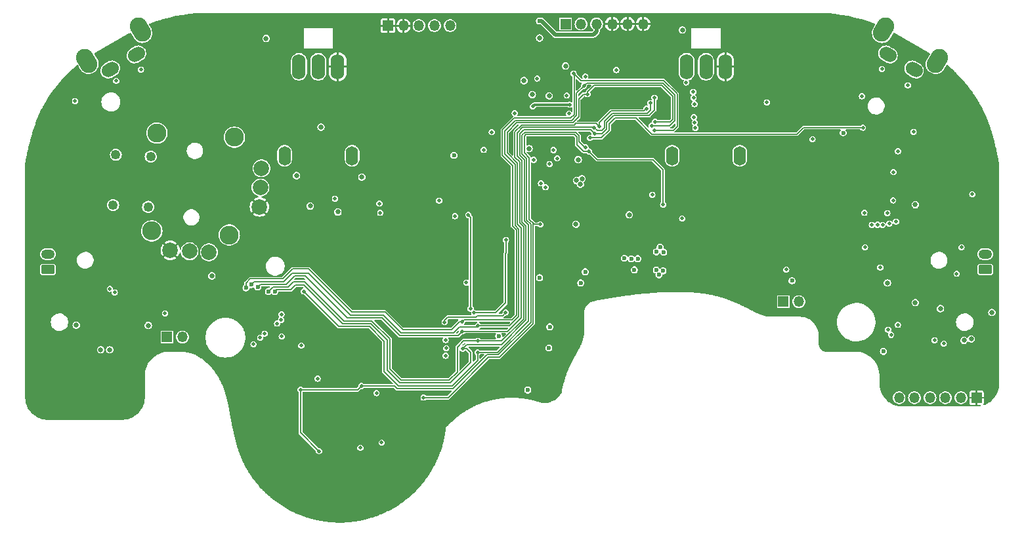
<source format=gbr>
%TF.GenerationSoftware,KiCad,Pcbnew,8.0.2*%
%TF.CreationDate,2024-10-28T19:38:45-07:00*%
%TF.ProjectId,UGC_OpenMain,5547435f-4f70-4656-9e4d-61696e2e6b69,rev?*%
%TF.SameCoordinates,Original*%
%TF.FileFunction,Copper,L3,Inr*%
%TF.FilePolarity,Positive*%
%FSLAX46Y46*%
G04 Gerber Fmt 4.6, Leading zero omitted, Abs format (unit mm)*
G04 Created by KiCad (PCBNEW 8.0.2) date 2024-10-28 19:38:45*
%MOMM*%
%LPD*%
G01*
G04 APERTURE LIST*
G04 Aperture macros list*
%AMRoundRect*
0 Rectangle with rounded corners*
0 $1 Rounding radius*
0 $2 $3 $4 $5 $6 $7 $8 $9 X,Y pos of 4 corners*
0 Add a 4 corners polygon primitive as box body*
4,1,4,$2,$3,$4,$5,$6,$7,$8,$9,$2,$3,0*
0 Add four circle primitives for the rounded corners*
1,1,$1+$1,$2,$3*
1,1,$1+$1,$4,$5*
1,1,$1+$1,$6,$7*
1,1,$1+$1,$8,$9*
0 Add four rect primitives between the rounded corners*
20,1,$1+$1,$2,$3,$4,$5,0*
20,1,$1+$1,$4,$5,$6,$7,0*
20,1,$1+$1,$6,$7,$8,$9,0*
20,1,$1+$1,$8,$9,$2,$3,0*%
%AMHorizOval*
0 Thick line with rounded ends*
0 $1 width*
0 $2 $3 position (X,Y) of the first rounded end (center of the circle)*
0 $4 $5 position (X,Y) of the second rounded end (center of the circle)*
0 Add line between two ends*
20,1,$1,$2,$3,$4,$5,0*
0 Add two circle primitives to create the rounded ends*
1,1,$1,$2,$3*
1,1,$1,$4,$5*%
G04 Aperture macros list end*
%TA.AperFunction,ComponentPad*%
%ADD10O,1.350000X1.350000*%
%TD*%
%TA.AperFunction,ComponentPad*%
%ADD11R,1.350000X1.350000*%
%TD*%
%TA.AperFunction,ComponentPad*%
%ADD12C,2.000000*%
%TD*%
%TA.AperFunction,ComponentPad*%
%ADD13C,1.250000*%
%TD*%
%TA.AperFunction,ComponentPad*%
%ADD14C,2.450000*%
%TD*%
%TA.AperFunction,ComponentPad*%
%ADD15HorizOval,1.700000X0.259808X0.150000X-0.259808X-0.150000X0*%
%TD*%
%TA.AperFunction,ComponentPad*%
%ADD16HorizOval,2.250000X-0.250000X0.433013X0.250000X-0.433013X0*%
%TD*%
%TA.AperFunction,ComponentPad*%
%ADD17HorizOval,1.700000X0.259808X-0.150000X-0.259808X0.150000X0*%
%TD*%
%TA.AperFunction,ComponentPad*%
%ADD18HorizOval,2.250000X-0.250000X-0.433013X0.250000X0.433013X0*%
%TD*%
%TA.AperFunction,ComponentPad*%
%ADD19O,1.772000X3.250000*%
%TD*%
%TA.AperFunction,ComponentPad*%
%ADD20O,1.750000X1.200000*%
%TD*%
%TA.AperFunction,ComponentPad*%
%ADD21RoundRect,0.250000X0.625000X-0.350000X0.625000X0.350000X-0.625000X0.350000X-0.625000X-0.350000X0*%
%TD*%
%TA.AperFunction,HeatsinkPad*%
%ADD22O,1.600000X2.500000*%
%TD*%
%TA.AperFunction,ViaPad*%
%ADD23C,0.500000*%
%TD*%
%TA.AperFunction,ViaPad*%
%ADD24C,0.600000*%
%TD*%
%TA.AperFunction,ViaPad*%
%ADD25C,0.650000*%
%TD*%
%TA.AperFunction,Conductor*%
%ADD26C,0.300000*%
%TD*%
%TA.AperFunction,Conductor*%
%ADD27C,0.500000*%
%TD*%
%TA.AperFunction,Conductor*%
%ADD28C,0.150000*%
%TD*%
%TA.AperFunction,Conductor*%
%ADD29C,0.200000*%
%TD*%
G04 APERTURE END LIST*
D10*
%TO.N,G*%
%TO.C,J8*%
X255457200Y-131775200D03*
D11*
%TO.N,Net-(D4A-A)*%
X253457200Y-131775200D03*
%TD*%
D12*
%TO.N,+3V3*%
%TO.C,SW6*%
X186152579Y-114543149D03*
%TO.N,Net-(SW6-Y_OUT)*%
X186021739Y-117039723D03*
%TO.N,GND*%
X185890899Y-119536297D03*
%TO.N,+3V3*%
X179374913Y-125403317D03*
%TO.N,Net-(SW6-X_OUT)*%
X176878339Y-125272477D03*
%TO.N,GND*%
X174381765Y-125141637D03*
D13*
%TO.N,LS_BTN_IN*%
X167027480Y-119298736D03*
X167367664Y-112807644D03*
%TO.N,H*%
X171521313Y-119534248D03*
X171861497Y-113043156D03*
D14*
%TO.N,*%
X181995785Y-123162412D03*
X182657835Y-110529748D03*
X172009489Y-122639052D03*
X172671539Y-110006388D03*
%TD*%
D15*
%TO.N,Net-(D11A-A)*%
%TO.C,SW7*%
X170020963Y-99834400D03*
%TO.N,H*%
X166643465Y-101784400D03*
D16*
%TO.N,*%
X170546316Y-96644336D03*
X163618112Y-100644336D03*
%TD*%
D17*
%TO.N,Net-(D5B-A)*%
%TO.C,SW8*%
X270323849Y-101784400D03*
%TO.N,G*%
X266946351Y-99834400D03*
D18*
%TO.N,*%
X273349202Y-100644336D03*
X266420998Y-96644336D03*
%TD*%
D10*
%TO.N,+3V3*%
%TO.C,J4*%
X268380200Y-144195800D03*
%TO.N,RX*%
X270380200Y-144195800D03*
%TO.N,RY*%
X272380200Y-144195800D03*
%TO.N,RS_B_OUT*%
X274380200Y-144195800D03*
%TO.N,RS_B_IN*%
X276380200Y-144195800D03*
D11*
%TO.N,GND*%
X278380200Y-144195800D03*
%TD*%
D10*
%TO.N,H*%
%TO.C,J9*%
X175955200Y-136347200D03*
D11*
%TO.N,LS_BTN_IN*%
X173955200Y-136347200D03*
%TD*%
D19*
%TO.N,GND*%
%TO.C,S6*%
X245983657Y-101434400D03*
%TD*%
%TO.N,+3V3*%
%TO.C,S4*%
X243483657Y-101434400D03*
%TD*%
%TO.N,GND*%
%TO.C,S3*%
X195983657Y-101434400D03*
%TD*%
D10*
%TO.N,GND*%
%TO.C,J3*%
X235378000Y-95905000D03*
X233378000Y-95905000D03*
X231378000Y-95905000D03*
%TO.N,N_DATA*%
X229378000Y-95905000D03*
%TO.N,VBUS_SYS*%
X227378000Y-95905000D03*
D11*
%TO.N,+3V3_PRE*%
X225378000Y-95905000D03*
%TD*%
D20*
%TO.N,Net-(D5C-A)*%
%TO.C,J7*%
X279501600Y-125635000D03*
D21*
%TO.N,G*%
X279501600Y-127635000D03*
%TD*%
D19*
%TO.N,ZR_ANALOG*%
%TO.C,S5*%
X240983657Y-101434400D03*
%TD*%
D22*
%TO.N,N/C*%
%TO.C,RV2*%
X239133657Y-112934400D03*
X247833657Y-112934400D03*
%TD*%
D20*
%TO.N,Net-(D11C-A)*%
%TO.C,J6*%
X158623000Y-125635000D03*
D21*
%TO.N,H*%
X158623000Y-127635000D03*
%TD*%
D22*
%TO.N,N/C*%
%TO.C,RV1*%
X189133657Y-112934400D03*
X197833657Y-112934400D03*
%TD*%
D19*
%TO.N,+3V3*%
%TO.C,S1*%
X193483657Y-101434400D03*
%TD*%
%TO.N,ZL_ANALOG*%
%TO.C,S2*%
X190983657Y-101434400D03*
%TD*%
D10*
%TO.N,VBUS_SYS*%
%TO.C,J11*%
X210467500Y-96113000D03*
%TO.N,D-*%
X208467500Y-96113000D03*
%TO.N,D+*%
X206467500Y-96113000D03*
%TO.N,GND*%
X204467500Y-96113000D03*
D11*
X202467500Y-96113000D03*
%TD*%
D23*
%TO.N,GND*%
X206663848Y-97771189D03*
X208327562Y-101438643D03*
X207402630Y-100491689D03*
D24*
X276275800Y-130835400D03*
X228900004Y-101006650D03*
X230160474Y-97293577D03*
D23*
X256583498Y-120742670D03*
X259538908Y-107500400D03*
D24*
X161950400Y-137261600D03*
D23*
X214275000Y-110775000D03*
D24*
X278384000Y-141935200D03*
D25*
X218465400Y-100533200D03*
D23*
X258876800Y-106781600D03*
D24*
X160909000Y-137312400D03*
D23*
X208303511Y-97247229D03*
X207441800Y-119888000D03*
X223545400Y-107416600D03*
X209374996Y-102287915D03*
X213411848Y-104005371D03*
X214800000Y-110400000D03*
D25*
X250367800Y-127762000D03*
D24*
X169951400Y-139623800D03*
D23*
X210495076Y-100938645D03*
D25*
X269570200Y-129540000D03*
D23*
X273253200Y-140944600D03*
D25*
X229504526Y-118967615D03*
D23*
X210621736Y-103578918D03*
D24*
X278409400Y-141198600D03*
D23*
X223545400Y-133426200D03*
X267309600Y-137566400D03*
D24*
X160350200Y-142570200D03*
D25*
X262509000Y-129362200D03*
D24*
X169367200Y-142036800D03*
D23*
X214488914Y-105082436D03*
D25*
X272999200Y-131470400D03*
D23*
X218328641Y-112035674D03*
D24*
X159893000Y-131622800D03*
X233045000Y-109753400D03*
X223427586Y-95491502D03*
D23*
X234111800Y-123240800D03*
X259797767Y-106529682D03*
D24*
X227293218Y-98021868D03*
D23*
X228449022Y-116721319D03*
X206634485Y-99114542D03*
X215480608Y-106861495D03*
D25*
X271297400Y-143357600D03*
D24*
X178308000Y-138176000D03*
D23*
X208397259Y-98870191D03*
X222554800Y-134924800D03*
D24*
X234797600Y-104521000D03*
X231292400Y-110185200D03*
X231292400Y-104571800D03*
D25*
X273685000Y-129565400D03*
X238912400Y-127635000D03*
D23*
X215787294Y-105281620D03*
D25*
X227748754Y-118990566D03*
D23*
X214252845Y-106875087D03*
D25*
X218694000Y-98602800D03*
X238937800Y-125831600D03*
D23*
X230632000Y-119405400D03*
D25*
X269595600Y-131470400D03*
D24*
X224954658Y-98029245D03*
D23*
X222681800Y-132943600D03*
X211162219Y-101900004D03*
X213102007Y-106085730D03*
X253022161Y-106650220D03*
D25*
X250672600Y-125704600D03*
D23*
X211759364Y-104713578D03*
D25*
X263779000Y-127889000D03*
D23*
X209428224Y-99881580D03*
D24*
X169443400Y-141122400D03*
X160223200Y-141630400D03*
X160959800Y-132130800D03*
D23*
X212128222Y-102692236D03*
X222707200Y-134239000D03*
D25*
%TO.N,LX*%
X196011800Y-120192800D03*
X179755800Y-128447800D03*
%TO.N,LY*%
X190677800Y-115493800D03*
X192430400Y-119430800D03*
D23*
%TO.N,Net-(D4A-A)*%
X265961188Y-127362509D03*
X242112800Y-109321600D03*
X266877800Y-120345200D03*
X267131800Y-121691400D03*
X268249400Y-112344200D03*
X253847600Y-127635000D03*
%TO.N,+1V1*%
X227916383Y-102693561D03*
X225882200Y-106324400D03*
X221132400Y-106553000D03*
%TO.N,RUMBLE_OUT*%
X222199200Y-116484400D03*
D25*
X266885902Y-129357495D03*
X171551600Y-134848600D03*
%TO.N,VBUS_SYS*%
X233578400Y-120548400D03*
D24*
%TO.N,BTN_PWR*%
X223215200Y-137769600D03*
X223343093Y-135037482D03*
D23*
X236575600Y-117957600D03*
X222783400Y-116992400D03*
D24*
%TO.N,N_DATA*%
X221996000Y-95504000D03*
D23*
%TO.N,USB_BOOT*%
X214807800Y-112166400D03*
X211124800Y-120726200D03*
D24*
X216749479Y-136231524D03*
D23*
%TO.N,RGB_OUT*%
X221716600Y-102946200D03*
D24*
X210982670Y-112875903D03*
D23*
%TO.N,LADC_CS*%
X221259400Y-113461800D03*
X195630800Y-118465600D03*
%TO.N,SPI_TX*%
X265607800Y-121843800D03*
X201472800Y-120294400D03*
X224282000Y-113258600D03*
X267360400Y-136067800D03*
%TO.N,SPI_RX*%
X266979400Y-135407400D03*
X209067400Y-118719600D03*
X223314292Y-114001645D03*
X264871200Y-121869200D03*
%TO.N,SPI_CK*%
X223824800Y-112191800D03*
X266268200Y-121869200D03*
X268224000Y-134772400D03*
X201366000Y-119105800D03*
D25*
%TO.N,RADC_CS*%
X227004875Y-113428678D03*
X270484600Y-119253000D03*
X273735800Y-132689600D03*
%TO.N,ZL_ANALOG*%
X221081600Y-105029000D03*
X193827400Y-109220000D03*
%TO.N,ZR_ANALOG*%
X223251940Y-105184618D03*
D23*
X240935134Y-103462233D03*
D24*
%TO.N,E*%
X187867610Y-130476935D03*
D23*
X212115400Y-137845800D03*
X236321600Y-106121200D03*
X229055724Y-109296201D03*
%TO.N,D*%
X229717600Y-109169200D03*
X235813600Y-106832400D03*
D24*
X187045600Y-130454400D03*
D23*
X214045800Y-136855200D03*
%TO.N,C*%
X228200164Y-104966757D03*
X212039200Y-135610600D03*
D24*
X185674000Y-129895600D03*
D23*
X236920856Y-108544138D03*
%TO.N,Net-(D5B-A)*%
X269519400Y-103835200D03*
X241884200Y-105435400D03*
X263601200Y-105232200D03*
%TO.N,A*%
X226415600Y-102311200D03*
X236853904Y-109619539D03*
X212013800Y-134391400D03*
D24*
X184150000Y-129997200D03*
%TO.N,B*%
X184810400Y-129590800D03*
D23*
X236474058Y-109051928D03*
X214096600Y-134899400D03*
X227736400Y-103886000D03*
D25*
%TO.N,+3V3*%
X227279200Y-116611400D03*
X226796600Y-116128800D03*
D23*
X215846705Y-109870895D03*
D25*
X220658568Y-111998972D03*
D24*
X237566200Y-124739400D03*
X266369800Y-138201400D03*
D25*
X227500000Y-115900000D03*
D24*
X238031090Y-125368176D03*
D25*
X186740800Y-97764600D03*
D23*
X231902000Y-101854000D03*
D25*
X280365200Y-133172200D03*
D24*
X237413800Y-128295400D03*
X237083600Y-127685800D03*
D25*
X240446692Y-96679849D03*
D24*
X220497400Y-143205200D03*
D23*
X225806000Y-107492800D03*
D24*
X237947200Y-127787400D03*
D25*
X220005282Y-103213573D03*
X162255200Y-134823200D03*
X199097900Y-115684300D03*
D24*
X237083600Y-125349000D03*
D25*
X222021400Y-97713800D03*
X225365418Y-101320483D03*
X270484600Y-131902200D03*
D23*
X225524630Y-105140091D03*
X218821000Y-107416600D03*
D25*
X226718285Y-121785989D03*
D23*
%TO.N,F*%
X191592200Y-130454400D03*
X214020400Y-138328400D03*
X236837529Y-105442522D03*
X229108000Y-110083600D03*
%TO.N,RS_B_OUT*%
X272973800Y-136753600D03*
%TO.N,Net-(D5C-A)*%
X241833400Y-104673400D03*
X275818600Y-128168400D03*
%TO.N,Net-(D8C-A)*%
X191287400Y-137464800D03*
X188753270Y-136277422D03*
%TO.N,Net-(D8B-A)*%
X186563000Y-135915400D03*
X198907400Y-150672800D03*
%TO.N,Net-(D8A-A)*%
X185978800Y-136448800D03*
X193395600Y-141732000D03*
%TO.N,RS_B_IN*%
X274167600Y-137210800D03*
%TO.N,Net-(D11A-A)*%
X188171967Y-134603702D03*
X162102800Y-105867200D03*
X170611800Y-101803200D03*
%TO.N,Net-(D11C-A)*%
X188724384Y-133414380D03*
X167233600Y-130581400D03*
%TO.N,Net-(D12C-A)*%
X209770157Y-134423074D03*
X217652600Y-133172200D03*
%TO.N,Net-(D12A-A)*%
X213588600Y-133223000D03*
X217678000Y-123799600D03*
%TO.N,Net-(D12B-A)*%
X213131400Y-132689600D03*
X212826600Y-120573800D03*
%TO.N,Net-(D13A-A)*%
X212572600Y-129311400D03*
X209905600Y-136728200D03*
%TO.N,Net-(D13B-A)*%
X209981800Y-137795000D03*
X200990200Y-143586200D03*
%TO.N,H*%
X191185800Y-143179800D03*
X227931351Y-111850544D03*
X193573400Y-151104600D03*
X167411400Y-103251000D03*
X199034400Y-142671800D03*
X185115200Y-137287000D03*
X166598600Y-130124200D03*
%TO.N,G*%
X263728200Y-109296200D03*
X267614400Y-118694200D03*
X267995400Y-121437400D03*
D24*
X227330000Y-129362200D03*
D23*
X276453600Y-124764800D03*
X264007600Y-124764800D03*
X277825200Y-117906800D03*
X267665200Y-115036600D03*
X228535538Y-110624007D03*
X263906000Y-120294400D03*
X266179300Y-101714300D03*
D24*
X254584200Y-129082800D03*
D23*
%TO.N,I*%
X207060800Y-144170400D03*
X228396800Y-112369600D03*
X222118121Y-121793838D03*
D24*
X227914200Y-127914400D03*
D23*
X201650600Y-149987000D03*
D24*
X222021400Y-128676400D03*
D23*
X237947200Y-119227600D03*
%TO.N,LS_BTN_IN*%
X173707459Y-133281524D03*
X188672392Y-134129273D03*
D25*
%TO.N,LRA_L+*%
X165410263Y-137988533D03*
%TO.N,LRA_R+*%
X277698200Y-136601200D03*
%TO.N,LRA_R-*%
X276758400Y-136779000D03*
%TO.N,LRA_L-*%
X166568997Y-137996991D03*
D23*
%TO.N,X2*%
X257225800Y-110794800D03*
X242036600Y-108610400D03*
D24*
X234688113Y-126218996D03*
%TO.N,X3*%
X261188200Y-109956600D03*
D23*
X241935000Y-107924600D03*
D24*
X233832400Y-126238000D03*
D23*
X270256000Y-109829600D03*
%TO.N,X4*%
X242011200Y-106248200D03*
X251333000Y-106019600D03*
D24*
X232956100Y-126174500D03*
D23*
%TO.N,X5*%
X240411000Y-121031000D03*
D24*
X234238800Y-127660400D03*
D23*
X209905600Y-138760200D03*
%TD*%
D26*
%TO.N,+1V1*%
X221132400Y-106553000D02*
X221361000Y-106324400D01*
X221361000Y-106324400D02*
X225882200Y-106324400D01*
D27*
%TO.N,N_DATA*%
X229378000Y-95905000D02*
X229378000Y-96851443D01*
X224028000Y-97282000D02*
X222250000Y-95504000D01*
X228947443Y-97282000D02*
X224028000Y-97282000D01*
X229378000Y-96851443D02*
X228947443Y-97282000D01*
X222250000Y-95504000D02*
X221996000Y-95504000D01*
D28*
%TO.N,E*%
X229055724Y-109296201D02*
X229082601Y-109296201D01*
D29*
X202336400Y-140614400D02*
X202336400Y-136741226D01*
X202336400Y-136741226D02*
X200220774Y-134625600D01*
X189890400Y-130251200D02*
X188093345Y-130251200D01*
D28*
X229082601Y-109296201D02*
X229463600Y-109677200D01*
X229463600Y-109677200D02*
X230022400Y-109677200D01*
D29*
X213156800Y-139649200D02*
X210515200Y-142290800D01*
D28*
X219130116Y-109970148D02*
X219834264Y-109266000D01*
D29*
X212623400Y-137845800D02*
X213156800Y-138379200D01*
X196601600Y-134625600D02*
X191617600Y-129641600D01*
D28*
X235915200Y-107442000D02*
X236321600Y-107035600D01*
X236321600Y-107035600D02*
X236321600Y-106121200D01*
X219760800Y-121495736D02*
X219760800Y-113588800D01*
D29*
X188093345Y-130251200D02*
X187867610Y-130476935D01*
D28*
X212115400Y-137845800D02*
X212598000Y-137363200D01*
X219130116Y-112958116D02*
X219130116Y-109970148D01*
X230378000Y-108458000D02*
X231394000Y-107442000D01*
D29*
X191617600Y-129641600D02*
X190500000Y-129641600D01*
D28*
X230378000Y-109321600D02*
X230378000Y-108458000D01*
X219834264Y-109266000D02*
X229025523Y-109266000D01*
D29*
X213156800Y-138379200D02*
X213156800Y-139649200D01*
D28*
X220268800Y-134162800D02*
X220268800Y-122003736D01*
D29*
X200220774Y-134625600D02*
X196601600Y-134625600D01*
D28*
X220268800Y-122003736D02*
X219760800Y-121495736D01*
D29*
X210515200Y-142290800D02*
X204012800Y-142290800D01*
X204012800Y-142290800D02*
X202336400Y-140614400D01*
D28*
X229025523Y-109266000D02*
X229055724Y-109296201D01*
X217068400Y-137363200D02*
X220268800Y-134162800D01*
X212598000Y-137363200D02*
X217068400Y-137363200D01*
X219760800Y-113588800D02*
X219130116Y-112958116D01*
X230022400Y-109677200D02*
X230378000Y-109321600D01*
D29*
X190500000Y-129641600D02*
X189890400Y-130251200D01*
D28*
X231394000Y-107442000D02*
X235915200Y-107442000D01*
D29*
X212115400Y-137845800D02*
X212623400Y-137845800D01*
D28*
%TO.N,D*%
X229717600Y-109169200D02*
X229717600Y-108661200D01*
X219964000Y-122123200D02*
X219964000Y-134010400D01*
X226669600Y-108762800D02*
X226466400Y-108966000D01*
D29*
X212191600Y-136855200D02*
X211404200Y-137642600D01*
D28*
X219456000Y-113741200D02*
X219456000Y-121615200D01*
X226466400Y-108966000D02*
X219710000Y-108966000D01*
X231241600Y-107137200D02*
X235508800Y-107137200D01*
D29*
X202692000Y-140462000D02*
X202692000Y-136575800D01*
D28*
X219456000Y-121615200D02*
X219964000Y-122123200D01*
D29*
X211404200Y-140868400D02*
X210331800Y-141940800D01*
X191719200Y-129235200D02*
X190246000Y-129235200D01*
X214045800Y-136855200D02*
X212191600Y-136855200D01*
D28*
X229717600Y-109169200D02*
X229311200Y-108762800D01*
X229311200Y-108762800D02*
X226669600Y-108762800D01*
D29*
X196748400Y-134264400D02*
X191719200Y-129235200D01*
D28*
X219710000Y-108966000D02*
X218824518Y-109851482D01*
X217119200Y-136855200D02*
X214045800Y-136855200D01*
D29*
X200380600Y-134264400D02*
X196748400Y-134264400D01*
X211404200Y-137642600D02*
X211404200Y-140868400D01*
X210331800Y-141940800D02*
X204170800Y-141940800D01*
D28*
X219964000Y-134010400D02*
X217119200Y-136855200D01*
D29*
X187604400Y-129895600D02*
X187045600Y-130454400D01*
X204170800Y-141940800D02*
X202692000Y-140462000D01*
X202692000Y-136575800D02*
X200380600Y-134264400D01*
X189585600Y-129895600D02*
X187604400Y-129895600D01*
D28*
X218824518Y-109851482D02*
X218824518Y-113109718D01*
X235508800Y-107137200D02*
X235813600Y-106832400D01*
X229717600Y-108661200D02*
X231241600Y-107137200D01*
D29*
X190246000Y-129235200D02*
X189585600Y-129895600D01*
D28*
X218824518Y-113109718D02*
X219456000Y-113741200D01*
%TO.N,C*%
X219659200Y-122290672D02*
X219151200Y-121782672D01*
X219049600Y-108661200D02*
X226314000Y-108661200D01*
X217906600Y-135610600D02*
X219659200Y-133858000D01*
X229057200Y-103835200D02*
X237744000Y-103835200D01*
X238877062Y-108544138D02*
X236920856Y-108544138D01*
X226314000Y-108661200D02*
X227076000Y-107899200D01*
X239166400Y-108254800D02*
X238877062Y-108544138D01*
X239166400Y-105257600D02*
X239166400Y-108254800D01*
D29*
X197180200Y-133883400D02*
X201701400Y-133883400D01*
X191770000Y-128473200D02*
X197180200Y-133883400D01*
D28*
X217830400Y-109880400D02*
X219049600Y-108661200D01*
X219151200Y-121782672D02*
X219151200Y-113893600D01*
D29*
X203987400Y-136169400D02*
X211480400Y-136169400D01*
D28*
X217830400Y-112572800D02*
X217830400Y-109880400D01*
X237744000Y-103835200D02*
X239166400Y-105257600D01*
D29*
X185674000Y-129895600D02*
X186029600Y-129540000D01*
X190398400Y-128473200D02*
X191770000Y-128473200D01*
X186029600Y-129540000D02*
X189331600Y-129540000D01*
D28*
X219151200Y-113893600D02*
X217830400Y-112572800D01*
X227076000Y-105562400D02*
X227671643Y-104966757D01*
D29*
X201701400Y-133883400D02*
X203987400Y-136169400D01*
X189331600Y-129540000D02*
X190398400Y-128473200D01*
D28*
X219659200Y-133858000D02*
X219659200Y-122290672D01*
X212039200Y-135610600D02*
X217906600Y-135610600D01*
X228200164Y-104692236D02*
X229057200Y-103835200D01*
X227076000Y-107899200D02*
X227076000Y-105562400D01*
X228200164Y-104966757D02*
X228200164Y-104692236D01*
D29*
X211480400Y-136169400D02*
X212039200Y-135610600D01*
D28*
X227671643Y-104966757D02*
X228200164Y-104966757D01*
%TO.N,A*%
X218440000Y-134162800D02*
X219049600Y-133553200D01*
D29*
X212013800Y-134391400D02*
X211658200Y-134391400D01*
D28*
X212013800Y-134391400D02*
X212242400Y-134162800D01*
X217220800Y-112877600D02*
X217220800Y-109575600D01*
X239776000Y-109118400D02*
X239274861Y-109619539D01*
X218744800Y-108051600D02*
X226009200Y-108051600D01*
D29*
X211658200Y-134391400D02*
X210642200Y-135407400D01*
D28*
X219049600Y-133553200D02*
X219049600Y-122529600D01*
D29*
X197815200Y-133121400D02*
X192252600Y-127558800D01*
D28*
X218541600Y-122021600D02*
X218541600Y-114198400D01*
X238048800Y-103225600D02*
X239776000Y-104952800D01*
D29*
X188874400Y-128828800D02*
X184708800Y-128828800D01*
X210642200Y-135407400D02*
X204368400Y-135407400D01*
D28*
X212242400Y-134162800D02*
X218440000Y-134162800D01*
X217220800Y-109575600D02*
X218744800Y-108051600D01*
X239274861Y-109619539D02*
X236853904Y-109619539D01*
D29*
X184150000Y-129387600D02*
X184150000Y-129997200D01*
D28*
X226466400Y-102362000D02*
X226415600Y-102311200D01*
X227330000Y-103225600D02*
X238048800Y-103225600D01*
D29*
X192252600Y-127558800D02*
X190144400Y-127558800D01*
D28*
X226009200Y-108051600D02*
X226466400Y-107594400D01*
D29*
X204368400Y-135407400D02*
X202082400Y-133121400D01*
D28*
X226415600Y-102311200D02*
X227330000Y-103225600D01*
X219049600Y-122529600D02*
X218541600Y-122021600D01*
X226466400Y-107594400D02*
X226466400Y-102362000D01*
X218541600Y-114198400D02*
X217220800Y-112877600D01*
D29*
X202082400Y-133121400D02*
X197815200Y-133121400D01*
X190144400Y-127558800D02*
X188874400Y-128828800D01*
X184708800Y-128828800D02*
X184150000Y-129387600D01*
D28*
X239776000Y-104952800D02*
X239776000Y-109118400D01*
%TO.N,B*%
X217525600Y-109728000D02*
X217525600Y-112725200D01*
X217525600Y-112725200D02*
X218846400Y-114046000D01*
X218846400Y-121902136D02*
X219349600Y-122405336D01*
D29*
X192252600Y-128117600D02*
X190093600Y-128117600D01*
X201904600Y-133502400D02*
X197637400Y-133502400D01*
D28*
X226771200Y-104851200D02*
X226771200Y-107746800D01*
X238826472Y-109051928D02*
X236474058Y-109051928D01*
X218897200Y-108356400D02*
X217525600Y-109728000D01*
X227736400Y-103886000D02*
X226771200Y-104851200D01*
X219349600Y-122405336D02*
X219349600Y-133710400D01*
X227736400Y-103886000D02*
X228092000Y-103530400D01*
D29*
X190093600Y-128117600D02*
X189026800Y-129184400D01*
D28*
X226161600Y-108356400D02*
X218897200Y-108356400D01*
D29*
X214096600Y-134899400D02*
X213969600Y-135026400D01*
X204190600Y-135788400D02*
X201904600Y-133502400D01*
D28*
X226771200Y-107746800D02*
X226161600Y-108356400D01*
X218846400Y-114046000D02*
X218846400Y-121902136D01*
X237896400Y-103530400D02*
X239471200Y-105105200D01*
D29*
X197637400Y-133502400D02*
X192252600Y-128117600D01*
D28*
X219349600Y-133710400D02*
X218160600Y-134899400D01*
X218160600Y-134899400D02*
X214096600Y-134899400D01*
D29*
X185216800Y-129184400D02*
X184810400Y-129590800D01*
X210921600Y-135788400D02*
X204190600Y-135788400D01*
X189026800Y-129184400D02*
X185216800Y-129184400D01*
D28*
X228092000Y-103530400D02*
X237896400Y-103530400D01*
D29*
X211683600Y-135026400D02*
X210921600Y-135788400D01*
D28*
X239471200Y-108407200D02*
X238826472Y-109051928D01*
D29*
X213969600Y-135026400D02*
X211683600Y-135026400D01*
D28*
X239471200Y-105105200D02*
X239471200Y-108407200D01*
%TO.N,F*%
X220573600Y-121884272D02*
X220573600Y-134315200D01*
X219441481Y-110083047D02*
X219441481Y-112845217D01*
D29*
X201980800Y-136880600D02*
X201980800Y-140817600D01*
D28*
X220065600Y-113469336D02*
X220065600Y-121376272D01*
D29*
X191592200Y-130454400D02*
X196113400Y-134975600D01*
D28*
X228600000Y-109575600D02*
X219948928Y-109575600D01*
D29*
X203809600Y-142646400D02*
X210718400Y-142646400D01*
D28*
X216560400Y-138328400D02*
X214020400Y-138328400D01*
X230682800Y-108610400D02*
X231546400Y-107746800D01*
D29*
X200075800Y-134975600D02*
X201980800Y-136880600D01*
D28*
X219441481Y-112845217D02*
X220065600Y-113469336D01*
X236118400Y-107746800D02*
X236837529Y-107027671D01*
X231546400Y-107746800D02*
X236118400Y-107746800D01*
D29*
X214020400Y-139344400D02*
X214020400Y-138328400D01*
D28*
X220573600Y-134315200D02*
X216560400Y-138328400D01*
D29*
X201980800Y-140817600D02*
X203809600Y-142646400D01*
D28*
X230682800Y-109474000D02*
X230682800Y-108610400D01*
X219948928Y-109575600D02*
X219441481Y-110083047D01*
X230073200Y-110083600D02*
X230682800Y-109474000D01*
X229108000Y-110083600D02*
X230073200Y-110083600D01*
X229108000Y-110083600D02*
X228600000Y-109575600D01*
D29*
X196113400Y-134975600D02*
X200075800Y-134975600D01*
X210718400Y-142646400D02*
X214020400Y-139344400D01*
D28*
X220065600Y-121376272D02*
X220573600Y-121884272D01*
X236837529Y-107027671D02*
X236837529Y-105442522D01*
D29*
%TO.N,Net-(D12C-A)*%
X217246200Y-133578600D02*
X217652600Y-133172200D01*
X209770157Y-134196643D02*
X210185000Y-133781800D01*
X213995000Y-133578600D02*
X217246200Y-133578600D01*
X213791800Y-133781800D02*
X213995000Y-133578600D01*
X210185000Y-133781800D02*
X213791800Y-133781800D01*
X209770157Y-134423074D02*
X209770157Y-134196643D01*
%TO.N,Net-(D12A-A)*%
X217652600Y-131953000D02*
X216382600Y-133223000D01*
X217678000Y-125476000D02*
X217652600Y-125501400D01*
X217678000Y-123799600D02*
X217678000Y-125476000D01*
X216382600Y-133223000D02*
X213588600Y-133223000D01*
X217652600Y-125501400D02*
X217652600Y-131953000D01*
%TO.N,Net-(D12B-A)*%
X213131400Y-132689600D02*
X213131400Y-120878600D01*
X213131400Y-120878600D02*
X212826600Y-120573800D01*
%TO.N,H*%
X191185800Y-148717000D02*
X193573400Y-151104600D01*
X191185800Y-143179800D02*
X191185800Y-148717000D01*
D28*
X227126800Y-110337600D02*
X227126800Y-111099600D01*
X219752845Y-112717245D02*
X219752845Y-110243955D01*
X220878400Y-134467600D02*
X220878400Y-121760327D01*
X226669600Y-109880400D02*
X227126800Y-110337600D01*
X227126800Y-111099600D02*
X227877744Y-111850544D01*
X220116400Y-109880400D02*
X226669600Y-109880400D01*
D29*
X203276200Y-142671800D02*
X203606400Y-143002000D01*
X203606400Y-143002000D02*
X210870800Y-143002000D01*
D28*
X227877744Y-111850544D02*
X227931351Y-111850544D01*
X220365600Y-113330000D02*
X219752845Y-112717245D01*
X215239600Y-138633200D02*
X210870800Y-143002000D01*
D29*
X199034400Y-142671800D02*
X203276200Y-142671800D01*
D28*
X216712800Y-138633200D02*
X220878400Y-134467600D01*
X220365600Y-121247527D02*
X220365600Y-113330000D01*
D29*
X191185800Y-143179800D02*
X198526400Y-143179800D01*
D28*
X220878400Y-121760327D02*
X220365600Y-121247527D01*
X219752845Y-110243955D02*
X220116400Y-109880400D01*
X215239600Y-138633200D02*
X216712800Y-138633200D01*
D29*
X198526400Y-143179800D02*
X199034400Y-142671800D01*
D28*
%TO.N,G*%
X234442000Y-108051600D02*
X236524800Y-110134400D01*
X256057400Y-109296200D02*
X263728200Y-109296200D01*
X236524800Y-110134400D02*
X255219200Y-110134400D01*
X255219200Y-110134400D02*
X256057400Y-109296200D01*
X230987600Y-109626400D02*
X230987600Y-108813600D01*
X228535538Y-110624007D02*
X229989993Y-110624007D01*
X229989993Y-110624007D02*
X230987600Y-109626400D01*
X231749600Y-108051600D02*
X234442000Y-108051600D01*
X230987600Y-108813600D02*
X231749600Y-108051600D01*
%TO.N,I*%
X220273600Y-110180400D02*
X220065600Y-110388400D01*
X236626400Y-113436400D02*
X237947200Y-114757200D01*
X216824813Y-138945451D02*
X215435349Y-138945451D01*
X221179939Y-121637603D02*
X221179939Y-134590325D01*
X215435349Y-138945451D02*
X210210400Y-144170400D01*
X226822000Y-111506000D02*
X226822000Y-110490000D01*
D29*
X207060800Y-144170400D02*
X210210400Y-144170400D01*
D28*
X227685600Y-112369600D02*
X226822000Y-111506000D01*
X226512400Y-110180400D02*
X220273600Y-110180400D01*
X237947200Y-114757200D02*
X237947200Y-119227600D01*
X228396800Y-112369600D02*
X227685600Y-112369600D01*
X220065600Y-112572800D02*
X220675200Y-113182400D01*
X226822000Y-110490000D02*
X226512400Y-110180400D01*
X220065600Y-110388400D02*
X220065600Y-112572800D01*
X228396800Y-112369600D02*
X229463600Y-113436400D01*
X221179939Y-134590325D02*
X216824813Y-138945451D01*
X220675200Y-121132863D02*
X221336175Y-121793838D01*
X220675200Y-113182400D02*
X220675200Y-121132863D01*
X229463600Y-113436400D02*
X236626400Y-113436400D01*
X221336175Y-121793838D02*
X222118121Y-121793838D01*
%TD*%
%TA.AperFunction,Conductor*%
%TO.N,GND*%
G36*
X219344069Y-108908374D02*
G01*
X219365743Y-108960700D01*
X219344069Y-109013025D01*
X219007616Y-109349478D01*
X218696783Y-109660311D01*
X218633348Y-109723745D01*
X218624300Y-109745590D01*
X218599017Y-109806626D01*
X218599017Y-109904948D01*
X218599018Y-109904957D01*
X218599018Y-112843861D01*
X218577344Y-112896187D01*
X218525018Y-112917861D01*
X218472692Y-112896187D01*
X218077574Y-112501069D01*
X218055900Y-112448743D01*
X218055900Y-110004457D01*
X218077574Y-109952131D01*
X219121331Y-108908374D01*
X219173657Y-108886700D01*
X219291743Y-108886700D01*
X219344069Y-108908374D01*
G37*
%TD.AperFunction*%
%TA.AperFunction,Conductor*%
G36*
X237672269Y-104082374D02*
G01*
X238919226Y-105329331D01*
X238940900Y-105381657D01*
X238940900Y-108130743D01*
X238919226Y-108183069D01*
X238805331Y-108296964D01*
X238753005Y-108318638D01*
X237292399Y-108318638D01*
X237240074Y-108296964D01*
X237159198Y-108216088D01*
X237046160Y-108158492D01*
X237046158Y-108158491D01*
X237046157Y-108158491D01*
X236920856Y-108138646D01*
X236795554Y-108158491D01*
X236682512Y-108216089D01*
X236592807Y-108305794D01*
X236535209Y-108418836D01*
X236515364Y-108544138D01*
X236515364Y-108544141D01*
X236518582Y-108564464D01*
X236505359Y-108619535D01*
X236457070Y-108649126D01*
X236348756Y-108666281D01*
X236348754Y-108666281D01*
X236348754Y-108666282D01*
X236344582Y-108668408D01*
X236235714Y-108723879D01*
X236146009Y-108813584D01*
X236088411Y-108926626D01*
X236068566Y-109051928D01*
X236088411Y-109177232D01*
X236090211Y-109182768D01*
X236086910Y-109183840D01*
X236090455Y-109229008D01*
X236053662Y-109272067D01*
X235997199Y-109276498D01*
X235967756Y-109258451D01*
X234807931Y-108098626D01*
X234786257Y-108046300D01*
X234807931Y-107993974D01*
X234860257Y-107972300D01*
X236064925Y-107972300D01*
X236064933Y-107972301D01*
X236073545Y-107972301D01*
X236163254Y-107972301D01*
X236163255Y-107972301D01*
X236231445Y-107944055D01*
X236246136Y-107937970D01*
X236309570Y-107874536D01*
X236309570Y-107874535D01*
X236319975Y-107864130D01*
X236319977Y-107864127D01*
X236954856Y-107229248D01*
X236954859Y-107229246D01*
X236965264Y-107218841D01*
X236965265Y-107218841D01*
X237028699Y-107155407D01*
X237048686Y-107107154D01*
X237048687Y-107107153D01*
X237063030Y-107072526D01*
X237063030Y-106976858D01*
X237063029Y-106976844D01*
X237063029Y-105814065D01*
X237084702Y-105761740D01*
X237165579Y-105680864D01*
X237223175Y-105567826D01*
X237243021Y-105442522D01*
X237223175Y-105317218D01*
X237165579Y-105204180D01*
X237075871Y-105114472D01*
X236962833Y-105056876D01*
X236962831Y-105056875D01*
X236962830Y-105056875D01*
X236837529Y-105037030D01*
X236712227Y-105056875D01*
X236599185Y-105114473D01*
X236509480Y-105204178D01*
X236451882Y-105317220D01*
X236432037Y-105442522D01*
X236451882Y-105567823D01*
X236451882Y-105567824D01*
X236451883Y-105567826D01*
X236479350Y-105621732D01*
X236483793Y-105678195D01*
X236447010Y-105721262D01*
X236401839Y-105728416D01*
X236321600Y-105715708D01*
X236196298Y-105735553D01*
X236083256Y-105793151D01*
X235993551Y-105882856D01*
X235935953Y-105995898D01*
X235916108Y-106121200D01*
X235935954Y-106246504D01*
X235980750Y-106334421D01*
X235985194Y-106390883D01*
X235948411Y-106433950D01*
X235903240Y-106441105D01*
X235813600Y-106426908D01*
X235688298Y-106446753D01*
X235575256Y-106504351D01*
X235485551Y-106594056D01*
X235427953Y-106707098D01*
X235408108Y-106832400D01*
X235408108Y-106837700D01*
X235386434Y-106890026D01*
X235334108Y-106911700D01*
X231196745Y-106911700D01*
X231113866Y-106946028D01*
X229526430Y-108533464D01*
X229522380Y-108539526D01*
X229519467Y-108537580D01*
X229488392Y-108568655D01*
X229431755Y-108568655D01*
X229414660Y-108561574D01*
X229414660Y-108561573D01*
X229356055Y-108537299D01*
X229266345Y-108537299D01*
X229257733Y-108537299D01*
X229257725Y-108537300D01*
X226935457Y-108537300D01*
X226883131Y-108515626D01*
X226861457Y-108463300D01*
X226883131Y-108410974D01*
X226950267Y-108343836D01*
X227193327Y-108100776D01*
X227193330Y-108100775D01*
X227203735Y-108090370D01*
X227203736Y-108090370D01*
X227267170Y-108026936D01*
X227281390Y-107992605D01*
X227301501Y-107944054D01*
X227301501Y-107854345D01*
X227301501Y-107848387D01*
X227301500Y-107848373D01*
X227301500Y-105686457D01*
X227323174Y-105634131D01*
X227743375Y-105213931D01*
X227795701Y-105192257D01*
X227828621Y-105192257D01*
X227880945Y-105213930D01*
X227961822Y-105294807D01*
X228074860Y-105352403D01*
X228200164Y-105372249D01*
X228325468Y-105352403D01*
X228438506Y-105294807D01*
X228528214Y-105205099D01*
X228585810Y-105092061D01*
X228605656Y-104966757D01*
X228585810Y-104841453D01*
X228537322Y-104746292D01*
X228532880Y-104689831D01*
X228550930Y-104660374D01*
X229128931Y-104082374D01*
X229181257Y-104060700D01*
X237619943Y-104060700D01*
X237672269Y-104082374D01*
G37*
%TD.AperFunction*%
%TA.AperFunction,Conductor*%
G36*
X258375436Y-94499550D02*
G01*
X258378218Y-94499618D01*
X259244747Y-94537347D01*
X259247879Y-94537552D01*
X260111774Y-94612924D01*
X260114908Y-94613267D01*
X260974644Y-94726139D01*
X260977814Y-94726625D01*
X261831852Y-94876793D01*
X261834974Y-94877413D01*
X262681631Y-95064581D01*
X262684747Y-95065341D01*
X263522475Y-95289166D01*
X263525524Y-95290052D01*
X264352773Y-95550121D01*
X264355781Y-95551140D01*
X265170885Y-95846931D01*
X265173821Y-95848069D01*
X265284763Y-95893883D01*
X265324851Y-95933886D01*
X265324913Y-95990523D01*
X265320601Y-95999278D01*
X265016191Y-96526531D01*
X264944243Y-96713962D01*
X264902500Y-96910345D01*
X264901025Y-96938500D01*
X264894613Y-97060857D01*
X264891993Y-97110844D01*
X264912978Y-97310506D01*
X264964941Y-97504439D01*
X265046597Y-97687839D01*
X265046601Y-97687847D01*
X265155947Y-97856225D01*
X265290287Y-98005425D01*
X265446313Y-98131773D01*
X265620183Y-98232157D01*
X265807616Y-98304105D01*
X266003997Y-98345847D01*
X266204491Y-98356354D01*
X266404158Y-98335368D01*
X266598086Y-98283406D01*
X266781496Y-98201746D01*
X266949874Y-98092400D01*
X267099074Y-97958060D01*
X267225422Y-97802034D01*
X267637558Y-97088192D01*
X267682489Y-97053716D01*
X267738203Y-97060857D01*
X267916769Y-97162330D01*
X267917055Y-97162493D01*
X272333702Y-99704021D01*
X272368244Y-99748904D01*
X272360932Y-99805067D01*
X272360879Y-99805159D01*
X271944395Y-100526531D01*
X271872447Y-100713962D01*
X271830704Y-100910345D01*
X271820197Y-101110844D01*
X271841182Y-101310506D01*
X271893145Y-101504439D01*
X271930793Y-101588996D01*
X271974805Y-101687847D01*
X272084151Y-101856225D01*
X272218491Y-102005425D01*
X272374517Y-102131773D01*
X272548387Y-102232157D01*
X272735820Y-102304105D01*
X272932201Y-102345847D01*
X273132695Y-102356354D01*
X273332362Y-102335368D01*
X273526290Y-102283406D01*
X273709700Y-102201746D01*
X273878078Y-102092400D01*
X274027278Y-101958060D01*
X274153626Y-101802034D01*
X274510151Y-101184512D01*
X274555083Y-101150036D01*
X274611236Y-101157428D01*
X274623386Y-101166194D01*
X274728659Y-101259728D01*
X274805266Y-101328653D01*
X274848848Y-101367865D01*
X274849194Y-101368178D01*
X274967474Y-101475956D01*
X274968707Y-101477079D01*
X274969046Y-101477389D01*
X274998352Y-101504439D01*
X275087968Y-101587152D01*
X275088305Y-101587465D01*
X275118455Y-101615656D01*
X275206609Y-101698083D01*
X275206962Y-101698415D01*
X275324754Y-101810010D01*
X275324921Y-101810170D01*
X275424433Y-101905708D01*
X275441988Y-101922562D01*
X275442306Y-101922869D01*
X275500299Y-101979301D01*
X275558660Y-102036090D01*
X275558973Y-102036397D01*
X275646733Y-102122966D01*
X275674515Y-102150371D01*
X275674878Y-102150731D01*
X275789741Y-102265612D01*
X275790106Y-102265980D01*
X275904020Y-102381519D01*
X275904388Y-102381894D01*
X276017672Y-102498437D01*
X276018042Y-102498821D01*
X276058175Y-102540708D01*
X276124057Y-102609470D01*
X276130388Y-102616077D01*
X276130692Y-102616397D01*
X276217047Y-102707856D01*
X276242139Y-102734430D01*
X276242463Y-102734776D01*
X276320688Y-102818862D01*
X276353027Y-102853625D01*
X276353405Y-102854034D01*
X276463024Y-102973659D01*
X276463379Y-102974050D01*
X276467396Y-102978501D01*
X276572031Y-103094453D01*
X276572413Y-103094880D01*
X276679948Y-103215917D01*
X276680333Y-103216353D01*
X276786950Y-103338275D01*
X276787338Y-103338722D01*
X276892916Y-103461420D01*
X276893276Y-103461842D01*
X276997727Y-103585241D01*
X276997979Y-103585542D01*
X277084160Y-103689073D01*
X277101367Y-103709744D01*
X277101761Y-103710222D01*
X277203845Y-103834967D01*
X277204242Y-103835456D01*
X277305237Y-103961034D01*
X277305624Y-103961520D01*
X277394134Y-104073543D01*
X277405283Y-104087653D01*
X277405662Y-104088136D01*
X277504096Y-104214992D01*
X277504699Y-104215780D01*
X277602476Y-104345351D01*
X277698066Y-104472023D01*
X277698643Y-104472799D01*
X277779719Y-104583211D01*
X277780064Y-104583684D01*
X277859443Y-104693596D01*
X277859783Y-104694072D01*
X277937078Y-104802900D01*
X277937386Y-104803336D01*
X278012985Y-104911577D01*
X278013234Y-104911938D01*
X278086909Y-105019218D01*
X278087236Y-105019697D01*
X278158996Y-105125965D01*
X278159319Y-105126448D01*
X278229354Y-105231937D01*
X278229643Y-105232375D01*
X278297987Y-105337083D01*
X278298234Y-105337465D01*
X278364864Y-105441305D01*
X278365171Y-105441787D01*
X278377737Y-105461708D01*
X278430029Y-105544606D01*
X278430256Y-105544970D01*
X278493466Y-105646908D01*
X278493763Y-105647389D01*
X278555421Y-105748542D01*
X278555711Y-105749024D01*
X278615745Y-105849218D01*
X278616030Y-105849697D01*
X278674443Y-105948872D01*
X278674722Y-105949349D01*
X278731710Y-106047779D01*
X278731982Y-106048253D01*
X278787447Y-106145706D01*
X278787714Y-106146179D01*
X278841751Y-106242762D01*
X278842010Y-106243229D01*
X278894640Y-106338912D01*
X278894892Y-106339375D01*
X278946061Y-106433994D01*
X278946308Y-106434454D01*
X278996273Y-106528423D01*
X278996512Y-106528876D01*
X279045057Y-106621720D01*
X279045289Y-106622167D01*
X279092631Y-106714230D01*
X279092805Y-106714572D01*
X279138930Y-106805764D01*
X279139061Y-106806026D01*
X279183936Y-106896213D01*
X279184247Y-106896846D01*
X279270485Y-107074384D01*
X279270875Y-107075200D01*
X279352553Y-107248716D01*
X279353075Y-107249849D01*
X279504568Y-107586282D01*
X279505032Y-107587334D01*
X279574311Y-107747801D01*
X279574594Y-107748466D01*
X279642611Y-107910341D01*
X279642886Y-107911004D01*
X279709722Y-108074491D01*
X279709987Y-108075149D01*
X279775583Y-108240097D01*
X279775839Y-108240749D01*
X279840379Y-108407622D01*
X279840624Y-108408264D01*
X279861324Y-108463300D01*
X279900948Y-108568655D01*
X279903985Y-108576728D01*
X279904221Y-108577364D01*
X279966615Y-108747981D01*
X279966839Y-108748604D01*
X280028167Y-108921079D01*
X280028382Y-108921692D01*
X280088752Y-109096315D01*
X280088957Y-109096914D01*
X280148495Y-109274022D01*
X280148689Y-109274609D01*
X280207304Y-109453914D01*
X280207488Y-109454486D01*
X280265260Y-109636194D01*
X280265435Y-109636750D01*
X280322494Y-109821242D01*
X280322659Y-109821783D01*
X280378948Y-110008837D01*
X280379104Y-110009361D01*
X280434777Y-110199447D01*
X280434923Y-110199955D01*
X280489880Y-110392685D01*
X280490018Y-110393175D01*
X280544400Y-110588986D01*
X280544530Y-110589458D01*
X280598432Y-110788648D01*
X280598553Y-110789103D01*
X280651882Y-110991270D01*
X280651996Y-110991707D01*
X280704886Y-111197283D01*
X280704993Y-111197702D01*
X280757560Y-111407088D01*
X280771730Y-111464897D01*
X280809733Y-111619936D01*
X280809826Y-111620318D01*
X280809903Y-111620638D01*
X280861696Y-111836908D01*
X280913325Y-112057432D01*
X280913405Y-112057781D01*
X280964684Y-112281682D01*
X280964759Y-112282012D01*
X280972626Y-112317101D01*
X281015933Y-112510257D01*
X281067005Y-112742775D01*
X281117982Y-112979510D01*
X281158007Y-113168958D01*
X281168911Y-113220571D01*
X281168966Y-113220837D01*
X281219781Y-113465801D01*
X281219857Y-113466169D01*
X281320400Y-113963542D01*
X281321867Y-113978204D01*
X281321867Y-142316008D01*
X281321860Y-142317001D01*
X281319657Y-142481166D01*
X281319199Y-142488458D01*
X281282377Y-142815282D01*
X281280987Y-142823463D01*
X281207913Y-143143623D01*
X281205615Y-143151597D01*
X281097161Y-143461545D01*
X281093986Y-143469212D01*
X280951502Y-143765084D01*
X280947488Y-143772347D01*
X280772775Y-144050401D01*
X280767973Y-144057169D01*
X280563227Y-144313913D01*
X280557697Y-144320101D01*
X280325492Y-144552304D01*
X280319304Y-144557834D01*
X280062558Y-144762581D01*
X280055790Y-144767383D01*
X279777736Y-144942094D01*
X279770473Y-144946108D01*
X279474608Y-145088587D01*
X279466941Y-145091762D01*
X279338251Y-145136792D01*
X279281703Y-145133617D01*
X279243964Y-145091385D01*
X279247139Y-145034837D01*
X279252283Y-145025832D01*
X279290694Y-144968345D01*
X279305200Y-144895422D01*
X279305200Y-144320800D01*
X278760817Y-144320800D01*
X278780200Y-144248461D01*
X278780200Y-144143139D01*
X278760817Y-144070800D01*
X279305200Y-144070800D01*
X279305200Y-143496177D01*
X279290694Y-143423254D01*
X279235440Y-143340560D01*
X279235439Y-143340559D01*
X279152745Y-143285305D01*
X279079822Y-143270800D01*
X278505200Y-143270800D01*
X278505200Y-143815182D01*
X278432861Y-143795800D01*
X278327539Y-143795800D01*
X278255200Y-143815182D01*
X278255200Y-143270800D01*
X277680578Y-143270800D01*
X277607654Y-143285305D01*
X277524960Y-143340559D01*
X277524959Y-143340560D01*
X277469705Y-143423254D01*
X277455200Y-143496177D01*
X277455200Y-144070800D01*
X277999583Y-144070800D01*
X277980200Y-144143139D01*
X277980200Y-144248461D01*
X277999583Y-144320800D01*
X277455200Y-144320800D01*
X277455200Y-144895422D01*
X277469705Y-144968345D01*
X277524959Y-145051039D01*
X277524960Y-145051040D01*
X277607654Y-145106294D01*
X277680578Y-145120800D01*
X278255200Y-145120800D01*
X278255200Y-144576417D01*
X278327539Y-144595800D01*
X278432861Y-144595800D01*
X278505200Y-144576417D01*
X278505200Y-145120800D01*
X278850259Y-145120800D01*
X278902585Y-145142474D01*
X278924259Y-145194800D01*
X278902585Y-145247126D01*
X278866725Y-145266945D01*
X278828851Y-145275589D01*
X278820670Y-145276979D01*
X278493843Y-145313800D01*
X278486556Y-145314258D01*
X278322386Y-145316473D01*
X278321388Y-145316480D01*
X268841649Y-145316480D01*
X268840638Y-145316473D01*
X268676452Y-145314229D01*
X268669179Y-145313771D01*
X268342351Y-145276952D01*
X268334169Y-145275562D01*
X268014017Y-145202493D01*
X268006043Y-145200196D01*
X267696081Y-145091740D01*
X267688414Y-145088564D01*
X267392550Y-144946088D01*
X267385287Y-144942074D01*
X267107234Y-144767364D01*
X267100466Y-144762562D01*
X266843722Y-144557818D01*
X266837534Y-144552288D01*
X266605325Y-144320082D01*
X266599796Y-144313894D01*
X266598522Y-144312297D01*
X266505619Y-144195800D01*
X267550153Y-144195800D01*
X267568196Y-144367463D01*
X267568293Y-144368381D01*
X267621911Y-144533405D01*
X267621916Y-144533415D01*
X267708675Y-144683685D01*
X267708678Y-144683690D01*
X267824792Y-144812647D01*
X267965169Y-144914638D01*
X267965176Y-144914642D01*
X268123701Y-144985222D01*
X268293436Y-145021300D01*
X268293437Y-145021300D01*
X268466963Y-145021300D01*
X268466964Y-145021300D01*
X268636699Y-144985222D01*
X268795224Y-144914642D01*
X268824222Y-144893574D01*
X268935607Y-144812647D01*
X268935606Y-144812647D01*
X268935610Y-144812645D01*
X269051722Y-144683689D01*
X269138486Y-144533411D01*
X269192108Y-144368376D01*
X269210247Y-144195800D01*
X269550153Y-144195800D01*
X269568196Y-144367463D01*
X269568293Y-144368381D01*
X269621911Y-144533405D01*
X269621916Y-144533415D01*
X269708675Y-144683685D01*
X269708678Y-144683690D01*
X269824792Y-144812647D01*
X269965169Y-144914638D01*
X269965176Y-144914642D01*
X270123701Y-144985222D01*
X270293436Y-145021300D01*
X270293437Y-145021300D01*
X270466963Y-145021300D01*
X270466964Y-145021300D01*
X270636699Y-144985222D01*
X270795224Y-144914642D01*
X270824222Y-144893574D01*
X270935607Y-144812647D01*
X270935606Y-144812647D01*
X270935610Y-144812645D01*
X271051722Y-144683689D01*
X271138486Y-144533411D01*
X271192108Y-144368376D01*
X271210247Y-144195800D01*
X271550153Y-144195800D01*
X271568196Y-144367463D01*
X271568293Y-144368381D01*
X271621911Y-144533405D01*
X271621916Y-144533415D01*
X271708675Y-144683685D01*
X271708678Y-144683690D01*
X271824792Y-144812647D01*
X271965169Y-144914638D01*
X271965176Y-144914642D01*
X272123701Y-144985222D01*
X272293436Y-145021300D01*
X272293437Y-145021300D01*
X272466963Y-145021300D01*
X272466964Y-145021300D01*
X272636699Y-144985222D01*
X272795224Y-144914642D01*
X272824222Y-144893574D01*
X272935607Y-144812647D01*
X272935606Y-144812647D01*
X272935610Y-144812645D01*
X273051722Y-144683689D01*
X273138486Y-144533411D01*
X273192108Y-144368376D01*
X273210247Y-144195800D01*
X273550153Y-144195800D01*
X273568196Y-144367463D01*
X273568293Y-144368381D01*
X273621911Y-144533405D01*
X273621916Y-144533415D01*
X273708675Y-144683685D01*
X273708678Y-144683690D01*
X273824792Y-144812647D01*
X273965169Y-144914638D01*
X273965176Y-144914642D01*
X274123701Y-144985222D01*
X274293436Y-145021300D01*
X274293437Y-145021300D01*
X274466963Y-145021300D01*
X274466964Y-145021300D01*
X274636699Y-144985222D01*
X274795224Y-144914642D01*
X274824222Y-144893574D01*
X274935607Y-144812647D01*
X274935606Y-144812647D01*
X274935610Y-144812645D01*
X275051722Y-144683689D01*
X275138486Y-144533411D01*
X275192108Y-144368376D01*
X275210247Y-144195800D01*
X275550153Y-144195800D01*
X275568196Y-144367463D01*
X275568293Y-144368381D01*
X275621911Y-144533405D01*
X275621916Y-144533415D01*
X275708675Y-144683685D01*
X275708678Y-144683690D01*
X275824792Y-144812647D01*
X275965169Y-144914638D01*
X275965176Y-144914642D01*
X276123701Y-144985222D01*
X276293436Y-145021300D01*
X276293437Y-145021300D01*
X276466963Y-145021300D01*
X276466964Y-145021300D01*
X276636699Y-144985222D01*
X276795224Y-144914642D01*
X276824222Y-144893574D01*
X276935607Y-144812647D01*
X276935606Y-144812647D01*
X276935610Y-144812645D01*
X277051722Y-144683689D01*
X277138486Y-144533411D01*
X277192108Y-144368376D01*
X277210247Y-144195800D01*
X277192108Y-144023224D01*
X277162487Y-143932058D01*
X277138488Y-143858194D01*
X277138483Y-143858184D01*
X277051724Y-143707914D01*
X277051721Y-143707909D01*
X276935607Y-143578952D01*
X276795230Y-143476961D01*
X276795223Y-143476957D01*
X276636700Y-143406378D01*
X276636698Y-143406377D01*
X276503041Y-143377968D01*
X276466964Y-143370300D01*
X276293436Y-143370300D01*
X276263683Y-143376624D01*
X276123701Y-143406377D01*
X276123699Y-143406378D01*
X275965178Y-143476956D01*
X275965173Y-143476959D01*
X275824792Y-143578952D01*
X275708678Y-143707909D01*
X275708675Y-143707914D01*
X275621916Y-143858184D01*
X275621911Y-143858194D01*
X275568293Y-144023218D01*
X275568292Y-144023222D01*
X275568292Y-144023224D01*
X275550153Y-144195800D01*
X275210247Y-144195800D01*
X275192108Y-144023224D01*
X275162487Y-143932058D01*
X275138488Y-143858194D01*
X275138483Y-143858184D01*
X275051724Y-143707914D01*
X275051721Y-143707909D01*
X274935607Y-143578952D01*
X274795230Y-143476961D01*
X274795223Y-143476957D01*
X274636700Y-143406378D01*
X274636698Y-143406377D01*
X274503041Y-143377968D01*
X274466964Y-143370300D01*
X274293436Y-143370300D01*
X274263683Y-143376624D01*
X274123701Y-143406377D01*
X274123699Y-143406378D01*
X273965178Y-143476956D01*
X273965173Y-143476959D01*
X273824792Y-143578952D01*
X273708678Y-143707909D01*
X273708675Y-143707914D01*
X273621916Y-143858184D01*
X273621911Y-143858194D01*
X273568293Y-144023218D01*
X273568292Y-144023222D01*
X273568292Y-144023224D01*
X273550153Y-144195800D01*
X273210247Y-144195800D01*
X273192108Y-144023224D01*
X273162487Y-143932058D01*
X273138488Y-143858194D01*
X273138483Y-143858184D01*
X273051724Y-143707914D01*
X273051721Y-143707909D01*
X272935607Y-143578952D01*
X272795230Y-143476961D01*
X272795223Y-143476957D01*
X272636700Y-143406378D01*
X272636698Y-143406377D01*
X272503041Y-143377968D01*
X272466964Y-143370300D01*
X272293436Y-143370300D01*
X272263683Y-143376624D01*
X272123701Y-143406377D01*
X272123699Y-143406378D01*
X271965178Y-143476956D01*
X271965173Y-143476959D01*
X271824792Y-143578952D01*
X271708678Y-143707909D01*
X271708675Y-143707914D01*
X271621916Y-143858184D01*
X271621911Y-143858194D01*
X271568293Y-144023218D01*
X271568292Y-144023222D01*
X271568292Y-144023224D01*
X271550153Y-144195800D01*
X271210247Y-144195800D01*
X271192108Y-144023224D01*
X271162487Y-143932058D01*
X271138488Y-143858194D01*
X271138483Y-143858184D01*
X271051724Y-143707914D01*
X271051721Y-143707909D01*
X270935607Y-143578952D01*
X270795230Y-143476961D01*
X270795223Y-143476957D01*
X270636700Y-143406378D01*
X270636698Y-143406377D01*
X270503041Y-143377968D01*
X270466964Y-143370300D01*
X270293436Y-143370300D01*
X270263683Y-143376624D01*
X270123701Y-143406377D01*
X270123699Y-143406378D01*
X269965178Y-143476956D01*
X269965173Y-143476959D01*
X269824792Y-143578952D01*
X269708678Y-143707909D01*
X269708675Y-143707914D01*
X269621916Y-143858184D01*
X269621911Y-143858194D01*
X269568293Y-144023218D01*
X269568292Y-144023222D01*
X269568292Y-144023224D01*
X269550153Y-144195800D01*
X269210247Y-144195800D01*
X269192108Y-144023224D01*
X269162487Y-143932058D01*
X269138488Y-143858194D01*
X269138483Y-143858184D01*
X269051724Y-143707914D01*
X269051721Y-143707909D01*
X268935607Y-143578952D01*
X268795230Y-143476961D01*
X268795223Y-143476957D01*
X268636700Y-143406378D01*
X268636698Y-143406377D01*
X268503041Y-143377968D01*
X268466964Y-143370300D01*
X268293436Y-143370300D01*
X268263683Y-143376624D01*
X268123701Y-143406377D01*
X268123699Y-143406378D01*
X267965178Y-143476956D01*
X267965173Y-143476959D01*
X267824792Y-143578952D01*
X267708678Y-143707909D01*
X267708675Y-143707914D01*
X267621916Y-143858184D01*
X267621911Y-143858194D01*
X267568293Y-144023218D01*
X267568292Y-144023222D01*
X267568292Y-144023224D01*
X267550153Y-144195800D01*
X266505619Y-144195800D01*
X266395059Y-144057163D01*
X266390256Y-144050395D01*
X266215540Y-143772337D01*
X266211526Y-143765074D01*
X266142669Y-143622091D01*
X266069040Y-143469199D01*
X266065869Y-143461541D01*
X266062521Y-143451974D01*
X266026089Y-143347856D01*
X265957413Y-143151589D01*
X265955115Y-143143615D01*
X265922987Y-143002850D01*
X265882040Y-142823448D01*
X265880653Y-142815282D01*
X265843829Y-142488443D01*
X265843372Y-142481178D01*
X265841157Y-142316997D01*
X265841150Y-142315999D01*
X265841150Y-141270892D01*
X265838905Y-141102578D01*
X265838905Y-141102571D01*
X265822785Y-140959497D01*
X265801209Y-140767990D01*
X265726287Y-140439731D01*
X265623867Y-140147029D01*
X265615084Y-140121927D01*
X265468997Y-139818573D01*
X265468996Y-139818572D01*
X265468995Y-139818569D01*
X265289859Y-139533477D01*
X265289855Y-139533471D01*
X265079934Y-139270240D01*
X264841848Y-139032156D01*
X264841845Y-139032153D01*
X264578601Y-138822225D01*
X264478215Y-138759149D01*
X264293513Y-138643095D01*
X264293512Y-138643094D01*
X264293508Y-138643092D01*
X263990150Y-138497007D01*
X263672343Y-138385805D01*
X263672339Y-138385804D01*
X263672330Y-138385801D01*
X263344091Y-138310888D01*
X263344085Y-138310887D01*
X263278780Y-138303529D01*
X263009500Y-138273193D01*
X263009495Y-138273192D01*
X263009490Y-138273192D01*
X262841170Y-138270923D01*
X262841150Y-138270923D01*
X259040106Y-138270923D01*
X259038288Y-138270901D01*
X259034421Y-138270805D01*
X258947298Y-138268664D01*
X258934679Y-138267264D01*
X258755346Y-138231590D01*
X258741465Y-138227379D01*
X258678747Y-138201400D01*
X265914667Y-138201400D01*
X265933102Y-138329623D01*
X265933102Y-138329624D01*
X265933103Y-138329626D01*
X265986918Y-138447463D01*
X266071751Y-138545367D01*
X266180731Y-138615404D01*
X266305028Y-138651900D01*
X266434572Y-138651900D01*
X266558869Y-138615404D01*
X266667849Y-138545367D01*
X266752682Y-138447463D01*
X266806497Y-138329626D01*
X266824933Y-138201400D01*
X266806497Y-138073174D01*
X266752682Y-137955337D01*
X266667849Y-137857433D01*
X266567353Y-137792848D01*
X266558868Y-137787395D01*
X266434572Y-137750900D01*
X266305028Y-137750900D01*
X266180731Y-137787395D01*
X266071754Y-137857431D01*
X266071750Y-137857434D01*
X265986919Y-137955335D01*
X265933102Y-138073176D01*
X265914667Y-138201400D01*
X258678747Y-138201400D01*
X258573384Y-138157757D01*
X258560591Y-138150919D01*
X258409321Y-138049843D01*
X258398107Y-138040640D01*
X258269462Y-137911995D01*
X258260260Y-137900782D01*
X258159185Y-137749516D01*
X258152346Y-137736722D01*
X258082722Y-137568640D01*
X258078511Y-137554759D01*
X258072659Y-137525343D01*
X258042835Y-137375419D01*
X258041436Y-137362812D01*
X258039205Y-137271818D01*
X258039183Y-137270004D01*
X258039183Y-137210800D01*
X273762108Y-137210800D01*
X273781953Y-137336101D01*
X273781953Y-137336102D01*
X273781954Y-137336104D01*
X273839550Y-137449142D01*
X273929258Y-137538850D01*
X274042296Y-137596446D01*
X274167600Y-137616292D01*
X274292904Y-137596446D01*
X274405942Y-137538850D01*
X274495650Y-137449142D01*
X274553246Y-137336104D01*
X274573092Y-137210800D01*
X274553246Y-137085496D01*
X274495650Y-136972458D01*
X274405942Y-136882750D01*
X274292904Y-136825154D01*
X274292902Y-136825153D01*
X274292901Y-136825153D01*
X274167600Y-136805308D01*
X274042298Y-136825153D01*
X273929256Y-136882751D01*
X273839551Y-136972456D01*
X273781953Y-137085498D01*
X273762108Y-137210800D01*
X258039183Y-137210800D01*
X258039183Y-136275597D01*
X258036930Y-136119999D01*
X258036929Y-136119977D01*
X257999416Y-135811021D01*
X257994869Y-135792574D01*
X257924930Y-135508815D01*
X257814562Y-135217795D01*
X257783203Y-135158046D01*
X257765478Y-135124273D01*
X257669920Y-134942201D01*
X257581516Y-134814126D01*
X257493115Y-134686055D01*
X257493109Y-134686047D01*
X257286719Y-134453080D01*
X257286718Y-134453079D01*
X257257574Y-134427260D01*
X260388178Y-134427260D01*
X260408518Y-134744075D01*
X260408520Y-134744094D01*
X260467025Y-135044497D01*
X260469207Y-135055701D01*
X260569245Y-135357002D01*
X260706992Y-135643036D01*
X260880185Y-135909108D01*
X260936309Y-135975034D01*
X261060359Y-136120751D01*
X261085981Y-136150847D01*
X261321000Y-136364285D01*
X261581384Y-136545917D01*
X261581394Y-136545922D01*
X261581400Y-136545926D01*
X261862843Y-136692755D01*
X261862849Y-136692757D01*
X261862856Y-136692761D01*
X262160795Y-136802406D01*
X262470310Y-136873050D01*
X262786317Y-136903535D01*
X263103628Y-136893360D01*
X263417032Y-136842691D01*
X263717209Y-136753600D01*
X272568308Y-136753600D01*
X272588153Y-136878901D01*
X272588153Y-136878902D01*
X272588154Y-136878904D01*
X272645750Y-136991942D01*
X272735458Y-137081650D01*
X272848496Y-137139246D01*
X272973800Y-137159092D01*
X273099104Y-137139246D01*
X273212142Y-137081650D01*
X273301850Y-136991942D01*
X273359446Y-136878904D01*
X273375269Y-136779000D01*
X276278010Y-136779000D01*
X276297468Y-136914339D01*
X276297468Y-136914340D01*
X276297469Y-136914342D01*
X276354270Y-137038718D01*
X276443811Y-137142055D01*
X276558839Y-137215978D01*
X276690031Y-137254500D01*
X276690033Y-137254500D01*
X276826768Y-137254500D01*
X276922276Y-137226456D01*
X276957961Y-137215978D01*
X277072989Y-137142055D01*
X277162530Y-137038718D01*
X277213271Y-136927610D01*
X277254721Y-136889020D01*
X277311323Y-136891041D01*
X277336506Y-136909892D01*
X277383611Y-136964255D01*
X277498639Y-137038178D01*
X277629831Y-137076700D01*
X277629833Y-137076700D01*
X277766568Y-137076700D01*
X277862076Y-137048656D01*
X277897761Y-137038178D01*
X278012789Y-136964255D01*
X278102330Y-136860918D01*
X278159131Y-136736542D01*
X278178590Y-136601200D01*
X278159131Y-136465858D01*
X278102330Y-136341482D01*
X278012789Y-136238145D01*
X278012785Y-136238142D01*
X277913947Y-136174624D01*
X277897761Y-136164222D01*
X277897760Y-136164221D01*
X277766569Y-136125700D01*
X277766567Y-136125700D01*
X277629833Y-136125700D01*
X277629831Y-136125700D01*
X277498639Y-136164221D01*
X277498637Y-136164223D01*
X277383614Y-136238142D01*
X277383611Y-136238144D01*
X277383611Y-136238145D01*
X277366804Y-136257541D01*
X277294070Y-136341480D01*
X277243330Y-136452586D01*
X277201877Y-136491179D01*
X277145276Y-136489158D01*
X277120091Y-136470304D01*
X277088551Y-136433905D01*
X277072989Y-136415945D01*
X277072988Y-136415944D01*
X277072986Y-136415942D01*
X276985542Y-136359747D01*
X276957961Y-136342022D01*
X276957960Y-136342021D01*
X276826769Y-136303500D01*
X276826767Y-136303500D01*
X276690033Y-136303500D01*
X276690031Y-136303500D01*
X276558839Y-136342021D01*
X276558837Y-136342023D01*
X276443814Y-136415942D01*
X276443811Y-136415944D01*
X276443811Y-136415945D01*
X276428249Y-136433905D01*
X276354271Y-136519280D01*
X276354270Y-136519281D01*
X276354270Y-136519282D01*
X276335227Y-136560980D01*
X276297468Y-136643660D01*
X276278010Y-136779000D01*
X273375269Y-136779000D01*
X273379292Y-136753600D01*
X273359446Y-136628296D01*
X273301850Y-136515258D01*
X273212142Y-136425550D01*
X273099104Y-136367954D01*
X273099102Y-136367953D01*
X273099101Y-136367953D01*
X272973800Y-136348108D01*
X272848498Y-136367953D01*
X272735456Y-136425551D01*
X272645751Y-136515256D01*
X272645750Y-136515258D01*
X272601096Y-136602897D01*
X272588153Y-136628298D01*
X272568308Y-136753600D01*
X263717209Y-136753600D01*
X263721384Y-136752361D01*
X264011687Y-136623852D01*
X264283172Y-136459276D01*
X264531384Y-136261334D01*
X264752245Y-136033277D01*
X264942130Y-135778849D01*
X265097920Y-135502228D01*
X265136311Y-135407400D01*
X266573908Y-135407400D01*
X266593753Y-135532701D01*
X266593753Y-135532702D01*
X266593754Y-135532704D01*
X266651350Y-135645742D01*
X266741058Y-135735450D01*
X266854096Y-135793046D01*
X266935608Y-135805956D01*
X266983899Y-135835549D01*
X266997121Y-135890621D01*
X266989967Y-135912637D01*
X266988560Y-135915401D01*
X266974753Y-135942498D01*
X266954908Y-136067800D01*
X266974753Y-136193101D01*
X266974753Y-136193102D01*
X266974754Y-136193104D01*
X267032350Y-136306142D01*
X267122058Y-136395850D01*
X267235096Y-136453446D01*
X267360400Y-136473292D01*
X267485704Y-136453446D01*
X267598742Y-136395850D01*
X267688450Y-136306142D01*
X267746046Y-136193104D01*
X267765892Y-136067800D01*
X267746046Y-135942496D01*
X267688450Y-135829458D01*
X267598742Y-135739750D01*
X267485704Y-135682154D01*
X267485702Y-135682153D01*
X267485701Y-135682153D01*
X267404190Y-135669243D01*
X267355899Y-135639650D01*
X267342678Y-135584577D01*
X267349829Y-135562568D01*
X267365046Y-135532704D01*
X267384892Y-135407400D01*
X267365046Y-135282096D01*
X267307450Y-135169058D01*
X267217742Y-135079350D01*
X267104704Y-135021754D01*
X267104702Y-135021753D01*
X267104701Y-135021753D01*
X266979400Y-135001908D01*
X266854098Y-135021753D01*
X266741056Y-135079351D01*
X266651351Y-135169056D01*
X266593753Y-135282098D01*
X266573908Y-135407400D01*
X265136311Y-135407400D01*
X265217057Y-135207956D01*
X265297586Y-134900865D01*
X265314150Y-134772400D01*
X267818508Y-134772400D01*
X267838353Y-134897701D01*
X267838353Y-134897702D01*
X267838354Y-134897704D01*
X267895950Y-135010742D01*
X267985658Y-135100450D01*
X268098696Y-135158046D01*
X268224000Y-135177892D01*
X268349304Y-135158046D01*
X268462342Y-135100450D01*
X268552050Y-135010742D01*
X268609646Y-134897704D01*
X268629492Y-134772400D01*
X268609646Y-134647096D01*
X268552050Y-134534058D01*
X268462342Y-134444350D01*
X268428801Y-134427260D01*
X275738168Y-134427260D01*
X275758544Y-134640654D01*
X275818936Y-134846329D01*
X275818938Y-134846333D01*
X275917160Y-135036860D01*
X275917162Y-135036863D01*
X275917163Y-135036864D01*
X275973356Y-135108319D01*
X276049674Y-135205364D01*
X276211674Y-135345739D01*
X276211675Y-135345739D01*
X276211678Y-135345742D01*
X276397321Y-135452923D01*
X276599894Y-135523034D01*
X276812075Y-135553541D01*
X277026194Y-135543342D01*
X277234514Y-135492804D01*
X277429505Y-135403754D01*
X277604120Y-135279412D01*
X277752047Y-135124270D01*
X277867940Y-134943937D01*
X277947610Y-134744930D01*
X277988179Y-134534441D01*
X277990726Y-134427260D01*
X277988179Y-134320079D01*
X277947610Y-134109590D01*
X277867940Y-133910583D01*
X277752047Y-133730250D01*
X277752045Y-133730248D01*
X277752044Y-133730246D01*
X277604120Y-133575108D01*
X277495159Y-133497518D01*
X277429505Y-133450766D01*
X277234514Y-133361716D01*
X277026194Y-133311178D01*
X276812080Y-133300979D01*
X276812078Y-133300979D01*
X276812077Y-133300979D01*
X276812075Y-133300979D01*
X276652939Y-133323859D01*
X276599893Y-133331486D01*
X276599890Y-133331487D01*
X276397325Y-133401595D01*
X276397321Y-133401597D01*
X276211674Y-133508780D01*
X276049674Y-133649155D01*
X275917160Y-133817659D01*
X275818938Y-134008186D01*
X275818936Y-134008190D01*
X275758544Y-134213865D01*
X275738168Y-134427260D01*
X268428801Y-134427260D01*
X268349304Y-134386754D01*
X268349302Y-134386753D01*
X268349301Y-134386753D01*
X268224000Y-134366908D01*
X268098698Y-134386753D01*
X267985656Y-134444351D01*
X267895951Y-134534056D01*
X267838353Y-134647098D01*
X267818508Y-134772400D01*
X265314150Y-134772400D01*
X265331137Y-134640652D01*
X265338183Y-134586007D01*
X265338183Y-134586006D01*
X265338183Y-134586004D01*
X265338184Y-134585997D01*
X265340726Y-134427260D01*
X265338184Y-134268523D01*
X265337114Y-134260226D01*
X265307310Y-134029069D01*
X265297586Y-133953655D01*
X265217057Y-133646564D01*
X265097920Y-133352292D01*
X264996494Y-133172200D01*
X279884810Y-133172200D01*
X279904268Y-133307539D01*
X279904268Y-133307540D01*
X279904269Y-133307542D01*
X279961070Y-133431918D01*
X280050611Y-133535255D01*
X280165639Y-133609178D01*
X280296831Y-133647700D01*
X280296833Y-133647700D01*
X280433568Y-133647700D01*
X280505195Y-133626668D01*
X280564761Y-133609178D01*
X280679789Y-133535255D01*
X280769330Y-133431918D01*
X280826131Y-133307542D01*
X280845590Y-133172200D01*
X280826131Y-133036858D01*
X280769330Y-132912482D01*
X280679789Y-132809145D01*
X280679785Y-132809142D01*
X280613755Y-132766708D01*
X280564761Y-132735222D01*
X280564760Y-132735221D01*
X280433569Y-132696700D01*
X280433567Y-132696700D01*
X280296833Y-132696700D01*
X280296831Y-132696700D01*
X280165639Y-132735221D01*
X280165637Y-132735223D01*
X280050614Y-132809142D01*
X280050611Y-132809144D01*
X280050611Y-132809145D01*
X280036926Y-132824939D01*
X279961071Y-132912480D01*
X279961070Y-132912481D01*
X279961070Y-132912482D01*
X279954010Y-132927942D01*
X279904268Y-133036860D01*
X279884810Y-133172200D01*
X264996494Y-133172200D01*
X264942130Y-133075671D01*
X264752245Y-132821243D01*
X264624756Y-132689600D01*
X273255410Y-132689600D01*
X273274868Y-132824939D01*
X273274868Y-132824940D01*
X273274869Y-132824942D01*
X273331670Y-132949318D01*
X273421211Y-133052655D01*
X273536239Y-133126578D01*
X273667431Y-133165100D01*
X273667433Y-133165100D01*
X273804168Y-133165100D01*
X273869764Y-133145839D01*
X273935361Y-133126578D01*
X274050389Y-133052655D01*
X274139930Y-132949318D01*
X274196731Y-132824942D01*
X274216190Y-132689600D01*
X274196731Y-132554258D01*
X274139930Y-132429882D01*
X274050389Y-132326545D01*
X274050385Y-132326542D01*
X273987607Y-132286198D01*
X273935361Y-132252622D01*
X273935360Y-132252621D01*
X273804169Y-132214100D01*
X273804167Y-132214100D01*
X273667433Y-132214100D01*
X273667431Y-132214100D01*
X273536239Y-132252621D01*
X273536237Y-132252623D01*
X273421214Y-132326542D01*
X273421211Y-132326544D01*
X273421211Y-132326545D01*
X273400171Y-132350827D01*
X273331671Y-132429880D01*
X273274868Y-132554260D01*
X273255410Y-132689600D01*
X264624756Y-132689600D01*
X264531384Y-132593186D01*
X264531383Y-132593185D01*
X264531380Y-132593182D01*
X264346067Y-132445401D01*
X264283172Y-132395244D01*
X264209928Y-132350843D01*
X264011695Y-132230672D01*
X264011689Y-132230669D01*
X264011687Y-132230668D01*
X263721384Y-132102159D01*
X263721379Y-132102157D01*
X263721378Y-132102157D01*
X263417038Y-132011830D01*
X263417025Y-132011827D01*
X263103639Y-131961161D01*
X263103621Y-131961159D01*
X262810550Y-131951762D01*
X262786317Y-131950985D01*
X262786316Y-131950985D01*
X262786315Y-131950985D01*
X262470314Y-131981469D01*
X262470302Y-131981471D01*
X262160800Y-132052112D01*
X261862858Y-132161758D01*
X261862843Y-132161764D01*
X261581400Y-132308593D01*
X261581387Y-132308601D01*
X261581384Y-132308603D01*
X261581380Y-132308606D01*
X261321000Y-132490234D01*
X261320998Y-132490236D01*
X261085978Y-132703675D01*
X260880188Y-132945408D01*
X260880185Y-132945412D01*
X260838867Y-133008888D01*
X260706991Y-133211485D01*
X260569246Y-133497516D01*
X260569243Y-133497523D01*
X260469206Y-133798821D01*
X260408520Y-134110425D01*
X260408518Y-134110444D01*
X260388178Y-134427260D01*
X257257574Y-134427260D01*
X257053751Y-134246688D01*
X257053743Y-134246682D01*
X256797592Y-134069875D01*
X256522010Y-133925240D01*
X256521998Y-133925235D01*
X256230982Y-133814868D01*
X255928776Y-133740383D01*
X255928777Y-133740383D01*
X255619820Y-133702870D01*
X255619797Y-133702869D01*
X255464199Y-133700615D01*
X255464183Y-133700615D01*
X251643789Y-133700615D01*
X251638420Y-133700420D01*
X251599693Y-133697602D01*
X251385006Y-133681980D01*
X251378152Y-133681158D01*
X251245931Y-133659011D01*
X251242162Y-133658279D01*
X251159154Y-133639904D01*
X251102900Y-133627451D01*
X251099707Y-133626668D01*
X250954754Y-133587698D01*
X250952025Y-133586909D01*
X250801347Y-133540109D01*
X250799028Y-133539346D01*
X250678534Y-133497516D01*
X250642755Y-133485095D01*
X250640820Y-133484392D01*
X250480704Y-133423704D01*
X250478963Y-133423044D01*
X250477315Y-133422397D01*
X250309909Y-133354324D01*
X250308531Y-133353748D01*
X250305145Y-133352291D01*
X250256805Y-133331487D01*
X250135535Y-133279297D01*
X250134391Y-133278793D01*
X250035541Y-133234258D01*
X249955723Y-133198297D01*
X249955072Y-133197999D01*
X249899424Y-133172201D01*
X249863999Y-133155778D01*
X249863576Y-133155581D01*
X249770715Y-133111817D01*
X249770335Y-133111636D01*
X249676310Y-133066668D01*
X249675970Y-133066504D01*
X249580714Y-133020349D01*
X249580413Y-133020203D01*
X249483353Y-132972631D01*
X249483088Y-132972500D01*
X249474376Y-132968187D01*
X249385155Y-132924014D01*
X249384973Y-132923806D01*
X249384926Y-132923901D01*
X249285160Y-132874075D01*
X249285183Y-132874027D01*
X249284961Y-132873975D01*
X249184218Y-132823283D01*
X249184051Y-132823199D01*
X249081599Y-132771321D01*
X249081461Y-132771251D01*
X248977801Y-132718489D01*
X248977767Y-132718471D01*
X248750060Y-132602872D01*
X248653448Y-132554260D01*
X248633650Y-132544298D01*
X248633552Y-132544249D01*
X248633552Y-132544248D01*
X248515679Y-132485378D01*
X248396162Y-132426193D01*
X248396036Y-132426131D01*
X248274802Y-132366668D01*
X248151962Y-132307057D01*
X248027525Y-132247376D01*
X247947411Y-132209440D01*
X247901375Y-132187641D01*
X247773966Y-132128143D01*
X247644635Y-132068644D01*
X247514075Y-132009537D01*
X247381659Y-131950611D01*
X247247950Y-131892192D01*
X247112474Y-131834147D01*
X246975611Y-131776711D01*
X246837257Y-131719916D01*
X246697379Y-131663822D01*
X246555913Y-131608477D01*
X246412987Y-131554008D01*
X246268730Y-131500535D01*
X246122825Y-131448017D01*
X245975530Y-131396622D01*
X245826763Y-131346394D01*
X245676620Y-131297442D01*
X245676610Y-131297439D01*
X245676589Y-131297432D01*
X245616990Y-131278707D01*
X245524941Y-131249788D01*
X245371883Y-131203557D01*
X245217501Y-131158839D01*
X245155218Y-131141587D01*
X245061572Y-131115647D01*
X244946968Y-131085380D01*
X252631700Y-131085380D01*
X252631700Y-132465019D01*
X252640433Y-132508922D01*
X252670726Y-132554260D01*
X252673696Y-132558704D01*
X252723478Y-132591967D01*
X252767380Y-132600700D01*
X252767381Y-132600700D01*
X254147019Y-132600700D01*
X254147020Y-132600700D01*
X254190922Y-132591967D01*
X254240704Y-132558704D01*
X254273967Y-132508922D01*
X254282700Y-132465020D01*
X254282700Y-131775200D01*
X254627153Y-131775200D01*
X254644647Y-131941641D01*
X254645293Y-131947781D01*
X254698911Y-132112805D01*
X254698916Y-132112815D01*
X254785675Y-132263085D01*
X254785678Y-132263090D01*
X254901792Y-132392047D01*
X255042169Y-132494038D01*
X255042176Y-132494042D01*
X255200701Y-132564622D01*
X255370436Y-132600700D01*
X255370437Y-132600700D01*
X255543963Y-132600700D01*
X255543964Y-132600700D01*
X255713699Y-132564622D01*
X255872224Y-132494042D01*
X255877463Y-132490236D01*
X256012607Y-132392047D01*
X256012606Y-132392047D01*
X256012610Y-132392045D01*
X256128722Y-132263089D01*
X256215486Y-132112811D01*
X256269108Y-131947776D01*
X256273898Y-131902200D01*
X270004210Y-131902200D01*
X270023668Y-132037539D01*
X270023668Y-132037540D01*
X270023669Y-132037542D01*
X270080470Y-132161918D01*
X270170011Y-132265255D01*
X270285039Y-132339178D01*
X270416231Y-132377700D01*
X270416233Y-132377700D01*
X270552968Y-132377700D01*
X270618564Y-132358439D01*
X270684161Y-132339178D01*
X270799189Y-132265255D01*
X270888730Y-132161918D01*
X270945531Y-132037542D01*
X270964990Y-131902200D01*
X270945531Y-131766858D01*
X270888730Y-131642482D01*
X270799189Y-131539145D01*
X270799185Y-131539142D01*
X270702267Y-131476858D01*
X270684161Y-131465222D01*
X270684160Y-131465221D01*
X270552969Y-131426700D01*
X270552967Y-131426700D01*
X270416233Y-131426700D01*
X270416231Y-131426700D01*
X270285039Y-131465221D01*
X270285037Y-131465223D01*
X270170014Y-131539142D01*
X270170011Y-131539144D01*
X270170011Y-131539145D01*
X270141938Y-131571543D01*
X270080471Y-131642480D01*
X270023668Y-131766860D01*
X270004210Y-131902200D01*
X256273898Y-131902200D01*
X256287247Y-131775200D01*
X256269108Y-131602624D01*
X256224465Y-131465223D01*
X256215488Y-131437594D01*
X256215483Y-131437584D01*
X256211545Y-131430764D01*
X256134571Y-131297442D01*
X256128724Y-131287314D01*
X256128721Y-131287309D01*
X256025472Y-131172640D01*
X256012610Y-131158355D01*
X256012609Y-131158354D01*
X256012607Y-131158352D01*
X255872230Y-131056361D01*
X255872223Y-131056357D01*
X255713700Y-130985778D01*
X255713698Y-130985777D01*
X255580041Y-130957368D01*
X255543964Y-130949700D01*
X255370436Y-130949700D01*
X255340683Y-130956024D01*
X255200701Y-130985777D01*
X255200699Y-130985778D01*
X255042178Y-131056356D01*
X255042173Y-131056359D01*
X254901792Y-131158352D01*
X254785678Y-131287309D01*
X254785675Y-131287314D01*
X254698916Y-131437584D01*
X254698911Y-131437594D01*
X254645293Y-131602618D01*
X254645292Y-131602622D01*
X254645292Y-131602624D01*
X254627153Y-131775200D01*
X254282700Y-131775200D01*
X254282700Y-131085380D01*
X254273967Y-131041478D01*
X254240704Y-130991696D01*
X254233514Y-130986892D01*
X254190922Y-130958433D01*
X254147020Y-130949700D01*
X252767380Y-130949700D01*
X252745429Y-130954066D01*
X252723477Y-130958433D01*
X252673696Y-130991695D01*
X252673695Y-130991696D01*
X252640433Y-131041477D01*
X252631700Y-131085380D01*
X244946968Y-131085380D01*
X244904303Y-131074112D01*
X244745645Y-131034298D01*
X244585609Y-130996282D01*
X244168602Y-130906375D01*
X244168601Y-130906374D01*
X244168588Y-130906372D01*
X243957439Y-130865447D01*
X243744658Y-130827145D01*
X243530251Y-130791397D01*
X243314389Y-130758166D01*
X243314376Y-130758164D01*
X243314336Y-130758158D01*
X243096965Y-130727371D01*
X242928794Y-130705546D01*
X242878162Y-130698975D01*
X242658142Y-130672936D01*
X242436875Y-130649183D01*
X242214449Y-130627668D01*
X241990852Y-130608327D01*
X241906106Y-130601832D01*
X241766272Y-130591117D01*
X241726959Y-130588478D01*
X241540714Y-130575977D01*
X241314347Y-130562863D01*
X241175402Y-130556043D01*
X241087117Y-130551710D01*
X241061464Y-130550669D01*
X240859138Y-130542466D01*
X240630586Y-130535083D01*
X240401367Y-130529501D01*
X240401351Y-130529500D01*
X240401321Y-130529500D01*
X240171579Y-130525665D01*
X239941384Y-130523524D01*
X239710807Y-130523024D01*
X239710790Y-130523024D01*
X239710755Y-130523024D01*
X239479909Y-130524107D01*
X239248770Y-130526724D01*
X239017569Y-130530816D01*
X238786060Y-130536335D01*
X238554814Y-130543216D01*
X238554743Y-130543218D01*
X238554693Y-130543220D01*
X238323322Y-130551420D01*
X238323277Y-130551421D01*
X238323216Y-130551424D01*
X238092048Y-130560881D01*
X237861026Y-130571547D01*
X237630217Y-130583366D01*
X237399711Y-130596286D01*
X236855780Y-130630959D01*
X236779700Y-130636412D01*
X236584396Y-130650411D01*
X236584333Y-130650415D01*
X236584261Y-130650421D01*
X236313550Y-130671232D01*
X236043309Y-130693398D01*
X235773365Y-130716910D01*
X235504131Y-130741712D01*
X235235242Y-130767816D01*
X234967057Y-130795166D01*
X234699472Y-130823749D01*
X234432413Y-130853554D01*
X234166016Y-130884542D01*
X233900148Y-130916711D01*
X233634920Y-130950023D01*
X233370383Y-130984453D01*
X233106408Y-131019995D01*
X232843383Y-131056578D01*
X232580778Y-131094252D01*
X232318901Y-131132957D01*
X232057933Y-131172640D01*
X232057837Y-131172654D01*
X232057837Y-131172655D01*
X231797482Y-131213343D01*
X231797451Y-131213348D01*
X231537785Y-131255008D01*
X231278998Y-131297591D01*
X231021110Y-131341070D01*
X231021080Y-131341075D01*
X231020998Y-131341089D01*
X230954375Y-131352587D01*
X230763672Y-131385501D01*
X230507285Y-131430764D01*
X230251809Y-131476858D01*
X230067543Y-131510812D01*
X229996938Y-131523823D01*
X229996807Y-131523847D01*
X229996805Y-131523848D01*
X229743164Y-131571543D01*
X229743165Y-131571544D01*
X229743066Y-131571562D01*
X229743034Y-131571569D01*
X229703324Y-131579184D01*
X229489939Y-131620106D01*
X229237839Y-131669380D01*
X228986639Y-131719388D01*
X228986631Y-131719390D01*
X228879967Y-131744905D01*
X228879962Y-131744906D01*
X228879960Y-131744907D01*
X228879945Y-131744911D01*
X228775673Y-131778065D01*
X228674170Y-131818701D01*
X228575851Y-131866645D01*
X228450432Y-131941641D01*
X228450425Y-131941645D01*
X228450425Y-131941646D01*
X228361433Y-132005745D01*
X228354170Y-132011829D01*
X228277543Y-132076015D01*
X228199054Y-132152154D01*
X228199048Y-132152161D01*
X228126311Y-132233822D01*
X228126298Y-132233837D01*
X228038747Y-132350827D01*
X228038737Y-132350843D01*
X227979916Y-132445376D01*
X227979902Y-132445401D01*
X227928308Y-132543929D01*
X227847651Y-132751220D01*
X227847648Y-132751227D01*
X227819043Y-132858868D01*
X227798527Y-132968187D01*
X227782036Y-133190006D01*
X227782036Y-135374962D01*
X227782030Y-135375935D01*
X227780320Y-135505968D01*
X227780268Y-135507912D01*
X227775169Y-135637174D01*
X227775067Y-135639114D01*
X227766580Y-135768128D01*
X227766428Y-135770064D01*
X227754557Y-135898835D01*
X227754353Y-135900767D01*
X227739116Y-136029095D01*
X227738862Y-136031020D01*
X227720261Y-136158926D01*
X227719956Y-136160843D01*
X227698008Y-136288210D01*
X227697653Y-136290118D01*
X227672364Y-136416901D01*
X227671959Y-136418802D01*
X227643405Y-136544632D01*
X227642787Y-136547149D01*
X227587538Y-136756373D01*
X227586832Y-136758870D01*
X227549499Y-136882514D01*
X227548913Y-136884367D01*
X227508272Y-137007212D01*
X227507637Y-137009049D01*
X227463792Y-137130760D01*
X227463110Y-137132579D01*
X227416126Y-137252993D01*
X227415397Y-137254791D01*
X227365278Y-137373916D01*
X227364501Y-137375697D01*
X227311281Y-137493446D01*
X227310459Y-137495204D01*
X227254139Y-137611580D01*
X227253270Y-137613316D01*
X227193931Y-137728145D01*
X227193016Y-137729860D01*
X227130787Y-137842902D01*
X227129498Y-137845150D01*
X227018251Y-138031478D01*
X227017546Y-138032635D01*
X226957197Y-138129632D01*
X226904309Y-138215937D01*
X226723502Y-138520859D01*
X226635677Y-138674881D01*
X226549697Y-138829703D01*
X226465335Y-138985724D01*
X226382857Y-139142437D01*
X226302065Y-139300207D01*
X226223072Y-139458800D01*
X226145832Y-139618300D01*
X226070398Y-139778583D01*
X225996724Y-139939734D01*
X225924818Y-140101727D01*
X225854715Y-140264476D01*
X225786416Y-140427963D01*
X225719901Y-140592229D01*
X225655205Y-140757173D01*
X225592289Y-140922891D01*
X225531228Y-141089173D01*
X225471927Y-141256271D01*
X225414474Y-141423935D01*
X225358879Y-141592108D01*
X225305052Y-141761077D01*
X225253102Y-141930486D01*
X225202996Y-142100429D01*
X225154694Y-142271043D01*
X225108254Y-142442125D01*
X225063675Y-142613662D01*
X225020964Y-142785629D01*
X224980092Y-142958139D01*
X224941071Y-143131140D01*
X224903962Y-143304370D01*
X224870734Y-143468090D01*
X224864044Y-143487169D01*
X224798399Y-143615029D01*
X224794264Y-143622091D01*
X224624611Y-143878256D01*
X224618996Y-143885675D01*
X224418907Y-144118100D01*
X224412406Y-144124756D01*
X224184726Y-144330240D01*
X224177440Y-144336028D01*
X223925774Y-144511315D01*
X223917820Y-144516142D01*
X223646148Y-144658463D01*
X223637650Y-144662254D01*
X223350273Y-144769355D01*
X223341368Y-144772050D01*
X223042814Y-144842245D01*
X223033640Y-144843801D01*
X222728638Y-144875975D01*
X222719342Y-144876367D01*
X222412161Y-144870002D01*
X222403997Y-144869380D01*
X222377063Y-144865819D01*
X222258882Y-144850196D01*
X222244262Y-144846724D01*
X222194662Y-144829466D01*
X222145727Y-144812439D01*
X222135368Y-144808949D01*
X222039791Y-144776750D01*
X221996255Y-144762562D01*
X221933411Y-144742081D01*
X221921564Y-144738349D01*
X221826836Y-144708510D01*
X221817709Y-144705734D01*
X221719846Y-144675968D01*
X221612615Y-144644509D01*
X221505097Y-144614116D01*
X221505090Y-144614114D01*
X221505072Y-144614109D01*
X221397336Y-144584801D01*
X221397298Y-144584791D01*
X221289227Y-144556537D01*
X221272293Y-144552288D01*
X221180923Y-144529361D01*
X221072277Y-144503239D01*
X220963410Y-144478199D01*
X220854445Y-144454267D01*
X220745051Y-144431372D01*
X220635512Y-144409574D01*
X220525775Y-144388862D01*
X220415813Y-144369230D01*
X220305683Y-144350690D01*
X220195331Y-144333231D01*
X220175134Y-144330240D01*
X220084766Y-144316857D01*
X220084729Y-144316851D01*
X220084696Y-144316847D01*
X219974112Y-144301587D01*
X219974084Y-144301583D01*
X219974052Y-144301579D01*
X219863169Y-144287393D01*
X219863161Y-144287392D01*
X219863145Y-144287390D01*
X219752107Y-144274298D01*
X219640950Y-144262307D01*
X219640945Y-144262306D01*
X219640931Y-144262305D01*
X219619591Y-144260216D01*
X219529599Y-144251406D01*
X219418070Y-144241604D01*
X219306571Y-144232914D01*
X219280856Y-144231166D01*
X219194786Y-144225315D01*
X219082949Y-144218825D01*
X218971007Y-144213441D01*
X218970986Y-144213440D01*
X218970959Y-144213439D01*
X218746847Y-144205999D01*
X218641108Y-144204032D01*
X218486645Y-144202937D01*
X218486624Y-144202937D01*
X218486620Y-144202937D01*
X218354117Y-144203119D01*
X218221694Y-144204853D01*
X218221667Y-144204853D01*
X218221641Y-144204854D01*
X218089406Y-144208133D01*
X217957104Y-144212964D01*
X217825008Y-144219335D01*
X217693110Y-144227245D01*
X217693091Y-144227246D01*
X217693047Y-144227249D01*
X217643579Y-144230795D01*
X217561201Y-144236702D01*
X217429538Y-144247690D01*
X217298030Y-144260216D01*
X217166713Y-144274272D01*
X217035594Y-144289859D01*
X216904674Y-144306975D01*
X216773989Y-144325614D01*
X216643529Y-144345779D01*
X216513333Y-144367463D01*
X216383386Y-144390669D01*
X216253715Y-144415391D01*
X216124335Y-144441626D01*
X215995320Y-144469362D01*
X215866515Y-144498628D01*
X215748716Y-144526848D01*
X215738114Y-144529388D01*
X215722130Y-144533415D01*
X215609979Y-144561669D01*
X215482309Y-144595426D01*
X215355029Y-144630677D01*
X215354953Y-144630698D01*
X215354953Y-144630699D01*
X215227980Y-144667469D01*
X215227928Y-144667484D01*
X215227927Y-144667485D01*
X215101395Y-144705735D01*
X214975231Y-144745494D01*
X214849485Y-144786744D01*
X214724227Y-144829466D01*
X214599277Y-144873724D01*
X214350973Y-144966620D01*
X214229018Y-145014698D01*
X214107576Y-145064210D01*
X213986885Y-145115056D01*
X213866726Y-145167325D01*
X213747371Y-145220897D01*
X213628580Y-145275877D01*
X213510435Y-145332229D01*
X213393159Y-145389841D01*
X213276412Y-145448879D01*
X213160447Y-145509217D01*
X213045181Y-145570893D01*
X212930745Y-145633840D01*
X212816962Y-145698151D01*
X212703939Y-145763767D01*
X212591752Y-145830644D01*
X212480286Y-145898850D01*
X212369677Y-145968300D01*
X212259833Y-146039053D01*
X212150785Y-146111091D01*
X212042644Y-146184339D01*
X211935248Y-146258907D01*
X211828756Y-146334688D01*
X211723148Y-146411695D01*
X211618319Y-146490008D01*
X211514483Y-146569468D01*
X211411478Y-146650198D01*
X211309401Y-146732127D01*
X211208233Y-146815271D01*
X211108038Y-146899580D01*
X211108012Y-146899601D01*
X211107997Y-146899615D01*
X211008702Y-146985152D01*
X211008691Y-146985162D01*
X210812968Y-147159791D01*
X210737944Y-147228933D01*
X210663612Y-147298687D01*
X210589886Y-147369135D01*
X210516825Y-147440220D01*
X210444545Y-147511823D01*
X210372795Y-147584193D01*
X210231462Y-147730656D01*
X210162285Y-147803647D01*
X210093108Y-147876635D01*
X210093109Y-147876636D01*
X209954758Y-148022617D01*
X209954757Y-148022620D01*
X209927508Y-148221891D01*
X209913883Y-148321527D01*
X209900259Y-148421163D01*
X209900231Y-148421362D01*
X209890039Y-148494420D01*
X209889904Y-148495350D01*
X209848517Y-148766800D01*
X209848341Y-148767894D01*
X209825716Y-148902699D01*
X209825590Y-148903428D01*
X209801583Y-149038203D01*
X209801450Y-149038929D01*
X209776114Y-149173385D01*
X209775974Y-149174111D01*
X209749284Y-149308366D01*
X209749136Y-149309088D01*
X209721133Y-149442959D01*
X209720978Y-149443682D01*
X209691666Y-149577144D01*
X209691505Y-149577864D01*
X209660805Y-149711286D01*
X209660635Y-149712004D01*
X209628679Y-149844808D01*
X209628503Y-149845524D01*
X209595213Y-149978053D01*
X209595030Y-149978768D01*
X209560418Y-150110964D01*
X209560228Y-150111677D01*
X209524270Y-150243631D01*
X209524072Y-150244341D01*
X209486872Y-150375681D01*
X209486668Y-150376390D01*
X209448092Y-150507585D01*
X209447880Y-150508292D01*
X209408063Y-150638883D01*
X209407845Y-150639586D01*
X209366682Y-150769925D01*
X209366456Y-150770628D01*
X209324025Y-150900461D01*
X209323792Y-150901160D01*
X209280037Y-151030661D01*
X209279798Y-151031359D01*
X209234760Y-151160397D01*
X209234513Y-151161092D01*
X209188231Y-151289567D01*
X209187978Y-151290259D01*
X209140335Y-151418491D01*
X209140074Y-151419182D01*
X209091226Y-151546743D01*
X209090959Y-151547431D01*
X209040786Y-151674641D01*
X209040512Y-151675326D01*
X208989077Y-151802020D01*
X208988796Y-151802703D01*
X208936057Y-151928976D01*
X208935769Y-151929655D01*
X208881808Y-152055317D01*
X208881513Y-152055995D01*
X208826274Y-152181172D01*
X208825973Y-152181846D01*
X208769429Y-152306594D01*
X208769120Y-152307266D01*
X208711356Y-152431393D01*
X208711041Y-152432061D01*
X208652016Y-152555654D01*
X208651694Y-152556320D01*
X208591430Y-152679333D01*
X208591081Y-152680036D01*
X208521794Y-152817748D01*
X208521476Y-152818372D01*
X208473447Y-152911625D01*
X208472891Y-152912684D01*
X208312995Y-153211179D01*
X208312338Y-153212379D01*
X208229963Y-153359557D01*
X208229513Y-153360350D01*
X208145214Y-153506705D01*
X208144754Y-153507492D01*
X208058752Y-153652640D01*
X208058283Y-153653419D01*
X207970562Y-153797404D01*
X207970084Y-153798179D01*
X207880548Y-153941152D01*
X207880060Y-153941920D01*
X207788863Y-154083640D01*
X207788366Y-154084402D01*
X207695436Y-154224989D01*
X207694930Y-154225744D01*
X207600330Y-154365105D01*
X207599815Y-154365854D01*
X207503534Y-154504008D01*
X207503010Y-154504751D01*
X207405023Y-154641735D01*
X207404490Y-154642471D01*
X207304807Y-154778270D01*
X207304264Y-154778999D01*
X207203049Y-154913393D01*
X207202499Y-154914115D01*
X207099561Y-155047363D01*
X207099001Y-155048079D01*
X206994416Y-155180076D01*
X206993847Y-155180784D01*
X206887755Y-155311358D01*
X206887178Y-155312060D01*
X206779378Y-155441455D01*
X206778792Y-155442149D01*
X206669479Y-155570134D01*
X206668885Y-155570822D01*
X206557992Y-155697473D01*
X206557389Y-155698152D01*
X206444865Y-155823527D01*
X206444254Y-155824200D01*
X206330247Y-155948129D01*
X206329627Y-155948795D01*
X206214046Y-156071376D01*
X206213418Y-156072033D01*
X206096310Y-156193217D01*
X206095674Y-156193868D01*
X205977048Y-156313640D01*
X205976404Y-156314282D01*
X205856277Y-156432623D01*
X205855624Y-156433258D01*
X205734048Y-156550114D01*
X205733388Y-156550741D01*
X205610286Y-156666183D01*
X205609617Y-156666803D01*
X205485050Y-156780768D01*
X205484374Y-156781378D01*
X205358352Y-156893856D01*
X205357668Y-156894460D01*
X205230204Y-157005432D01*
X205229511Y-157006027D01*
X205100761Y-157115356D01*
X205099706Y-157116235D01*
X204836486Y-157331473D01*
X204835414Y-157332334D01*
X204702187Y-157437205D01*
X204701464Y-157437766D01*
X204566958Y-157540976D01*
X204566228Y-157541529D01*
X204430502Y-157643030D01*
X204429766Y-157643574D01*
X204292760Y-157743414D01*
X204292018Y-157743948D01*
X204153932Y-157841987D01*
X204153182Y-157842512D01*
X204013885Y-157938842D01*
X204013130Y-157939357D01*
X203872749Y-158033894D01*
X203871988Y-158034400D01*
X203730395Y-158127234D01*
X203729694Y-158127687D01*
X203611323Y-158203222D01*
X203587095Y-158218682D01*
X203586323Y-158219168D01*
X203442502Y-158308464D01*
X203441722Y-158308941D01*
X203297000Y-158396339D01*
X203296216Y-158396806D01*
X203150318Y-158482475D01*
X203149527Y-158482933D01*
X203002681Y-158566739D01*
X203001885Y-158567187D01*
X202853994Y-158649186D01*
X202853193Y-158649624D01*
X202704265Y-158729811D01*
X202703458Y-158730239D01*
X202553580Y-158808567D01*
X202552768Y-158808985D01*
X202401891Y-158885480D01*
X202401073Y-158885888D01*
X202249311Y-158960490D01*
X202248489Y-158960888D01*
X202095760Y-159033639D01*
X202094933Y-159034027D01*
X201941260Y-159104912D01*
X201940427Y-159105290D01*
X201785848Y-159174290D01*
X201785011Y-159174657D01*
X201629587Y-159241744D01*
X201628745Y-159242101D01*
X201472458Y-159307280D01*
X201471611Y-159307627D01*
X201314506Y-159370879D01*
X201313655Y-159371216D01*
X201155622Y-159432581D01*
X201154766Y-159432907D01*
X200996017Y-159492300D01*
X200995157Y-159492616D01*
X200835540Y-159550091D01*
X200834676Y-159550396D01*
X200674328Y-159605901D01*
X200673459Y-159606196D01*
X200512326Y-159659745D01*
X200511454Y-159660029D01*
X200349754Y-159711549D01*
X200348460Y-159711948D01*
X200030506Y-159806881D01*
X200029216Y-159807253D01*
X199869976Y-159851668D01*
X199869113Y-159851903D01*
X199709261Y-159894414D01*
X199708397Y-159894639D01*
X199547975Y-159935234D01*
X199547107Y-159935448D01*
X199386310Y-159974078D01*
X199385440Y-159974281D01*
X199224323Y-160010936D01*
X199223451Y-160011129D01*
X199061875Y-160045843D01*
X199061002Y-160046025D01*
X198899161Y-160078760D01*
X198898285Y-160078932D01*
X198735990Y-160109726D01*
X198735112Y-160109887D01*
X198572520Y-160138711D01*
X198571641Y-160138861D01*
X198408808Y-160165708D01*
X198407927Y-160165848D01*
X198244737Y-160190737D01*
X198243855Y-160190866D01*
X198080462Y-160213775D01*
X198079579Y-160213894D01*
X197915863Y-160234841D01*
X197914977Y-160234949D01*
X197751023Y-160253920D01*
X197750137Y-160254017D01*
X197585958Y-160271014D01*
X197585070Y-160271100D01*
X197420789Y-160286108D01*
X197419901Y-160286184D01*
X197255348Y-160299221D01*
X197254459Y-160299286D01*
X197089742Y-160310340D01*
X197088851Y-160310394D01*
X196924070Y-160319458D01*
X196923180Y-160319502D01*
X196758194Y-160326585D01*
X196757303Y-160326618D01*
X196592200Y-160331713D01*
X196591307Y-160331735D01*
X196426119Y-160334839D01*
X196425227Y-160334850D01*
X196260044Y-160335961D01*
X196259151Y-160335962D01*
X196093830Y-160335080D01*
X196092937Y-160335070D01*
X195927576Y-160332191D01*
X195926683Y-160332170D01*
X195761303Y-160327294D01*
X195760410Y-160327262D01*
X195595108Y-160320389D01*
X195594215Y-160320347D01*
X195428771Y-160311464D01*
X195427878Y-160311410D01*
X195262617Y-160300532D01*
X195261724Y-160300468D01*
X195096647Y-160287595D01*
X195095347Y-160287482D01*
X194778627Y-160257155D01*
X194777347Y-160257021D01*
X194619878Y-160239175D01*
X194619028Y-160239074D01*
X194461561Y-160219380D01*
X194460711Y-160219269D01*
X194303559Y-160197763D01*
X194302711Y-160197642D01*
X194145854Y-160174324D01*
X194145009Y-160174193D01*
X193988597Y-160149091D01*
X193987752Y-160148950D01*
X193831509Y-160122017D01*
X193830668Y-160121867D01*
X193675042Y-160093185D01*
X193674202Y-160093026D01*
X193518704Y-160062506D01*
X193517866Y-160062336D01*
X193362913Y-160030060D01*
X193362077Y-160029881D01*
X193207468Y-159995809D01*
X193206636Y-159995620D01*
X193052536Y-159959791D01*
X193051705Y-159959593D01*
X192897943Y-159921967D01*
X192897115Y-159921759D01*
X192743910Y-159882390D01*
X192743084Y-159882173D01*
X192590329Y-159841035D01*
X192589506Y-159840809D01*
X192437075Y-159797867D01*
X192436255Y-159797630D01*
X192284589Y-159753009D01*
X192283771Y-159752764D01*
X192132412Y-159706329D01*
X192131598Y-159706074D01*
X191980820Y-159657909D01*
X191980009Y-159657644D01*
X191829805Y-159607746D01*
X191829095Y-159607506D01*
X191679291Y-159555814D01*
X191678650Y-159555589D01*
X191663723Y-159550245D01*
X191529454Y-159502174D01*
X191528652Y-159501881D01*
X191380279Y-159446821D01*
X191379480Y-159446520D01*
X191231532Y-159389668D01*
X191230737Y-159389357D01*
X191083515Y-159330826D01*
X191082723Y-159330506D01*
X190936033Y-159270216D01*
X190935246Y-159269887D01*
X190869798Y-159242101D01*
X190789301Y-159207926D01*
X190788600Y-159207623D01*
X190643295Y-159143942D01*
X190642522Y-159143599D01*
X190497833Y-159078188D01*
X190497056Y-159077831D01*
X190353137Y-159010754D01*
X190352365Y-159010388D01*
X190209323Y-158941698D01*
X190208208Y-158941151D01*
X189937538Y-158805537D01*
X189936452Y-158804982D01*
X189802674Y-158735173D01*
X189801955Y-158734793D01*
X189668786Y-158663430D01*
X189668073Y-158663043D01*
X189642883Y-158649186D01*
X189535769Y-158590263D01*
X189535101Y-158589891D01*
X189403685Y-158515711D01*
X189402981Y-158515309D01*
X189272356Y-158439675D01*
X189271657Y-158439265D01*
X189141942Y-158362249D01*
X189141247Y-158361831D01*
X189012400Y-158283408D01*
X189011711Y-158282983D01*
X188883835Y-158203222D01*
X188883150Y-158202790D01*
X188756049Y-158121567D01*
X188755458Y-158121185D01*
X188629267Y-158038586D01*
X188628616Y-158038155D01*
X188503397Y-157954222D01*
X188502729Y-157953768D01*
X188378442Y-157868479D01*
X188377853Y-157868071D01*
X188254492Y-157781419D01*
X188253864Y-157780973D01*
X188131480Y-157692997D01*
X188130827Y-157692522D01*
X188009496Y-157603279D01*
X188008847Y-157602797D01*
X187888364Y-157512133D01*
X187887722Y-157511644D01*
X187768315Y-157419734D01*
X187767678Y-157419238D01*
X187740611Y-157397930D01*
X187649234Y-157325993D01*
X187648652Y-157325529D01*
X187531200Y-157230972D01*
X187530574Y-157230463D01*
X187414209Y-157134671D01*
X187413589Y-157134155D01*
X187298247Y-157037077D01*
X187297632Y-157036554D01*
X187183290Y-156938166D01*
X187182681Y-156937636D01*
X187123058Y-156885190D01*
X187069350Y-156837947D01*
X187068853Y-156837505D01*
X186956618Y-156736589D01*
X186956064Y-156736086D01*
X186844921Y-156633936D01*
X186844330Y-156633387D01*
X186755684Y-156550114D01*
X186734218Y-156529949D01*
X186733740Y-156529495D01*
X186633508Y-156433258D01*
X186624766Y-156424864D01*
X186624187Y-156424302D01*
X186589368Y-156390133D01*
X186516301Y-156318429D01*
X186515873Y-156318005D01*
X186409055Y-156210869D01*
X186408503Y-156210309D01*
X186302991Y-156102147D01*
X186302285Y-156101413D01*
X186274099Y-156071712D01*
X186143175Y-155933749D01*
X186142577Y-155933112D01*
X186064289Y-155848529D01*
X186063946Y-155848154D01*
X185986354Y-155762914D01*
X185985942Y-155762458D01*
X185909158Y-155676686D01*
X185908751Y-155676227D01*
X185832800Y-155589956D01*
X185832396Y-155589494D01*
X185757155Y-155502587D01*
X185756756Y-155502122D01*
X185682175Y-155414521D01*
X185681779Y-155414052D01*
X185608193Y-155326153D01*
X185607802Y-155325682D01*
X185534773Y-155236968D01*
X185534385Y-155236493D01*
X185462303Y-155147435D01*
X185461919Y-155146957D01*
X185390545Y-155057265D01*
X185390166Y-155056784D01*
X185319541Y-154966511D01*
X185319166Y-154966028D01*
X185249417Y-154875339D01*
X185249046Y-154874852D01*
X185179935Y-154783439D01*
X185179636Y-154783041D01*
X185111312Y-154691099D01*
X185111154Y-154690885D01*
X185043617Y-154598417D01*
X185043285Y-154597959D01*
X184976608Y-154505069D01*
X184976254Y-154504571D01*
X184910432Y-154411256D01*
X184910104Y-154410786D01*
X184845023Y-154316885D01*
X184844678Y-154316383D01*
X184780456Y-154222071D01*
X184780114Y-154221565D01*
X184716672Y-154126726D01*
X184716335Y-154126218D01*
X184653642Y-154030808D01*
X184653310Y-154030297D01*
X184591481Y-153934492D01*
X184591287Y-153934189D01*
X184530061Y-153837581D01*
X184529882Y-153837295D01*
X184469586Y-153740402D01*
X184469387Y-153740080D01*
X184409839Y-153642608D01*
X184409670Y-153642328D01*
X184350972Y-153544450D01*
X184350674Y-153543948D01*
X184292915Y-153445813D01*
X184292609Y-153445288D01*
X184235659Y-153346684D01*
X184235357Y-153346156D01*
X184179205Y-153247062D01*
X184178908Y-153246532D01*
X184123765Y-153147328D01*
X184123348Y-153146569D01*
X184034558Y-152982337D01*
X184034182Y-152981631D01*
X183982194Y-152882935D01*
X183981916Y-152882403D01*
X183948849Y-152818372D01*
X183930470Y-152782783D01*
X183879726Y-152682535D01*
X183829869Y-152582026D01*
X183829707Y-152581694D01*
X183780834Y-152481125D01*
X183780574Y-152480584D01*
X183732469Y-152379516D01*
X183732213Y-152378972D01*
X183698481Y-152306594D01*
X183685040Y-152277753D01*
X183684838Y-152277315D01*
X183638399Y-152175519D01*
X183638152Y-152174971D01*
X183592727Y-152073219D01*
X183592269Y-152072171D01*
X183468399Y-151782764D01*
X183467932Y-151781647D01*
X183408717Y-151636478D01*
X183408411Y-151635716D01*
X183373298Y-151546743D01*
X183350792Y-151489713D01*
X183350508Y-151488980D01*
X183294601Y-151342435D01*
X183294342Y-151341748D01*
X183240083Y-151194481D01*
X183239867Y-151193885D01*
X183187361Y-151046188D01*
X183187109Y-151045466D01*
X183136323Y-150897247D01*
X183136053Y-150896444D01*
X183087014Y-150747790D01*
X183086753Y-150746982D01*
X183039465Y-150597907D01*
X183039212Y-150597095D01*
X183024104Y-150547498D01*
X182993612Y-150447395D01*
X182993370Y-150446583D01*
X182949528Y-150296491D01*
X182949294Y-150295673D01*
X182929626Y-150225343D01*
X182907154Y-150144988D01*
X182906960Y-150144276D01*
X182898247Y-150111677D01*
X182888467Y-150075084D01*
X182866581Y-149993196D01*
X182866366Y-149992372D01*
X182828924Y-149845524D01*
X182827733Y-149840853D01*
X182827544Y-149840092D01*
X182805351Y-149748656D01*
X182790705Y-149688311D01*
X182790473Y-149687326D01*
X182742846Y-149478694D01*
X182742657Y-149477842D01*
X182720603Y-149375695D01*
X182720484Y-149375136D01*
X182699386Y-149273620D01*
X182670679Y-149164321D01*
X182642447Y-149055031D01*
X182614688Y-148945748D01*
X182587403Y-148836474D01*
X182560592Y-148727207D01*
X182534255Y-148617948D01*
X182483216Y-148400367D01*
X182482822Y-148398584D01*
X182450579Y-148242470D01*
X182450589Y-148242415D01*
X182450569Y-148242420D01*
X182420891Y-148098183D01*
X182420909Y-148098179D01*
X182420878Y-148098121D01*
X182393802Y-147965961D01*
X182393787Y-147965890D01*
X182369080Y-147844689D01*
X182369064Y-147844609D01*
X182346588Y-147733726D01*
X182346569Y-147733633D01*
X182326133Y-147632149D01*
X182326107Y-147632018D01*
X182298877Y-147495519D01*
X182298841Y-147495336D01*
X182275193Y-147375212D01*
X182275152Y-147375001D01*
X182254508Y-147268512D01*
X182254457Y-147268248D01*
X182246981Y-147228920D01*
X182230422Y-147141802D01*
X182194159Y-146945303D01*
X182194069Y-146944805D01*
X182166386Y-146788778D01*
X182166386Y-146788777D01*
X182140918Y-146645267D01*
X182117555Y-146513655D01*
X182096143Y-146393095D01*
X182076529Y-146282737D01*
X182072290Y-146258907D01*
X182058564Y-146181741D01*
X182058564Y-146181742D01*
X182034361Y-146045893D01*
X182034361Y-146045892D01*
X182033140Y-146039053D01*
X182013012Y-145926357D01*
X181993990Y-145820214D01*
X181971364Y-145694601D01*
X181935863Y-145499471D01*
X181904209Y-145345309D01*
X181874992Y-145203754D01*
X181851730Y-145091740D01*
X181848050Y-145074017D01*
X181829479Y-144985222D01*
X181823181Y-144955109D01*
X181814646Y-144914638D01*
X181800259Y-144846414D01*
X181800259Y-144846415D01*
X181779080Y-144746939D01*
X181770184Y-144705734D01*
X181750185Y-144613096D01*
X181750182Y-144613084D01*
X181750153Y-144612948D01*
X181739651Y-144565256D01*
X181724286Y-144495472D01*
X181700782Y-144391136D01*
X181690259Y-144345779D01*
X181672174Y-144267828D01*
X181625742Y-144076611D01*
X181625738Y-144076594D01*
X181580889Y-143926920D01*
X181539426Y-143789534D01*
X181534192Y-143772337D01*
X181501136Y-143663715D01*
X181465726Y-143548475D01*
X181432902Y-143442828D01*
X181432902Y-143442827D01*
X181402641Y-143346668D01*
X181402614Y-143346581D01*
X181361142Y-143217172D01*
X181361131Y-143217137D01*
X181323765Y-143103499D01*
X181289696Y-143002879D01*
X181273975Y-142958148D01*
X181247956Y-142884113D01*
X181179744Y-142700619D01*
X181179729Y-142700586D01*
X181114480Y-142559267D01*
X181114480Y-142559268D01*
X181060005Y-142442095D01*
X181054115Y-142429426D01*
X181054067Y-142429323D01*
X181054067Y-142429322D01*
X180998477Y-142310707D01*
X180947075Y-142202034D01*
X180944578Y-142196812D01*
X180899529Y-142102581D01*
X180855634Y-142011872D01*
X180795747Y-141890262D01*
X180741961Y-141783688D01*
X180715131Y-141732000D01*
X192990108Y-141732000D01*
X193009953Y-141857301D01*
X193009953Y-141857302D01*
X193009954Y-141857304D01*
X193067550Y-141970342D01*
X193157258Y-142060050D01*
X193270296Y-142117646D01*
X193395600Y-142137492D01*
X193520904Y-142117646D01*
X193633942Y-142060050D01*
X193723650Y-141970342D01*
X193781246Y-141857304D01*
X193801092Y-141732000D01*
X193781246Y-141606696D01*
X193723650Y-141493658D01*
X193633942Y-141403950D01*
X193520904Y-141346354D01*
X193520902Y-141346353D01*
X193520901Y-141346353D01*
X193395600Y-141326508D01*
X193270298Y-141346353D01*
X193157256Y-141403951D01*
X193067551Y-141493656D01*
X193009953Y-141606698D01*
X192990108Y-141732000D01*
X180715131Y-141732000D01*
X180693098Y-141689552D01*
X180693084Y-141689525D01*
X180633582Y-141578918D01*
X180633569Y-141578895D01*
X180537020Y-141408821D01*
X180448991Y-141281031D01*
X180367817Y-141163912D01*
X180293026Y-141056764D01*
X180224147Y-140958892D01*
X180160709Y-140869599D01*
X180160683Y-140869562D01*
X180102246Y-140788196D01*
X180102240Y-140788187D01*
X180022824Y-140679324D01*
X180022800Y-140679291D01*
X179951933Y-140584267D01*
X179934473Y-140561444D01*
X179887991Y-140500685D01*
X179810775Y-140402998D01*
X179687188Y-140254247D01*
X179687177Y-140254235D01*
X179580321Y-140147029D01*
X179482112Y-140049088D01*
X179391805Y-139959651D01*
X179308586Y-139877899D01*
X179247636Y-139818582D01*
X179232336Y-139803692D01*
X179129306Y-139704786D01*
X179038258Y-139619096D01*
X178957255Y-139544641D01*
X178861526Y-139459425D01*
X178775617Y-139385971D01*
X178675042Y-139303544D01*
X178675035Y-139303539D01*
X178675034Y-139303538D01*
X178557384Y-139224830D01*
X178449142Y-139152960D01*
X178449017Y-139152877D01*
X178349626Y-139087463D01*
X178258466Y-139028083D01*
X178135773Y-138949375D01*
X178099049Y-138926341D01*
X178028028Y-138881797D01*
X177933079Y-138823881D01*
X177930304Y-138822254D01*
X177881322Y-138793533D01*
X177822660Y-138759137D01*
X177726154Y-138705517D01*
X177575212Y-138627852D01*
X177454708Y-138584504D01*
X177343291Y-138545198D01*
X177239904Y-138509743D01*
X177143130Y-138477821D01*
X177143119Y-138477817D01*
X177143096Y-138477810D01*
X177012964Y-138437639D01*
X177007444Y-138435935D01*
X177007437Y-138435933D01*
X176879394Y-138400471D01*
X176879388Y-138400469D01*
X176879368Y-138400464D01*
X176754610Y-138370505D01*
X176628736Y-138345118D01*
X176497417Y-138323387D01*
X176356234Y-138304383D01*
X176254572Y-138292789D01*
X176027155Y-138270923D01*
X176027148Y-138270923D01*
X174126164Y-138270923D01*
X174126161Y-138270923D01*
X173957819Y-138273232D01*
X173957811Y-138273233D01*
X173745424Y-138297159D01*
X173623236Y-138310925D01*
X173623233Y-138310925D01*
X173623230Y-138310926D01*
X173294984Y-138385839D01*
X172977170Y-138497041D01*
X172716405Y-138622617D01*
X172673888Y-138643092D01*
X172673815Y-138643127D01*
X172673814Y-138643127D01*
X172388732Y-138822251D01*
X172125484Y-139032181D01*
X171887407Y-139270254D01*
X171887401Y-139270261D01*
X171677481Y-139533490D01*
X171677474Y-139533500D01*
X171498344Y-139818582D01*
X171352254Y-140121940D01*
X171241057Y-140439726D01*
X171241050Y-140439748D01*
X171166133Y-140767989D01*
X171166132Y-140767995D01*
X171128436Y-141102573D01*
X171128435Y-141102586D01*
X171126164Y-141270903D01*
X171126164Y-144066010D01*
X171126157Y-144067002D01*
X171123957Y-144231166D01*
X171123499Y-144238459D01*
X171086677Y-144565282D01*
X171085287Y-144573463D01*
X171012213Y-144893624D01*
X171009915Y-144901599D01*
X170901460Y-145211547D01*
X170898285Y-145219213D01*
X170755801Y-145515086D01*
X170751787Y-145522349D01*
X170577071Y-145800408D01*
X170572269Y-145807176D01*
X170367531Y-146063909D01*
X170362001Y-146070097D01*
X170129791Y-146302305D01*
X170123603Y-146307835D01*
X169866857Y-146512582D01*
X169860089Y-146517384D01*
X169582035Y-146692095D01*
X169574772Y-146696109D01*
X169278906Y-146838588D01*
X169271239Y-146841764D01*
X168961274Y-146950223D01*
X168953300Y-146952520D01*
X168633148Y-147025589D01*
X168624967Y-147026979D01*
X168298140Y-147063800D01*
X168290853Y-147064258D01*
X168126683Y-147066473D01*
X168125685Y-147066480D01*
X158646004Y-147066480D01*
X158644954Y-147066473D01*
X158640593Y-147066411D01*
X158480732Y-147064141D01*
X158473497Y-147063683D01*
X158146659Y-147026853D01*
X158138478Y-147025462D01*
X157818350Y-146952391D01*
X157810376Y-146950094D01*
X157500436Y-146841638D01*
X157492769Y-146838463D01*
X157196905Y-146695981D01*
X157189643Y-146691967D01*
X156911606Y-146517264D01*
X156904838Y-146512462D01*
X156648105Y-146307724D01*
X156641917Y-146302194D01*
X156409721Y-146070001D01*
X156404192Y-146063814D01*
X156199453Y-145807082D01*
X156194651Y-145800314D01*
X156019943Y-145522275D01*
X156015929Y-145515012D01*
X155984078Y-145448875D01*
X155873447Y-145219157D01*
X155870278Y-145211508D01*
X155761812Y-144901547D01*
X155759516Y-144893574D01*
X155686439Y-144573432D01*
X155685052Y-144565279D01*
X155648216Y-144238422D01*
X155647760Y-144231194D01*
X155647593Y-144219335D01*
X155645454Y-144066978D01*
X155645447Y-144065939D01*
X155645447Y-137988533D01*
X164929873Y-137988533D01*
X164949331Y-138123872D01*
X164949331Y-138123873D01*
X164949332Y-138123875D01*
X165006133Y-138248251D01*
X165095674Y-138351588D01*
X165210702Y-138425511D01*
X165341894Y-138464033D01*
X165341896Y-138464033D01*
X165478631Y-138464033D01*
X165568489Y-138437648D01*
X165609824Y-138425511D01*
X165724852Y-138351588D01*
X165814393Y-138248251D01*
X165871194Y-138123875D01*
X165889437Y-137996991D01*
X166088607Y-137996991D01*
X166108065Y-138132330D01*
X166108065Y-138132331D01*
X166108066Y-138132333D01*
X166164867Y-138256709D01*
X166254408Y-138360046D01*
X166369436Y-138433969D01*
X166500628Y-138472491D01*
X166500630Y-138472491D01*
X166637365Y-138472491D01*
X166722598Y-138447464D01*
X166768558Y-138433969D01*
X166883586Y-138360046D01*
X166973127Y-138256709D01*
X167029928Y-138132333D01*
X167049387Y-137996991D01*
X167029928Y-137861649D01*
X166973127Y-137737273D01*
X166883586Y-137633936D01*
X166883582Y-137633933D01*
X166781982Y-137568640D01*
X166768558Y-137560013D01*
X166768557Y-137560012D01*
X166637366Y-137521491D01*
X166637364Y-137521491D01*
X166500630Y-137521491D01*
X166500628Y-137521491D01*
X166369436Y-137560012D01*
X166369434Y-137560014D01*
X166254411Y-137633933D01*
X166254408Y-137633935D01*
X166254408Y-137633936D01*
X166229484Y-137662700D01*
X166164868Y-137737271D01*
X166108065Y-137861651D01*
X166088607Y-137996991D01*
X165889437Y-137996991D01*
X165890653Y-137988533D01*
X165871194Y-137853191D01*
X165814393Y-137728815D01*
X165724852Y-137625478D01*
X165724848Y-137625475D01*
X165636409Y-137568640D01*
X165609824Y-137551555D01*
X165609823Y-137551554D01*
X165478632Y-137513033D01*
X165478630Y-137513033D01*
X165341896Y-137513033D01*
X165341894Y-137513033D01*
X165210702Y-137551554D01*
X165210700Y-137551556D01*
X165095677Y-137625475D01*
X165095674Y-137625477D01*
X165095674Y-137625478D01*
X165064037Y-137661988D01*
X165006134Y-137728813D01*
X164949331Y-137853193D01*
X164929873Y-137988533D01*
X155645447Y-137988533D01*
X155645447Y-135657380D01*
X173129700Y-135657380D01*
X173129700Y-137037020D01*
X173138433Y-137080922D01*
X173171696Y-137130704D01*
X173221478Y-137163967D01*
X173265380Y-137172700D01*
X173265381Y-137172700D01*
X174645019Y-137172700D01*
X174645020Y-137172700D01*
X174688922Y-137163967D01*
X174738704Y-137130704D01*
X174771967Y-137080922D01*
X174780700Y-137037020D01*
X174780700Y-136347200D01*
X175125153Y-136347200D01*
X175143240Y-136519282D01*
X175143293Y-136519781D01*
X175196911Y-136684805D01*
X175196916Y-136684815D01*
X175283675Y-136835085D01*
X175283678Y-136835090D01*
X175355037Y-136914342D01*
X175398566Y-136962686D01*
X175399792Y-136964047D01*
X175540169Y-137066038D01*
X175540176Y-137066042D01*
X175698701Y-137136622D01*
X175868436Y-137172700D01*
X175868437Y-137172700D01*
X176041963Y-137172700D01*
X176041964Y-137172700D01*
X176211699Y-137136622D01*
X176370224Y-137066042D01*
X176383702Y-137056250D01*
X176482649Y-136984360D01*
X176510610Y-136964045D01*
X176626722Y-136835089D01*
X176713486Y-136684811D01*
X176767108Y-136519776D01*
X176785247Y-136347200D01*
X176776477Y-136263762D01*
X178930672Y-136263762D01*
X178930672Y-136587467D01*
X178971239Y-136908588D01*
X178971241Y-136908599D01*
X179051737Y-137222112D01*
X179051744Y-137222134D01*
X179162039Y-137500705D01*
X179170898Y-137523080D01*
X179247654Y-137662700D01*
X179326840Y-137806738D01*
X179517096Y-138068602D01*
X179517098Y-138068604D01*
X179738676Y-138304562D01*
X179738680Y-138304565D01*
X179988088Y-138510893D01*
X180003792Y-138520859D01*
X180246589Y-138674943D01*
X180261389Y-138684335D01*
X180554273Y-138822156D01*
X180554278Y-138822157D01*
X180554279Y-138822158D01*
X180554283Y-138822160D01*
X180862108Y-138922178D01*
X180862114Y-138922179D01*
X180862122Y-138922182D01*
X181180079Y-138982836D01*
X181503131Y-139003161D01*
X181826183Y-138982836D01*
X182144140Y-138922182D01*
X182144150Y-138922178D01*
X182144153Y-138922178D01*
X182451978Y-138822160D01*
X182451980Y-138822158D01*
X182451989Y-138822156D01*
X182744873Y-138684335D01*
X183018174Y-138510893D01*
X183267582Y-138304565D01*
X183278640Y-138292790D01*
X183350809Y-138215937D01*
X183489164Y-138068604D01*
X183679425Y-137806733D01*
X183835364Y-137523080D01*
X183917168Y-137316467D01*
X183928835Y-137287000D01*
X184709708Y-137287000D01*
X184729553Y-137412301D01*
X184729553Y-137412302D01*
X184729554Y-137412304D01*
X184787150Y-137525342D01*
X184876858Y-137615050D01*
X184989896Y-137672646D01*
X185115200Y-137692492D01*
X185240504Y-137672646D01*
X185353542Y-137615050D01*
X185443250Y-137525342D01*
X185474098Y-137464800D01*
X190881908Y-137464800D01*
X190901753Y-137590101D01*
X190901753Y-137590102D01*
X190901754Y-137590104D01*
X190959350Y-137703142D01*
X191049058Y-137792850D01*
X191162096Y-137850446D01*
X191287400Y-137870292D01*
X191412704Y-137850446D01*
X191525742Y-137792850D01*
X191615450Y-137703142D01*
X191673046Y-137590104D01*
X191692892Y-137464800D01*
X191673046Y-137339496D01*
X191615450Y-137226458D01*
X191525742Y-137136750D01*
X191412704Y-137079154D01*
X191412702Y-137079153D01*
X191412701Y-137079153D01*
X191287400Y-137059308D01*
X191162098Y-137079153D01*
X191049056Y-137136751D01*
X190959351Y-137226456D01*
X190901753Y-137339498D01*
X190881908Y-137464800D01*
X185474098Y-137464800D01*
X185500846Y-137412304D01*
X185520692Y-137287000D01*
X185500846Y-137161696D01*
X185443250Y-137048658D01*
X185353542Y-136958950D01*
X185240504Y-136901354D01*
X185240502Y-136901353D01*
X185240501Y-136901353D01*
X185115200Y-136881508D01*
X184989898Y-136901353D01*
X184876856Y-136958951D01*
X184787151Y-137048656D01*
X184729553Y-137161698D01*
X184709708Y-137287000D01*
X183928835Y-137287000D01*
X183954517Y-137222134D01*
X183954519Y-137222127D01*
X183954522Y-137222120D01*
X184035021Y-136908599D01*
X184075590Y-136587460D01*
X184077767Y-136448800D01*
X185573308Y-136448800D01*
X185577868Y-136477589D01*
X185593153Y-136574101D01*
X185593153Y-136574102D01*
X185593154Y-136574104D01*
X185650750Y-136687142D01*
X185740458Y-136776850D01*
X185853496Y-136834446D01*
X185978800Y-136854292D01*
X186104104Y-136834446D01*
X186217142Y-136776850D01*
X186306850Y-136687142D01*
X186364446Y-136574104D01*
X186384292Y-136448800D01*
X186381932Y-136433902D01*
X186374847Y-136389166D01*
X186388069Y-136334094D01*
X186436360Y-136304501D01*
X186459510Y-136304501D01*
X186563000Y-136320892D01*
X186688304Y-136301046D01*
X186734668Y-136277422D01*
X188347778Y-136277422D01*
X188367623Y-136402723D01*
X188367623Y-136402724D01*
X188367624Y-136402726D01*
X188425220Y-136515764D01*
X188514928Y-136605472D01*
X188627966Y-136663068D01*
X188753270Y-136682914D01*
X188878574Y-136663068D01*
X188991612Y-136605472D01*
X189081320Y-136515764D01*
X189138916Y-136402726D01*
X189158762Y-136277422D01*
X189138916Y-136152118D01*
X189081320Y-136039080D01*
X188991612Y-135949372D01*
X188878574Y-135891776D01*
X188878572Y-135891775D01*
X188878571Y-135891775D01*
X188753270Y-135871930D01*
X188627968Y-135891775D01*
X188514926Y-135949373D01*
X188425221Y-136039078D01*
X188367623Y-136152120D01*
X188347778Y-136277422D01*
X186734668Y-136277422D01*
X186801342Y-136243450D01*
X186891050Y-136153742D01*
X186948646Y-136040704D01*
X186968492Y-135915400D01*
X186948646Y-135790096D01*
X186891050Y-135677058D01*
X186801342Y-135587350D01*
X186688304Y-135529754D01*
X186688302Y-135529753D01*
X186688301Y-135529753D01*
X186563000Y-135509908D01*
X186437698Y-135529753D01*
X186324656Y-135587351D01*
X186234951Y-135677056D01*
X186177353Y-135790098D01*
X186157508Y-135915400D01*
X186157508Y-135915401D01*
X186166952Y-135975034D01*
X186153730Y-136030106D01*
X186105438Y-136059698D01*
X186082287Y-136059698D01*
X185978800Y-136043308D01*
X185853498Y-136063153D01*
X185740456Y-136120751D01*
X185650751Y-136210456D01*
X185593153Y-136323498D01*
X185575667Y-136433903D01*
X185573308Y-136448800D01*
X184077767Y-136448800D01*
X184078131Y-136425615D01*
X184075590Y-136263770D01*
X184035021Y-135942631D01*
X183965703Y-135672658D01*
X183954524Y-135629117D01*
X183954517Y-135629095D01*
X183853898Y-135374962D01*
X183835364Y-135328150D01*
X183679425Y-135044497D01*
X183674328Y-135037482D01*
X183489165Y-134782627D01*
X183489163Y-134782625D01*
X183321144Y-134603702D01*
X187766475Y-134603702D01*
X187786320Y-134729003D01*
X187786320Y-134729004D01*
X187786321Y-134729006D01*
X187843917Y-134842044D01*
X187933625Y-134931752D01*
X188046663Y-134989348D01*
X188171967Y-135009194D01*
X188297271Y-134989348D01*
X188410309Y-134931752D01*
X188500017Y-134842044D01*
X188557613Y-134729006D01*
X188577459Y-134603702D01*
X188577458Y-134603701D01*
X188578370Y-134597950D01*
X188580788Y-134598333D01*
X188599133Y-134554045D01*
X188651459Y-134532371D01*
X188663030Y-134533282D01*
X188672392Y-134534765D01*
X188797696Y-134514919D01*
X188910734Y-134457323D01*
X189000442Y-134367615D01*
X189058038Y-134254577D01*
X189077884Y-134129273D01*
X189058038Y-134003969D01*
X189000442Y-133890931D01*
X188959659Y-133850148D01*
X188937985Y-133797822D01*
X188959659Y-133745496D01*
X188962723Y-133742431D01*
X188962726Y-133742430D01*
X189052434Y-133652722D01*
X189110030Y-133539684D01*
X189129876Y-133414380D01*
X189110030Y-133289076D01*
X189052434Y-133176038D01*
X188962726Y-133086330D01*
X188849688Y-133028734D01*
X188849686Y-133028733D01*
X188849685Y-133028733D01*
X188724384Y-133008888D01*
X188599082Y-133028733D01*
X188486040Y-133086331D01*
X188396335Y-133176036D01*
X188338737Y-133289078D01*
X188318892Y-133414380D01*
X188338737Y-133539681D01*
X188338737Y-133539682D01*
X188338738Y-133539684D01*
X188394517Y-133649155D01*
X188396335Y-133652723D01*
X188437116Y-133693504D01*
X188458790Y-133745830D01*
X188437116Y-133798156D01*
X188344343Y-133890929D01*
X188286745Y-134003971D01*
X188265989Y-134135026D01*
X188263569Y-134134642D01*
X188245226Y-134178928D01*
X188192900Y-134200602D01*
X188181329Y-134199692D01*
X188171968Y-134198210D01*
X188171967Y-134198210D01*
X188046665Y-134218055D01*
X187933623Y-134275653D01*
X187843918Y-134365358D01*
X187786320Y-134478400D01*
X187766475Y-134603702D01*
X183321144Y-134603702D01*
X183267585Y-134546667D01*
X183267580Y-134546663D01*
X183162994Y-134460142D01*
X183018174Y-134340337D01*
X182986262Y-134320085D01*
X182744874Y-134166895D01*
X182538695Y-134069875D01*
X182451989Y-134029074D01*
X182451986Y-134029073D01*
X182451982Y-134029071D01*
X182451978Y-134029069D01*
X182144153Y-133929051D01*
X182144136Y-133929047D01*
X181826196Y-133868396D01*
X181826188Y-133868394D01*
X181826183Y-133868394D01*
X181826178Y-133868393D01*
X181826173Y-133868393D01*
X181503131Y-133848070D01*
X181180088Y-133868393D01*
X181180081Y-133868393D01*
X181180079Y-133868394D01*
X181180076Y-133868394D01*
X181180065Y-133868396D01*
X180862125Y-133929047D01*
X180862108Y-133929051D01*
X180554283Y-134029069D01*
X180554279Y-134029071D01*
X180261387Y-134166895D01*
X179988101Y-134340328D01*
X179988084Y-134340340D01*
X179738681Y-134546663D01*
X179738676Y-134546667D01*
X179517098Y-134782625D01*
X179517096Y-134782627D01*
X179326840Y-135044491D01*
X179170898Y-135328149D01*
X179170895Y-135328156D01*
X179051744Y-135629095D01*
X179051737Y-135629117D01*
X178971241Y-135942630D01*
X178971239Y-135942641D01*
X178930672Y-136263762D01*
X176776477Y-136263762D01*
X176767108Y-136174624D01*
X176749360Y-136119999D01*
X176713488Y-136009594D01*
X176713483Y-136009584D01*
X176699555Y-135985461D01*
X176657512Y-135912640D01*
X176626724Y-135859314D01*
X176626721Y-135859309D01*
X176519069Y-135739750D01*
X176510610Y-135730355D01*
X176510609Y-135730354D01*
X176510607Y-135730352D01*
X176370230Y-135628361D01*
X176370223Y-135628357D01*
X176211700Y-135557778D01*
X176211698Y-135557777D01*
X176078041Y-135529368D01*
X176041964Y-135521700D01*
X175868436Y-135521700D01*
X175838683Y-135528024D01*
X175698701Y-135557777D01*
X175698699Y-135557778D01*
X175540178Y-135628356D01*
X175540173Y-135628359D01*
X175399792Y-135730352D01*
X175283678Y-135859309D01*
X175283675Y-135859314D01*
X175196916Y-136009584D01*
X175196911Y-136009594D01*
X175143293Y-136174618D01*
X175143292Y-136174622D01*
X175143292Y-136174624D01*
X175125153Y-136347200D01*
X174780700Y-136347200D01*
X174780700Y-135657380D01*
X174771967Y-135613478D01*
X174738704Y-135563696D01*
X174736999Y-135562557D01*
X174688922Y-135530433D01*
X174645020Y-135521700D01*
X173265380Y-135521700D01*
X173258674Y-135523034D01*
X173221477Y-135530433D01*
X173171696Y-135563695D01*
X173171695Y-135563696D01*
X173138433Y-135613477D01*
X173138433Y-135613478D01*
X173129700Y-135657380D01*
X155645447Y-135657380D01*
X155645447Y-134427260D01*
X158974030Y-134427260D01*
X158994406Y-134640654D01*
X159054798Y-134846329D01*
X159054800Y-134846333D01*
X159153022Y-135036860D01*
X159153024Y-135036863D01*
X159153025Y-135036864D01*
X159209218Y-135108319D01*
X159285536Y-135205364D01*
X159447536Y-135345739D01*
X159447537Y-135345739D01*
X159447540Y-135345742D01*
X159633183Y-135452923D01*
X159835756Y-135523034D01*
X160047937Y-135553541D01*
X160262056Y-135543342D01*
X160470376Y-135492804D01*
X160665367Y-135403754D01*
X160839982Y-135279412D01*
X160987909Y-135124270D01*
X161103802Y-134943937D01*
X161152138Y-134823200D01*
X161774810Y-134823200D01*
X161794268Y-134958539D01*
X161794268Y-134958540D01*
X161794269Y-134958542D01*
X161851070Y-135082918D01*
X161940611Y-135186255D01*
X162055639Y-135260178D01*
X162186831Y-135298700D01*
X162186833Y-135298700D01*
X162323568Y-135298700D01*
X162397811Y-135276900D01*
X162454761Y-135260178D01*
X162569789Y-135186255D01*
X162659330Y-135082918D01*
X162716131Y-134958542D01*
X162731938Y-134848600D01*
X171071210Y-134848600D01*
X171090668Y-134983939D01*
X171090668Y-134983940D01*
X171090669Y-134983942D01*
X171147470Y-135108318D01*
X171237011Y-135211655D01*
X171352039Y-135285578D01*
X171483231Y-135324100D01*
X171483233Y-135324100D01*
X171619968Y-135324100D01*
X171685564Y-135304839D01*
X171751161Y-135285578D01*
X171866189Y-135211655D01*
X171955730Y-135108318D01*
X172012531Y-134983942D01*
X172031990Y-134848600D01*
X172012531Y-134713258D01*
X171955730Y-134588882D01*
X171866189Y-134485545D01*
X171866185Y-134485542D01*
X171777743Y-134428705D01*
X171751161Y-134411622D01*
X171751160Y-134411621D01*
X171619969Y-134373100D01*
X171619967Y-134373100D01*
X171483233Y-134373100D01*
X171483231Y-134373100D01*
X171352039Y-134411621D01*
X171352037Y-134411623D01*
X171237014Y-134485542D01*
X171237011Y-134485544D01*
X171237011Y-134485545D01*
X171210012Y-134516704D01*
X171147471Y-134588880D01*
X171090668Y-134713260D01*
X171071210Y-134848600D01*
X162731938Y-134848600D01*
X162735590Y-134823200D01*
X162716131Y-134687858D01*
X162659330Y-134563482D01*
X162569789Y-134460145D01*
X162569785Y-134460142D01*
X162457994Y-134388300D01*
X162454761Y-134386222D01*
X162454760Y-134386221D01*
X162323569Y-134347700D01*
X162323567Y-134347700D01*
X162186833Y-134347700D01*
X162186831Y-134347700D01*
X162055639Y-134386221D01*
X162055637Y-134386223D01*
X161940614Y-134460142D01*
X161851071Y-134563480D01*
X161851070Y-134563481D01*
X161851070Y-134563482D01*
X161840784Y-134586006D01*
X161794268Y-134687860D01*
X161774810Y-134823200D01*
X161152138Y-134823200D01*
X161183472Y-134744930D01*
X161224041Y-134534441D01*
X161226588Y-134427260D01*
X161224041Y-134320079D01*
X161183472Y-134109590D01*
X161103802Y-133910583D01*
X160987909Y-133730250D01*
X160987907Y-133730248D01*
X160987906Y-133730246D01*
X160839982Y-133575108D01*
X160731021Y-133497518D01*
X160665367Y-133450766D01*
X160470376Y-133361716D01*
X160262056Y-133311178D01*
X160047942Y-133300979D01*
X160047940Y-133300979D01*
X160047939Y-133300979D01*
X160047937Y-133300979D01*
X159888801Y-133323859D01*
X159835755Y-133331486D01*
X159835752Y-133331487D01*
X159633187Y-133401595D01*
X159633183Y-133401597D01*
X159447536Y-133508780D01*
X159285536Y-133649155D01*
X159153022Y-133817659D01*
X159054800Y-134008186D01*
X159054798Y-134008190D01*
X158994406Y-134213865D01*
X158974030Y-134427260D01*
X155645447Y-134427260D01*
X155645447Y-133281524D01*
X173301967Y-133281524D01*
X173321812Y-133406825D01*
X173321812Y-133406826D01*
X173321813Y-133406828D01*
X173379409Y-133519866D01*
X173469117Y-133609574D01*
X173582155Y-133667170D01*
X173707459Y-133687016D01*
X173832763Y-133667170D01*
X173945801Y-133609574D01*
X174035509Y-133519866D01*
X174093105Y-133406828D01*
X174112951Y-133281524D01*
X174093105Y-133156220D01*
X174035509Y-133043182D01*
X173945801Y-132953474D01*
X173832763Y-132895878D01*
X173832761Y-132895877D01*
X173832760Y-132895877D01*
X173707459Y-132876032D01*
X173582157Y-132895877D01*
X173469115Y-132953475D01*
X173379410Y-133043180D01*
X173321812Y-133156222D01*
X173301967Y-133281524D01*
X155645447Y-133281524D01*
X155645447Y-130124200D01*
X166193108Y-130124200D01*
X166212953Y-130249501D01*
X166212953Y-130249502D01*
X166212954Y-130249504D01*
X166270550Y-130362542D01*
X166360258Y-130452250D01*
X166473296Y-130509846D01*
X166598600Y-130529692D01*
X166723904Y-130509846D01*
X166729440Y-130508047D01*
X166730336Y-130510806D01*
X166776948Y-130507120D01*
X166820030Y-130543886D01*
X166828108Y-130577507D01*
X166828108Y-130581399D01*
X166828108Y-130581400D01*
X166829229Y-130588478D01*
X166847953Y-130706701D01*
X166847953Y-130706702D01*
X166847954Y-130706704D01*
X166905550Y-130819742D01*
X166995258Y-130909450D01*
X167108296Y-130967046D01*
X167233600Y-130986892D01*
X167358904Y-130967046D01*
X167471942Y-130909450D01*
X167561650Y-130819742D01*
X167619246Y-130706704D01*
X167639092Y-130581400D01*
X167619246Y-130456096D01*
X167561650Y-130343058D01*
X167471942Y-130253350D01*
X167358904Y-130195754D01*
X167358902Y-130195753D01*
X167358901Y-130195753D01*
X167233600Y-130175908D01*
X167108295Y-130195753D01*
X167102760Y-130197553D01*
X167101865Y-130194800D01*
X167055221Y-130198469D01*
X167012156Y-130161684D01*
X167004092Y-130128092D01*
X167004092Y-130124200D01*
X167001911Y-130110431D01*
X166984246Y-129998896D01*
X166983382Y-129997200D01*
X183694867Y-129997200D01*
X183713302Y-130125423D01*
X183713302Y-130125424D01*
X183713303Y-130125426D01*
X183767118Y-130243263D01*
X183851951Y-130341167D01*
X183960931Y-130411204D01*
X184085228Y-130447700D01*
X184214772Y-130447700D01*
X184339069Y-130411204D01*
X184448049Y-130341167D01*
X184532882Y-130243263D01*
X184586697Y-130125426D01*
X184592586Y-130084463D01*
X184621485Y-130035755D01*
X184676363Y-130021747D01*
X184686677Y-130023991D01*
X184707297Y-130030045D01*
X184745626Y-130041300D01*
X184745628Y-130041300D01*
X184875172Y-130041300D01*
X184999469Y-130004804D01*
X185108449Y-129934767D01*
X185108457Y-129934757D01*
X185109214Y-129934103D01*
X185109769Y-129933917D01*
X185112902Y-129931905D01*
X185113415Y-129932704D01*
X185162951Y-129916210D01*
X185213600Y-129941555D01*
X185230928Y-129979490D01*
X185237302Y-130023823D01*
X185237302Y-130023824D01*
X185237303Y-130023826D01*
X185291118Y-130141663D01*
X185375951Y-130239567D01*
X185484931Y-130309604D01*
X185609228Y-130346100D01*
X185738772Y-130346100D01*
X185863069Y-130309604D01*
X185972049Y-130239567D01*
X186056882Y-130141663D01*
X186110697Y-130023826D01*
X186129133Y-129895600D01*
X186126175Y-129875031D01*
X186140181Y-129820155D01*
X186188889Y-129791253D01*
X186199422Y-129790500D01*
X187176587Y-129790500D01*
X187228913Y-129812174D01*
X187250587Y-129864500D01*
X187228913Y-129916826D01*
X187163513Y-129982226D01*
X187111187Y-130003900D01*
X186980828Y-130003900D01*
X186856531Y-130040395D01*
X186747554Y-130110431D01*
X186747550Y-130110434D01*
X186662719Y-130208335D01*
X186662718Y-130208336D01*
X186662718Y-130208337D01*
X186648456Y-130239567D01*
X186608902Y-130326176D01*
X186590467Y-130454400D01*
X186608902Y-130582623D01*
X186608902Y-130582624D01*
X186608903Y-130582626D01*
X186662718Y-130700463D01*
X186747551Y-130798367D01*
X186856531Y-130868404D01*
X186980828Y-130904900D01*
X187110372Y-130904900D01*
X187234669Y-130868404D01*
X187343649Y-130798367D01*
X187390916Y-130743816D01*
X187441561Y-130718465D01*
X187495300Y-130736350D01*
X187502767Y-130743817D01*
X187569557Y-130820898D01*
X187569558Y-130820899D01*
X187569561Y-130820902D01*
X187678541Y-130890939D01*
X187802838Y-130927435D01*
X187932382Y-130927435D01*
X188056679Y-130890939D01*
X188165659Y-130820902D01*
X188250492Y-130722998D01*
X188304307Y-130605161D01*
X188310057Y-130565169D01*
X188338957Y-130516460D01*
X188383304Y-130501700D01*
X189940227Y-130501700D01*
X189940228Y-130501700D01*
X190032297Y-130463564D01*
X190582086Y-129913773D01*
X190634412Y-129892100D01*
X191483187Y-129892100D01*
X191535513Y-129913774D01*
X191557225Y-129935486D01*
X191578899Y-129987812D01*
X191557225Y-130040138D01*
X191516476Y-130060901D01*
X191466898Y-130068753D01*
X191353856Y-130126351D01*
X191264151Y-130216056D01*
X191206553Y-130329098D01*
X191186708Y-130454400D01*
X191206553Y-130579701D01*
X191206553Y-130579702D01*
X191206554Y-130579704D01*
X191264150Y-130692742D01*
X191353858Y-130782450D01*
X191466896Y-130840046D01*
X191592200Y-130859892D01*
X191599181Y-130858786D01*
X191654254Y-130872005D01*
X191663087Y-130879548D01*
X195901036Y-135117497D01*
X195971503Y-135187964D01*
X196063572Y-135226100D01*
X199941387Y-135226100D01*
X199993713Y-135247774D01*
X201708626Y-136962686D01*
X201730300Y-137015012D01*
X201730300Y-140867429D01*
X201768434Y-140959494D01*
X201768436Y-140959497D01*
X202499239Y-141690300D01*
X203103914Y-142294974D01*
X203125588Y-142347300D01*
X203103914Y-142399626D01*
X203051588Y-142421300D01*
X199380944Y-142421300D01*
X199328618Y-142399626D01*
X199272743Y-142343751D01*
X199272742Y-142343750D01*
X199159704Y-142286154D01*
X199159702Y-142286153D01*
X199159701Y-142286153D01*
X199034400Y-142266308D01*
X198909098Y-142286153D01*
X198796056Y-142343751D01*
X198706351Y-142433456D01*
X198648753Y-142546498D01*
X198628908Y-142671800D01*
X198628908Y-142671801D01*
X198630014Y-142678786D01*
X198616791Y-142733858D01*
X198609251Y-142742686D01*
X198444313Y-142907626D01*
X198391987Y-142929300D01*
X191532344Y-142929300D01*
X191480018Y-142907626D01*
X191424143Y-142851751D01*
X191424142Y-142851750D01*
X191311104Y-142794154D01*
X191311102Y-142794153D01*
X191311101Y-142794153D01*
X191185800Y-142774308D01*
X191060498Y-142794153D01*
X190947456Y-142851751D01*
X190857751Y-142941456D01*
X190800153Y-143054498D01*
X190780308Y-143179797D01*
X190780308Y-143179800D01*
X190785783Y-143214365D01*
X190800153Y-143305101D01*
X190800153Y-143305102D01*
X190800154Y-143305104D01*
X190851756Y-143406378D01*
X190857751Y-143418143D01*
X190913626Y-143474018D01*
X190935300Y-143526344D01*
X190935300Y-148766829D01*
X190973434Y-148858894D01*
X190973437Y-148858898D01*
X193148251Y-151033712D01*
X193169925Y-151086038D01*
X193169015Y-151097610D01*
X193167908Y-151104600D01*
X193187753Y-151229901D01*
X193187753Y-151229902D01*
X193187754Y-151229904D01*
X193245350Y-151342942D01*
X193335058Y-151432650D01*
X193448096Y-151490246D01*
X193573400Y-151510092D01*
X193698704Y-151490246D01*
X193811742Y-151432650D01*
X193901450Y-151342942D01*
X193959046Y-151229904D01*
X193978892Y-151104600D01*
X193959046Y-150979296D01*
X193901450Y-150866258D01*
X193811742Y-150776550D01*
X193698704Y-150718954D01*
X193698702Y-150718953D01*
X193698701Y-150718953D01*
X193573400Y-150699108D01*
X193566410Y-150700215D01*
X193511339Y-150686990D01*
X193502512Y-150679451D01*
X193495861Y-150672800D01*
X198501908Y-150672800D01*
X198521753Y-150798101D01*
X198521753Y-150798102D01*
X198521754Y-150798104D01*
X198579350Y-150911142D01*
X198669058Y-151000850D01*
X198782096Y-151058446D01*
X198907400Y-151078292D01*
X199032704Y-151058446D01*
X199145742Y-151000850D01*
X199235450Y-150911142D01*
X199293046Y-150798104D01*
X199312892Y-150672800D01*
X199293046Y-150547496D01*
X199235450Y-150434458D01*
X199145742Y-150344750D01*
X199032704Y-150287154D01*
X199032702Y-150287153D01*
X199032701Y-150287153D01*
X198907400Y-150267308D01*
X198782098Y-150287153D01*
X198669056Y-150344751D01*
X198579351Y-150434456D01*
X198521753Y-150547498D01*
X198501908Y-150672800D01*
X193495861Y-150672800D01*
X192810061Y-149987000D01*
X201245108Y-149987000D01*
X201264953Y-150112301D01*
X201264953Y-150112302D01*
X201264954Y-150112304D01*
X201322550Y-150225342D01*
X201412258Y-150315050D01*
X201525296Y-150372646D01*
X201650600Y-150392492D01*
X201775904Y-150372646D01*
X201888942Y-150315050D01*
X201978650Y-150225342D01*
X202036246Y-150112304D01*
X202056092Y-149987000D01*
X202036246Y-149861696D01*
X201978650Y-149748658D01*
X201888942Y-149658950D01*
X201775904Y-149601354D01*
X201775902Y-149601353D01*
X201775901Y-149601353D01*
X201650600Y-149581508D01*
X201525298Y-149601353D01*
X201412256Y-149658951D01*
X201322551Y-149748656D01*
X201264953Y-149861698D01*
X201245108Y-149987000D01*
X192810061Y-149987000D01*
X191457974Y-148634913D01*
X191436300Y-148582587D01*
X191436300Y-143586200D01*
X200584708Y-143586200D01*
X200604553Y-143711501D01*
X200604553Y-143711502D01*
X200604554Y-143711504D01*
X200662150Y-143824542D01*
X200751858Y-143914250D01*
X200864896Y-143971846D01*
X200990200Y-143991692D01*
X201115504Y-143971846D01*
X201228542Y-143914250D01*
X201318250Y-143824542D01*
X201375846Y-143711504D01*
X201395692Y-143586200D01*
X201375846Y-143460896D01*
X201318250Y-143347858D01*
X201228542Y-143258150D01*
X201115504Y-143200554D01*
X201115502Y-143200553D01*
X201115501Y-143200553D01*
X200990200Y-143180708D01*
X200864898Y-143200553D01*
X200864896Y-143200553D01*
X200864896Y-143200554D01*
X200808377Y-143229352D01*
X200751856Y-143258151D01*
X200662151Y-143347856D01*
X200604553Y-143460898D01*
X200584708Y-143586200D01*
X191436300Y-143586200D01*
X191436300Y-143526344D01*
X191457974Y-143474018D01*
X191480018Y-143451974D01*
X191532344Y-143430300D01*
X198576227Y-143430300D01*
X198576228Y-143430300D01*
X198668297Y-143392164D01*
X198963512Y-143096947D01*
X199015837Y-143075274D01*
X199027406Y-143076184D01*
X199034400Y-143077292D01*
X199159704Y-143057446D01*
X199272742Y-142999850D01*
X199328618Y-142943974D01*
X199380944Y-142922300D01*
X203141787Y-142922300D01*
X203194113Y-142943974D01*
X203464502Y-143214363D01*
X203464505Y-143214365D01*
X203471282Y-143217172D01*
X203556572Y-143252500D01*
X210630743Y-143252500D01*
X210683069Y-143274174D01*
X210704743Y-143326500D01*
X210683069Y-143378826D01*
X210163669Y-143898226D01*
X210111343Y-143919900D01*
X207407344Y-143919900D01*
X207355018Y-143898226D01*
X207299143Y-143842351D01*
X207299142Y-143842350D01*
X207186104Y-143784754D01*
X207186102Y-143784753D01*
X207186101Y-143784753D01*
X207060800Y-143764908D01*
X206935498Y-143784753D01*
X206822456Y-143842351D01*
X206732751Y-143932056D01*
X206675153Y-144045098D01*
X206655308Y-144170400D01*
X206675153Y-144295701D01*
X206675153Y-144295702D01*
X206675154Y-144295704D01*
X206732750Y-144408742D01*
X206822458Y-144498450D01*
X206935496Y-144556046D01*
X207060800Y-144575892D01*
X207186104Y-144556046D01*
X207299142Y-144498450D01*
X207355018Y-144442574D01*
X207407344Y-144420900D01*
X210260227Y-144420900D01*
X210260228Y-144420900D01*
X210352297Y-144382764D01*
X210422764Y-144312297D01*
X210442132Y-144265535D01*
X210458168Y-144241535D01*
X211494503Y-143205200D01*
X220042267Y-143205200D01*
X220060702Y-143333423D01*
X220060702Y-143333424D01*
X220060703Y-143333426D01*
X220114518Y-143451263D01*
X220199351Y-143549167D01*
X220308331Y-143619204D01*
X220432628Y-143655700D01*
X220562172Y-143655700D01*
X220686469Y-143619204D01*
X220795449Y-143549167D01*
X220880282Y-143451263D01*
X220934097Y-143333426D01*
X220952533Y-143205200D01*
X220934097Y-143076974D01*
X220880282Y-142959137D01*
X220795449Y-142861233D01*
X220691072Y-142794154D01*
X220686468Y-142791195D01*
X220562172Y-142754700D01*
X220432628Y-142754700D01*
X220308331Y-142791195D01*
X220199354Y-142861231D01*
X220199350Y-142861234D01*
X220114519Y-142959135D01*
X220060702Y-143076976D01*
X220042267Y-143205200D01*
X211494503Y-143205200D01*
X215507080Y-139192625D01*
X215559406Y-139170951D01*
X216771338Y-139170951D01*
X216771346Y-139170952D01*
X216779958Y-139170952D01*
X216869666Y-139170952D01*
X216869668Y-139170952D01*
X216930278Y-139145846D01*
X216952549Y-139136621D01*
X217015983Y-139073187D01*
X217015983Y-139073186D01*
X217026388Y-139062781D01*
X217026390Y-139062778D01*
X218319568Y-137769600D01*
X222760067Y-137769600D01*
X222778502Y-137897823D01*
X222778502Y-137897824D01*
X222778503Y-137897826D01*
X222832318Y-138015663D01*
X222917151Y-138113567D01*
X223026131Y-138183604D01*
X223150428Y-138220100D01*
X223279972Y-138220100D01*
X223404269Y-138183604D01*
X223513249Y-138113567D01*
X223598082Y-138015663D01*
X223651897Y-137897826D01*
X223670333Y-137769600D01*
X223651897Y-137641374D01*
X223598082Y-137523537D01*
X223513249Y-137425633D01*
X223432776Y-137373916D01*
X223404268Y-137355595D01*
X223279972Y-137319100D01*
X223150428Y-137319100D01*
X223026131Y-137355595D01*
X222917154Y-137425631D01*
X222917150Y-137425634D01*
X222832319Y-137523535D01*
X222832318Y-137523536D01*
X222832318Y-137523537D01*
X222819522Y-137551556D01*
X222778502Y-137641376D01*
X222760067Y-137769600D01*
X218319568Y-137769600D01*
X221051686Y-135037482D01*
X222887960Y-135037482D01*
X222906395Y-135165705D01*
X222906395Y-135165706D01*
X222906396Y-135165708D01*
X222960211Y-135283545D01*
X223045044Y-135381449D01*
X223154024Y-135451486D01*
X223278321Y-135487982D01*
X223407865Y-135487982D01*
X223532162Y-135451486D01*
X223641142Y-135381449D01*
X223725975Y-135283545D01*
X223779790Y-135165708D01*
X223798226Y-135037482D01*
X223779790Y-134909256D01*
X223725975Y-134791419D01*
X223641142Y-134693515D01*
X223568912Y-134647096D01*
X223532161Y-134623477D01*
X223407865Y-134586982D01*
X223278321Y-134586982D01*
X223154024Y-134623477D01*
X223045047Y-134693513D01*
X223045043Y-134693516D01*
X222960212Y-134791417D01*
X222906395Y-134909258D01*
X222887960Y-135037482D01*
X221051686Y-135037482D01*
X221297266Y-134791902D01*
X221297269Y-134791900D01*
X221307674Y-134781495D01*
X221307675Y-134781495D01*
X221371109Y-134718061D01*
X221405439Y-134635180D01*
X221405439Y-129362200D01*
X226874867Y-129362200D01*
X226893302Y-129490423D01*
X226893302Y-129490424D01*
X226893303Y-129490426D01*
X226947118Y-129608263D01*
X227031951Y-129706167D01*
X227140931Y-129776204D01*
X227265228Y-129812700D01*
X227394772Y-129812700D01*
X227519069Y-129776204D01*
X227628049Y-129706167D01*
X227712882Y-129608263D01*
X227766697Y-129490426D01*
X227785133Y-129362200D01*
X227766697Y-129233974D01*
X227712882Y-129116137D01*
X227683996Y-129082800D01*
X254129067Y-129082800D01*
X254147502Y-129211023D01*
X254147502Y-129211024D01*
X254147503Y-129211026D01*
X254201318Y-129328863D01*
X254286151Y-129426767D01*
X254395131Y-129496804D01*
X254519428Y-129533300D01*
X254648972Y-129533300D01*
X254773269Y-129496804D01*
X254882249Y-129426767D01*
X254942273Y-129357495D01*
X266405512Y-129357495D01*
X266424970Y-129492834D01*
X266424970Y-129492835D01*
X266424971Y-129492837D01*
X266481772Y-129617213D01*
X266571313Y-129720550D01*
X266686341Y-129794473D01*
X266817533Y-129832995D01*
X266817535Y-129832995D01*
X266954270Y-129832995D01*
X267041410Y-129807408D01*
X267085463Y-129794473D01*
X267200491Y-129720550D01*
X267290032Y-129617213D01*
X267346833Y-129492837D01*
X267366292Y-129357495D01*
X267346833Y-129222153D01*
X267290032Y-129097777D01*
X267200491Y-128994440D01*
X267200487Y-128994437D01*
X267089793Y-128923300D01*
X267085463Y-128920517D01*
X267085462Y-128920516D01*
X266954271Y-128881995D01*
X266954269Y-128881995D01*
X266817535Y-128881995D01*
X266817533Y-128881995D01*
X266686341Y-128920516D01*
X266686339Y-128920518D01*
X266571316Y-128994437D01*
X266571313Y-128994439D01*
X266571313Y-128994440D01*
X266550696Y-129018234D01*
X266481773Y-129097775D01*
X266424970Y-129222155D01*
X266405512Y-129357495D01*
X254942273Y-129357495D01*
X254967082Y-129328863D01*
X255020897Y-129211026D01*
X255039333Y-129082800D01*
X255020897Y-128954574D01*
X254967082Y-128836737D01*
X254882249Y-128738833D01*
X254785101Y-128676400D01*
X254773268Y-128668795D01*
X254648972Y-128632300D01*
X254519428Y-128632300D01*
X254395131Y-128668795D01*
X254286154Y-128738831D01*
X254286150Y-128738834D01*
X254201319Y-128836735D01*
X254147502Y-128954576D01*
X254129067Y-129082800D01*
X227683996Y-129082800D01*
X227628049Y-129018233D01*
X227528997Y-128954576D01*
X227519068Y-128948195D01*
X227394772Y-128911700D01*
X227265228Y-128911700D01*
X227140931Y-128948195D01*
X227031954Y-129018231D01*
X227031950Y-129018234D01*
X226947119Y-129116135D01*
X226893302Y-129233976D01*
X226874867Y-129362200D01*
X221405439Y-129362200D01*
X221405439Y-128676400D01*
X221566267Y-128676400D01*
X221584702Y-128804623D01*
X221584702Y-128804624D01*
X221584703Y-128804626D01*
X221638518Y-128922463D01*
X221723351Y-129020367D01*
X221832331Y-129090404D01*
X221956628Y-129126900D01*
X222086172Y-129126900D01*
X222210469Y-129090404D01*
X222319449Y-129020367D01*
X222404282Y-128922463D01*
X222458097Y-128804626D01*
X222476533Y-128676400D01*
X222458097Y-128548174D01*
X222404282Y-128430337D01*
X222319449Y-128332433D01*
X222225275Y-128271911D01*
X222210468Y-128262395D01*
X222086172Y-128225900D01*
X221956628Y-128225900D01*
X221832331Y-128262395D01*
X221723354Y-128332431D01*
X221723350Y-128332434D01*
X221638519Y-128430335D01*
X221584702Y-128548176D01*
X221566267Y-128676400D01*
X221405439Y-128676400D01*
X221405439Y-127914400D01*
X227459067Y-127914400D01*
X227477502Y-128042623D01*
X227477502Y-128042624D01*
X227477503Y-128042626D01*
X227531318Y-128160463D01*
X227616151Y-128258367D01*
X227725131Y-128328404D01*
X227849428Y-128364900D01*
X227978972Y-128364900D01*
X228103269Y-128328404D01*
X228212249Y-128258367D01*
X228297082Y-128160463D01*
X228350897Y-128042626D01*
X228369333Y-127914400D01*
X228350897Y-127786174D01*
X228297082Y-127668337D01*
X228290205Y-127660400D01*
X233783667Y-127660400D01*
X233802102Y-127788623D01*
X233802102Y-127788624D01*
X233802103Y-127788626D01*
X233855918Y-127906463D01*
X233940751Y-128004367D01*
X234049731Y-128074404D01*
X234174028Y-128110900D01*
X234303572Y-128110900D01*
X234427869Y-128074404D01*
X234536849Y-128004367D01*
X234621682Y-127906463D01*
X234675497Y-127788626D01*
X234690281Y-127685800D01*
X236628467Y-127685800D01*
X236646902Y-127814023D01*
X236646902Y-127814024D01*
X236646903Y-127814026D01*
X236700718Y-127931863D01*
X236785551Y-128029767D01*
X236855008Y-128074404D01*
X236894531Y-128099804D01*
X236921526Y-128107730D01*
X236965626Y-128143267D01*
X236973926Y-128189264D01*
X236958667Y-128295399D01*
X236977102Y-128423623D01*
X236977102Y-128423624D01*
X236977103Y-128423626D01*
X237030918Y-128541463D01*
X237115751Y-128639367D01*
X237224731Y-128709404D01*
X237349028Y-128745900D01*
X237478572Y-128745900D01*
X237602869Y-128709404D01*
X237711849Y-128639367D01*
X237796682Y-128541463D01*
X237850497Y-128423626D01*
X237863608Y-128332434D01*
X237868075Y-128301369D01*
X237896975Y-128252660D01*
X237941322Y-128237900D01*
X238011972Y-128237900D01*
X238136269Y-128201404D01*
X238187624Y-128168400D01*
X275413108Y-128168400D01*
X275432953Y-128293701D01*
X275432953Y-128293702D01*
X275432954Y-128293704D01*
X275490550Y-128406742D01*
X275580258Y-128496450D01*
X275693296Y-128554046D01*
X275818600Y-128573892D01*
X275943904Y-128554046D01*
X276056942Y-128496450D01*
X276146650Y-128406742D01*
X276204246Y-128293704D01*
X276224092Y-128168400D01*
X276204246Y-128043096D01*
X276146650Y-127930058D01*
X276056942Y-127840350D01*
X275943904Y-127782754D01*
X275943902Y-127782753D01*
X275943901Y-127782753D01*
X275818600Y-127762908D01*
X275693298Y-127782753D01*
X275693296Y-127782753D01*
X275693296Y-127782754D01*
X275681772Y-127788626D01*
X275580256Y-127840351D01*
X275490551Y-127930056D01*
X275490550Y-127930058D01*
X275439746Y-128029767D01*
X275432953Y-128043098D01*
X275413108Y-128168400D01*
X238187624Y-128168400D01*
X238245249Y-128131367D01*
X238330082Y-128033463D01*
X238383897Y-127915626D01*
X238402333Y-127787400D01*
X238383897Y-127659174D01*
X238372857Y-127635000D01*
X253442108Y-127635000D01*
X253461953Y-127760301D01*
X253461953Y-127760302D01*
X253461954Y-127760304D01*
X253519550Y-127873342D01*
X253609258Y-127963050D01*
X253722296Y-128020646D01*
X253847600Y-128040492D01*
X253972904Y-128020646D01*
X254085942Y-127963050D01*
X254175650Y-127873342D01*
X254233246Y-127760304D01*
X254253092Y-127635000D01*
X254233246Y-127509696D01*
X254175650Y-127396658D01*
X254141501Y-127362509D01*
X265555696Y-127362509D01*
X265575541Y-127487810D01*
X265575541Y-127487811D01*
X265575542Y-127487813D01*
X265633138Y-127600851D01*
X265722846Y-127690559D01*
X265835884Y-127748155D01*
X265961188Y-127768001D01*
X266086492Y-127748155D01*
X266199530Y-127690559D01*
X266289238Y-127600851D01*
X266346834Y-127487813D01*
X266366680Y-127362509D01*
X266346834Y-127237205D01*
X266289238Y-127124167D01*
X266199530Y-127034459D01*
X266086492Y-126976863D01*
X266086490Y-126976862D01*
X266086489Y-126976862D01*
X265961188Y-126957017D01*
X265835886Y-126976862D01*
X265722844Y-127034460D01*
X265633139Y-127124165D01*
X265575541Y-127237207D01*
X265555696Y-127362509D01*
X254141501Y-127362509D01*
X254085942Y-127306950D01*
X253972904Y-127249354D01*
X253972902Y-127249353D01*
X253972901Y-127249353D01*
X253847600Y-127229508D01*
X253722298Y-127249353D01*
X253609256Y-127306951D01*
X253519551Y-127396656D01*
X253461953Y-127509698D01*
X253442108Y-127635000D01*
X238372857Y-127635000D01*
X238330082Y-127541337D01*
X238245249Y-127443433D01*
X238178232Y-127400364D01*
X238136268Y-127373395D01*
X238011972Y-127336900D01*
X237882428Y-127336900D01*
X237758131Y-127373395D01*
X237649154Y-127443431D01*
X237649150Y-127443434D01*
X237606039Y-127493188D01*
X237555392Y-127518539D01*
X237501653Y-127500654D01*
X237482800Y-127475469D01*
X237466482Y-127439737D01*
X237381649Y-127341833D01*
X237314632Y-127298764D01*
X237272668Y-127271795D01*
X237148372Y-127235300D01*
X237018828Y-127235300D01*
X236894531Y-127271795D01*
X236785554Y-127341831D01*
X236785550Y-127341834D01*
X236700719Y-127439735D01*
X236646902Y-127557576D01*
X236628467Y-127685800D01*
X234690281Y-127685800D01*
X234693933Y-127660400D01*
X234675497Y-127532174D01*
X234621682Y-127414337D01*
X234536849Y-127316433D01*
X234467391Y-127271795D01*
X234427868Y-127246395D01*
X234303572Y-127209900D01*
X234174028Y-127209900D01*
X234049731Y-127246395D01*
X233940754Y-127316431D01*
X233940750Y-127316434D01*
X233855919Y-127414335D01*
X233802102Y-127532176D01*
X233783667Y-127660400D01*
X228290205Y-127660400D01*
X228212249Y-127570433D01*
X228145232Y-127527364D01*
X228103268Y-127500395D01*
X227978972Y-127463900D01*
X227849428Y-127463900D01*
X227725131Y-127500395D01*
X227616154Y-127570431D01*
X227616150Y-127570434D01*
X227531319Y-127668335D01*
X227477502Y-127786176D01*
X227459067Y-127914400D01*
X221405439Y-127914400D01*
X221405439Y-126174500D01*
X232500967Y-126174500D01*
X232519402Y-126302723D01*
X232519402Y-126302724D01*
X232519403Y-126302726D01*
X232573218Y-126420563D01*
X232658051Y-126518467D01*
X232767031Y-126588504D01*
X232891328Y-126625000D01*
X233020872Y-126625000D01*
X233145169Y-126588504D01*
X233254149Y-126518467D01*
X233316972Y-126445963D01*
X233367618Y-126420612D01*
X233421357Y-126438497D01*
X233440210Y-126463681D01*
X233449518Y-126484063D01*
X233534351Y-126581967D01*
X233643331Y-126652004D01*
X233767628Y-126688500D01*
X233897172Y-126688500D01*
X234021469Y-126652004D01*
X234130449Y-126581967D01*
X234212565Y-126487197D01*
X234263209Y-126461847D01*
X234316948Y-126479732D01*
X234324415Y-126487199D01*
X234390060Y-126562959D01*
X234390061Y-126562960D01*
X234390064Y-126562963D01*
X234499044Y-126633000D01*
X234623341Y-126669496D01*
X234752885Y-126669496D01*
X234877182Y-126633000D01*
X234986162Y-126562963D01*
X235070995Y-126465059D01*
X235084997Y-126434400D01*
X272445184Y-126434400D01*
X272464854Y-126640397D01*
X272523153Y-126838943D01*
X272523154Y-126838945D01*
X272617975Y-127022873D01*
X272725576Y-127159698D01*
X272745892Y-127185532D01*
X272902277Y-127321041D01*
X272902278Y-127321041D01*
X272902281Y-127321044D01*
X273081489Y-127424510D01*
X273277040Y-127492191D01*
X273481865Y-127521640D01*
X273688563Y-127511794D01*
X273889662Y-127463008D01*
X274077894Y-127377045D01*
X274246455Y-127257013D01*
X274249824Y-127253480D01*
X278476100Y-127253480D01*
X278476100Y-128016519D01*
X278490953Y-128110304D01*
X278490954Y-128110306D01*
X278548550Y-128223342D01*
X278638258Y-128313050D01*
X278751296Y-128370646D01*
X278845081Y-128385500D01*
X280158118Y-128385499D01*
X280158119Y-128385499D01*
X280251904Y-128370646D01*
X280251906Y-128370645D01*
X280275936Y-128358401D01*
X280364942Y-128313050D01*
X280454650Y-128223342D01*
X280512246Y-128110304D01*
X280527100Y-128016519D01*
X280527099Y-127253482D01*
X280526445Y-127249354D01*
X280512246Y-127159695D01*
X280512245Y-127159693D01*
X280454649Y-127046657D01*
X280364943Y-126956951D01*
X280364942Y-126956950D01*
X280251904Y-126899354D01*
X280251902Y-126899353D01*
X280251901Y-126899353D01*
X280158119Y-126884500D01*
X278845080Y-126884500D01*
X278751295Y-126899353D01*
X278751293Y-126899354D01*
X278638257Y-126956950D01*
X278548551Y-127046656D01*
X278490953Y-127159698D01*
X278476100Y-127253480D01*
X274249824Y-127253480D01*
X274389255Y-127107249D01*
X274501130Y-126933167D01*
X274578039Y-126741058D01*
X274617201Y-126537866D01*
X274619660Y-126434400D01*
X274619388Y-126422976D01*
X274617201Y-126330939D01*
X274617201Y-126330934D01*
X274578039Y-126127742D01*
X274501130Y-125935633D01*
X274433587Y-125830534D01*
X274389254Y-125761549D01*
X274246455Y-125611787D01*
X274192757Y-125573549D01*
X274175251Y-125561083D01*
X278476100Y-125561083D01*
X278476100Y-125708916D01*
X278504940Y-125853907D01*
X278504943Y-125853917D01*
X278561515Y-125990494D01*
X278643648Y-126113415D01*
X278748184Y-126217951D01*
X278871105Y-126300084D01*
X278932148Y-126325369D01*
X279007687Y-126356658D01*
X279152682Y-126385500D01*
X279152684Y-126385500D01*
X279850516Y-126385500D01*
X279850518Y-126385500D01*
X279995513Y-126356658D01*
X280132095Y-126300084D01*
X280255016Y-126217951D01*
X280359551Y-126113416D01*
X280441684Y-125990495D01*
X280498258Y-125853913D01*
X280527100Y-125708918D01*
X280527100Y-125561082D01*
X280498258Y-125416087D01*
X280491276Y-125399232D01*
X280441684Y-125279505D01*
X280359551Y-125156584D01*
X280255015Y-125052048D01*
X280132094Y-124969915D01*
X279995517Y-124913343D01*
X279995507Y-124913340D01*
X279898411Y-124894026D01*
X279850518Y-124884500D01*
X279152682Y-124884500D01*
X279111577Y-124892676D01*
X279007692Y-124913340D01*
X279007682Y-124913343D01*
X278871105Y-124969915D01*
X278748184Y-125052048D01*
X278748183Y-125052050D01*
X278643650Y-125156583D01*
X278643648Y-125156584D01*
X278561515Y-125279505D01*
X278504943Y-125416082D01*
X278504940Y-125416092D01*
X278476100Y-125561083D01*
X274175251Y-125561083D01*
X274077894Y-125491755D01*
X273889662Y-125405792D01*
X273879443Y-125403313D01*
X273688563Y-125357006D01*
X273481870Y-125347160D01*
X273481868Y-125347160D01*
X273481867Y-125347160D01*
X273481865Y-125347160D01*
X273335694Y-125368176D01*
X273277039Y-125376609D01*
X273277036Y-125376610D01*
X273081493Y-125444288D01*
X273081489Y-125444290D01*
X272902277Y-125547758D01*
X272745892Y-125683267D01*
X272617974Y-125845928D01*
X272523153Y-126029856D01*
X272464854Y-126228402D01*
X272445184Y-126434400D01*
X235084997Y-126434400D01*
X235124810Y-126347222D01*
X235143246Y-126218996D01*
X235124810Y-126090770D01*
X235070995Y-125972933D01*
X234986162Y-125875029D01*
X234898475Y-125818676D01*
X234877181Y-125804991D01*
X234752885Y-125768496D01*
X234623341Y-125768496D01*
X234499044Y-125804991D01*
X234390067Y-125875027D01*
X234390063Y-125875030D01*
X234307949Y-125969796D01*
X234257302Y-125995147D01*
X234203563Y-125977262D01*
X234196097Y-125969796D01*
X234177919Y-125948817D01*
X234130449Y-125894033D01*
X234055596Y-125845928D01*
X234021468Y-125823995D01*
X233897172Y-125787500D01*
X233767628Y-125787500D01*
X233643331Y-125823995D01*
X233534354Y-125894031D01*
X233534350Y-125894034D01*
X233471528Y-125966536D01*
X233420881Y-125991887D01*
X233367142Y-125974002D01*
X233348290Y-125948817D01*
X233338984Y-125928440D01*
X233338981Y-125928436D01*
X233309169Y-125894031D01*
X233254149Y-125830533D01*
X233178910Y-125782180D01*
X233145168Y-125760495D01*
X233020872Y-125724000D01*
X232891328Y-125724000D01*
X232767031Y-125760495D01*
X232658054Y-125830531D01*
X232658050Y-125830534D01*
X232573219Y-125928435D01*
X232573218Y-125928436D01*
X232573218Y-125928437D01*
X232563911Y-125948817D01*
X232519402Y-126046276D01*
X232500967Y-126174500D01*
X221405439Y-126174500D01*
X221405439Y-125349000D01*
X236628467Y-125349000D01*
X236646902Y-125477223D01*
X236646902Y-125477224D01*
X236646903Y-125477226D01*
X236700718Y-125595063D01*
X236785551Y-125692967D01*
X236894531Y-125763004D01*
X237018828Y-125799500D01*
X237148372Y-125799500D01*
X237272669Y-125763004D01*
X237381649Y-125692967D01*
X237466482Y-125595063D01*
X237485654Y-125553081D01*
X237527106Y-125514490D01*
X237583707Y-125516511D01*
X237620278Y-125553082D01*
X237648208Y-125614239D01*
X237733041Y-125712143D01*
X237842021Y-125782180D01*
X237966318Y-125818676D01*
X238095862Y-125818676D01*
X238220159Y-125782180D01*
X238329139Y-125712143D01*
X238413972Y-125614239D01*
X238467787Y-125496402D01*
X238486223Y-125368176D01*
X238467787Y-125239950D01*
X238413972Y-125122113D01*
X238329139Y-125024209D01*
X238235976Y-124964337D01*
X238220158Y-124954171D01*
X238095862Y-124917676D01*
X238081102Y-124917676D01*
X238028776Y-124896002D01*
X238007102Y-124843676D01*
X238007855Y-124833145D01*
X238013330Y-124795062D01*
X238017681Y-124764800D01*
X263602108Y-124764800D01*
X263621953Y-124890101D01*
X263621953Y-124890102D01*
X263621954Y-124890104D01*
X263679550Y-125003142D01*
X263769258Y-125092850D01*
X263882296Y-125150446D01*
X264007600Y-125170292D01*
X264132904Y-125150446D01*
X264245942Y-125092850D01*
X264335650Y-125003142D01*
X264393246Y-124890104D01*
X264413092Y-124764800D01*
X276048108Y-124764800D01*
X276067953Y-124890101D01*
X276067953Y-124890102D01*
X276067954Y-124890104D01*
X276125550Y-125003142D01*
X276215258Y-125092850D01*
X276328296Y-125150446D01*
X276453600Y-125170292D01*
X276578904Y-125150446D01*
X276691942Y-125092850D01*
X276781650Y-125003142D01*
X276839246Y-124890104D01*
X276859092Y-124764800D01*
X276839246Y-124639496D01*
X276781650Y-124526458D01*
X276691942Y-124436750D01*
X276578904Y-124379154D01*
X276578902Y-124379153D01*
X276578901Y-124379153D01*
X276453600Y-124359308D01*
X276328298Y-124379153D01*
X276215256Y-124436751D01*
X276125551Y-124526456D01*
X276067953Y-124639498D01*
X276048108Y-124764800D01*
X264413092Y-124764800D01*
X264393246Y-124639496D01*
X264335650Y-124526458D01*
X264245942Y-124436750D01*
X264132904Y-124379154D01*
X264132902Y-124379153D01*
X264132901Y-124379153D01*
X264007600Y-124359308D01*
X263882298Y-124379153D01*
X263769256Y-124436751D01*
X263679551Y-124526456D01*
X263621953Y-124639498D01*
X263602108Y-124764800D01*
X238017681Y-124764800D01*
X238021333Y-124739400D01*
X238002897Y-124611174D01*
X237949082Y-124493337D01*
X237864249Y-124395433D01*
X237794212Y-124350423D01*
X237755268Y-124325395D01*
X237630972Y-124288900D01*
X237501428Y-124288900D01*
X237377131Y-124325395D01*
X237268154Y-124395431D01*
X237268150Y-124395434D01*
X237183319Y-124493335D01*
X237183318Y-124493336D01*
X237183318Y-124493337D01*
X237162961Y-124537912D01*
X237129502Y-124611176D01*
X237111067Y-124739400D01*
X237121788Y-124813969D01*
X237107781Y-124868847D01*
X237059072Y-124897747D01*
X237048541Y-124898500D01*
X237018828Y-124898500D01*
X236894531Y-124934995D01*
X236785554Y-125005031D01*
X236785550Y-125005034D01*
X236700719Y-125102935D01*
X236646902Y-125220776D01*
X236628467Y-125349000D01*
X221405439Y-125349000D01*
X221405439Y-122093338D01*
X221427113Y-122041012D01*
X221479439Y-122019338D01*
X221746578Y-122019338D01*
X221798902Y-122041011D01*
X221879779Y-122121888D01*
X221992817Y-122179484D01*
X222118121Y-122199330D01*
X222243425Y-122179484D01*
X222356463Y-122121888D01*
X222446171Y-122032180D01*
X222503767Y-121919142D01*
X222523613Y-121793838D01*
X222522370Y-121785989D01*
X226237895Y-121785989D01*
X226257353Y-121921328D01*
X226257353Y-121921329D01*
X226257354Y-121921331D01*
X226314155Y-122045707D01*
X226403696Y-122149044D01*
X226518724Y-122222967D01*
X226649916Y-122261489D01*
X226649918Y-122261489D01*
X226786653Y-122261489D01*
X226852249Y-122242228D01*
X226917846Y-122222967D01*
X227032874Y-122149044D01*
X227122415Y-122045707D01*
X227179216Y-121921331D01*
X227186711Y-121869200D01*
X264465708Y-121869200D01*
X264485553Y-121994501D01*
X264485553Y-121994502D01*
X264485554Y-121994504D01*
X264543150Y-122107542D01*
X264632858Y-122197250D01*
X264745896Y-122254846D01*
X264871200Y-122274692D01*
X264996504Y-122254846D01*
X265109542Y-122197250D01*
X265199250Y-122107542D01*
X265199250Y-122107541D01*
X265199874Y-122106918D01*
X265252200Y-122085244D01*
X265304526Y-122106918D01*
X265369458Y-122171850D01*
X265482496Y-122229446D01*
X265607800Y-122249292D01*
X265733104Y-122229446D01*
X265846142Y-122171850D01*
X265872973Y-122145017D01*
X265925297Y-122123343D01*
X265977623Y-122145015D01*
X266029858Y-122197250D01*
X266142896Y-122254846D01*
X266268200Y-122274692D01*
X266393504Y-122254846D01*
X266506542Y-122197250D01*
X266596250Y-122107542D01*
X266653846Y-121994504D01*
X266661590Y-121945606D01*
X266691182Y-121897315D01*
X266746254Y-121884093D01*
X266794546Y-121913685D01*
X266800612Y-121923585D01*
X266803375Y-121929007D01*
X266803750Y-121929742D01*
X266893458Y-122019450D01*
X267006496Y-122077046D01*
X267131800Y-122096892D01*
X267257104Y-122077046D01*
X267370142Y-122019450D01*
X267459850Y-121929742D01*
X267517446Y-121816704D01*
X267534658Y-121708024D01*
X267564250Y-121659735D01*
X267619323Y-121646513D01*
X267662118Y-121672737D01*
X267663232Y-121671624D01*
X267667350Y-121675742D01*
X267757058Y-121765450D01*
X267870096Y-121823046D01*
X267995400Y-121842892D01*
X268120704Y-121823046D01*
X268233742Y-121765450D01*
X268323450Y-121675742D01*
X268381046Y-121562704D01*
X268400892Y-121437400D01*
X268400748Y-121436492D01*
X268386893Y-121349011D01*
X268381046Y-121312096D01*
X268323450Y-121199058D01*
X268233742Y-121109350D01*
X268120704Y-121051754D01*
X268120702Y-121051753D01*
X268120701Y-121051753D01*
X267995400Y-121031908D01*
X267870098Y-121051753D01*
X267757056Y-121109351D01*
X267667351Y-121199056D01*
X267609753Y-121312098D01*
X267592541Y-121420773D01*
X267562948Y-121469064D01*
X267507876Y-121482286D01*
X267465082Y-121456061D01*
X267463968Y-121457176D01*
X267370143Y-121363351D01*
X267370142Y-121363350D01*
X267257104Y-121305754D01*
X267257102Y-121305753D01*
X267257101Y-121305753D01*
X267131800Y-121285908D01*
X267006498Y-121305753D01*
X266893456Y-121363351D01*
X266803751Y-121453056D01*
X266746153Y-121566098D01*
X266738409Y-121614994D01*
X266708816Y-121663285D01*
X266653743Y-121676506D01*
X266605452Y-121646913D01*
X266599388Y-121637018D01*
X266596250Y-121630858D01*
X266506542Y-121541150D01*
X266393504Y-121483554D01*
X266393502Y-121483553D01*
X266393501Y-121483553D01*
X266268200Y-121463708D01*
X266142895Y-121483553D01*
X266142895Y-121483554D01*
X266029858Y-121541149D01*
X266029856Y-121541151D01*
X266003023Y-121567983D01*
X265950697Y-121589655D01*
X265898373Y-121567981D01*
X265846143Y-121515751D01*
X265846142Y-121515750D01*
X265733104Y-121458154D01*
X265733102Y-121458153D01*
X265733101Y-121458153D01*
X265607800Y-121438308D01*
X265482498Y-121458153D01*
X265482496Y-121458153D01*
X265482496Y-121458154D01*
X265432648Y-121483553D01*
X265369456Y-121515751D01*
X265279126Y-121606082D01*
X265226800Y-121627756D01*
X265174474Y-121606082D01*
X265109543Y-121541151D01*
X265109542Y-121541150D01*
X264996504Y-121483554D01*
X264996502Y-121483553D01*
X264996501Y-121483553D01*
X264871200Y-121463708D01*
X264745898Y-121483553D01*
X264632856Y-121541151D01*
X264543151Y-121630856D01*
X264485553Y-121743898D01*
X264465708Y-121869200D01*
X227186711Y-121869200D01*
X227198675Y-121785989D01*
X227179216Y-121650647D01*
X227122415Y-121526271D01*
X227032874Y-121422934D01*
X227032870Y-121422931D01*
X226958425Y-121375089D01*
X226917846Y-121349011D01*
X226917845Y-121349010D01*
X226786654Y-121310489D01*
X226786652Y-121310489D01*
X226649918Y-121310489D01*
X226649916Y-121310489D01*
X226518724Y-121349010D01*
X226518722Y-121349012D01*
X226403699Y-121422931D01*
X226403696Y-121422933D01*
X226403696Y-121422934D01*
X226373179Y-121458153D01*
X226314156Y-121526269D01*
X226314155Y-121526270D01*
X226314155Y-121526271D01*
X226295107Y-121567981D01*
X226257353Y-121650649D01*
X226237895Y-121785989D01*
X222522370Y-121785989D01*
X222503767Y-121668534D01*
X222446171Y-121555496D01*
X222356463Y-121465788D01*
X222243425Y-121408192D01*
X222243423Y-121408191D01*
X222243422Y-121408191D01*
X222118121Y-121388346D01*
X221992819Y-121408191D01*
X221879777Y-121465789D01*
X221839340Y-121506226D01*
X221798902Y-121546664D01*
X221746578Y-121568338D01*
X221460232Y-121568338D01*
X221407906Y-121546664D01*
X220922374Y-121061132D01*
X220909892Y-121030997D01*
X240005508Y-121030997D01*
X240005508Y-121031000D01*
X240014937Y-121090535D01*
X240025353Y-121156301D01*
X240025353Y-121156302D01*
X240025354Y-121156304D01*
X240082950Y-121269342D01*
X240172658Y-121359050D01*
X240285696Y-121416646D01*
X240411000Y-121436492D01*
X240536304Y-121416646D01*
X240649342Y-121359050D01*
X240739050Y-121269342D01*
X240796646Y-121156304D01*
X240816492Y-121031000D01*
X240815367Y-121023900D01*
X240796646Y-120905698D01*
X240796646Y-120905696D01*
X240739050Y-120792658D01*
X240649342Y-120702950D01*
X240536304Y-120645354D01*
X240536302Y-120645353D01*
X240536301Y-120645353D01*
X240411000Y-120625508D01*
X240285698Y-120645353D01*
X240172656Y-120702951D01*
X240082951Y-120792656D01*
X240025353Y-120905698D01*
X240005508Y-121030997D01*
X220909892Y-121030997D01*
X220900700Y-121008806D01*
X220900700Y-120548400D01*
X233098010Y-120548400D01*
X233117468Y-120683739D01*
X233117468Y-120683740D01*
X233117469Y-120683742D01*
X233174270Y-120808118D01*
X233263811Y-120911455D01*
X233378839Y-120985378D01*
X233510031Y-121023900D01*
X233510033Y-121023900D01*
X233646768Y-121023900D01*
X233712364Y-121004639D01*
X233777961Y-120985378D01*
X233892989Y-120911455D01*
X233982530Y-120808118D01*
X234039331Y-120683742D01*
X234058790Y-120548400D01*
X234039331Y-120413058D01*
X233985141Y-120294400D01*
X263500508Y-120294400D01*
X263520353Y-120419701D01*
X263520353Y-120419702D01*
X263520354Y-120419704D01*
X263577950Y-120532742D01*
X263667658Y-120622450D01*
X263780696Y-120680046D01*
X263906000Y-120699892D01*
X264031304Y-120680046D01*
X264144342Y-120622450D01*
X264234050Y-120532742D01*
X264291646Y-120419704D01*
X264303446Y-120345200D01*
X266472308Y-120345200D01*
X266492153Y-120470501D01*
X266492153Y-120470502D01*
X266492154Y-120470504D01*
X266549750Y-120583542D01*
X266639458Y-120673250D01*
X266752496Y-120730846D01*
X266877800Y-120750692D01*
X267003104Y-120730846D01*
X267116142Y-120673250D01*
X267205850Y-120583542D01*
X267263446Y-120470504D01*
X267283292Y-120345200D01*
X267263446Y-120219896D01*
X267205850Y-120106858D01*
X267116142Y-120017150D01*
X267003104Y-119959554D01*
X267003102Y-119959553D01*
X267003101Y-119959553D01*
X266877800Y-119939708D01*
X266752498Y-119959553D01*
X266639456Y-120017151D01*
X266549751Y-120106856D01*
X266492153Y-120219898D01*
X266472308Y-120345200D01*
X264303446Y-120345200D01*
X264311492Y-120294400D01*
X264291646Y-120169096D01*
X264234050Y-120056058D01*
X264144342Y-119966350D01*
X264031304Y-119908754D01*
X264031302Y-119908753D01*
X264031301Y-119908753D01*
X263906000Y-119888908D01*
X263780698Y-119908753D01*
X263667656Y-119966351D01*
X263577951Y-120056056D01*
X263520353Y-120169098D01*
X263500508Y-120294400D01*
X233985141Y-120294400D01*
X233982530Y-120288682D01*
X233892989Y-120185345D01*
X233892985Y-120185342D01*
X233829269Y-120144395D01*
X233777961Y-120111422D01*
X233777960Y-120111421D01*
X233646769Y-120072900D01*
X233646767Y-120072900D01*
X233510033Y-120072900D01*
X233510031Y-120072900D01*
X233378839Y-120111421D01*
X233378837Y-120111423D01*
X233263814Y-120185342D01*
X233263811Y-120185344D01*
X233263811Y-120185345D01*
X233243443Y-120208851D01*
X233174271Y-120288680D01*
X233174270Y-120288681D01*
X233174270Y-120288682D01*
X233156249Y-120328142D01*
X233117468Y-120413060D01*
X233098010Y-120548400D01*
X220900700Y-120548400D01*
X220900700Y-117957600D01*
X236170108Y-117957600D01*
X236189953Y-118082901D01*
X236189953Y-118082902D01*
X236189954Y-118082904D01*
X236247550Y-118195942D01*
X236337258Y-118285650D01*
X236450296Y-118343246D01*
X236575600Y-118363092D01*
X236700904Y-118343246D01*
X236813942Y-118285650D01*
X236903650Y-118195942D01*
X236961246Y-118082904D01*
X236981092Y-117957600D01*
X236961246Y-117832296D01*
X236903650Y-117719258D01*
X236813942Y-117629550D01*
X236700904Y-117571954D01*
X236700902Y-117571953D01*
X236700901Y-117571953D01*
X236575600Y-117552108D01*
X236450298Y-117571953D01*
X236337256Y-117629551D01*
X236247551Y-117719256D01*
X236189953Y-117832298D01*
X236170108Y-117957600D01*
X220900700Y-117957600D01*
X220900700Y-116484400D01*
X221793708Y-116484400D01*
X221813553Y-116609701D01*
X221813553Y-116609702D01*
X221813554Y-116609704D01*
X221871150Y-116722742D01*
X221960858Y-116812450D01*
X222073896Y-116870046D01*
X222199200Y-116889892D01*
X222298562Y-116874154D01*
X222353633Y-116887375D01*
X222383226Y-116935666D01*
X222383226Y-116958818D01*
X222377908Y-116992398D01*
X222377908Y-116992399D01*
X222397753Y-117117701D01*
X222397753Y-117117702D01*
X222397754Y-117117704D01*
X222455350Y-117230742D01*
X222545058Y-117320450D01*
X222658096Y-117378046D01*
X222783400Y-117397892D01*
X222908704Y-117378046D01*
X223021742Y-117320450D01*
X223111450Y-117230742D01*
X223169046Y-117117704D01*
X223188892Y-116992400D01*
X223169046Y-116867096D01*
X223111450Y-116754058D01*
X223021742Y-116664350D01*
X222908704Y-116606754D01*
X222908702Y-116606753D01*
X222908701Y-116606753D01*
X222783400Y-116586908D01*
X222684038Y-116602645D01*
X222628966Y-116589423D01*
X222599373Y-116541132D01*
X222599373Y-116517983D01*
X222604692Y-116484400D01*
X222584846Y-116359096D01*
X222527250Y-116246058D01*
X222437542Y-116156350D01*
X222383472Y-116128800D01*
X226316210Y-116128800D01*
X226335668Y-116264139D01*
X226335668Y-116264140D01*
X226335669Y-116264142D01*
X226392470Y-116388518D01*
X226482011Y-116491855D01*
X226597039Y-116565778D01*
X226728231Y-116604300D01*
X226728233Y-116604300D01*
X226733668Y-116604300D01*
X226785994Y-116625974D01*
X226806915Y-116667769D01*
X226818268Y-116746739D01*
X226818268Y-116746740D01*
X226818269Y-116746742D01*
X226875070Y-116871118D01*
X226964611Y-116974455D01*
X227079639Y-117048378D01*
X227210831Y-117086900D01*
X227210833Y-117086900D01*
X227347568Y-117086900D01*
X227413164Y-117067639D01*
X227478761Y-117048378D01*
X227593789Y-116974455D01*
X227683330Y-116871118D01*
X227740131Y-116746742D01*
X227759590Y-116611400D01*
X227740131Y-116476058D01*
X227708457Y-116406704D01*
X227706437Y-116350105D01*
X227735764Y-116313712D01*
X227814589Y-116263055D01*
X227904130Y-116159718D01*
X227960931Y-116035342D01*
X227980390Y-115900000D01*
X227960931Y-115764658D01*
X227904130Y-115640282D01*
X227814589Y-115536945D01*
X227814585Y-115536942D01*
X227702953Y-115465202D01*
X227699561Y-115463022D01*
X227699560Y-115463021D01*
X227568369Y-115424500D01*
X227568367Y-115424500D01*
X227431633Y-115424500D01*
X227431631Y-115424500D01*
X227300439Y-115463021D01*
X227300437Y-115463023D01*
X227185413Y-115536942D01*
X227185411Y-115536944D01*
X227095870Y-115640281D01*
X227089927Y-115653295D01*
X227048473Y-115691887D01*
X227002141Y-115690236D01*
X227001238Y-115693313D01*
X226996161Y-115691822D01*
X226959463Y-115681046D01*
X226864969Y-115653300D01*
X226864967Y-115653300D01*
X226728233Y-115653300D01*
X226728231Y-115653300D01*
X226597039Y-115691821D01*
X226597037Y-115691823D01*
X226482014Y-115765742D01*
X226392471Y-115869080D01*
X226335668Y-115993460D01*
X226316210Y-116128800D01*
X222383472Y-116128800D01*
X222324504Y-116098754D01*
X222324502Y-116098753D01*
X222324501Y-116098753D01*
X222199200Y-116078908D01*
X222073898Y-116098753D01*
X221960856Y-116156351D01*
X221871151Y-116246056D01*
X221813553Y-116359098D01*
X221793708Y-116484400D01*
X220900700Y-116484400D01*
X220900700Y-114001645D01*
X222908800Y-114001645D01*
X222928645Y-114126946D01*
X222928645Y-114126947D01*
X222928646Y-114126949D01*
X222986242Y-114239987D01*
X223075950Y-114329695D01*
X223188988Y-114387291D01*
X223314292Y-114407137D01*
X223439596Y-114387291D01*
X223552634Y-114329695D01*
X223642342Y-114239987D01*
X223699938Y-114126949D01*
X223719784Y-114001645D01*
X223699938Y-113876341D01*
X223642342Y-113763303D01*
X223552634Y-113673595D01*
X223439596Y-113615999D01*
X223439594Y-113615998D01*
X223439593Y-113615998D01*
X223314292Y-113596153D01*
X223188990Y-113615998D01*
X223075948Y-113673596D01*
X222986243Y-113763301D01*
X222928645Y-113876343D01*
X222908800Y-114001645D01*
X220900700Y-114001645D01*
X220900700Y-113847638D01*
X220922374Y-113795312D01*
X220974700Y-113773638D01*
X221018196Y-113787770D01*
X221021054Y-113789846D01*
X221021058Y-113789850D01*
X221134096Y-113847446D01*
X221259400Y-113867292D01*
X221384704Y-113847446D01*
X221497742Y-113789850D01*
X221587450Y-113700142D01*
X221645046Y-113587104D01*
X221664892Y-113461800D01*
X221645046Y-113336496D01*
X221605356Y-113258600D01*
X223876508Y-113258600D01*
X223896353Y-113383901D01*
X223896353Y-113383902D01*
X223896354Y-113383904D01*
X223953950Y-113496942D01*
X224043658Y-113586650D01*
X224156696Y-113644246D01*
X224282000Y-113664092D01*
X224407304Y-113644246D01*
X224520342Y-113586650D01*
X224610050Y-113496942D01*
X224644832Y-113428678D01*
X226524485Y-113428678D01*
X226543943Y-113564017D01*
X226543943Y-113564018D01*
X226543944Y-113564020D01*
X226600745Y-113688396D01*
X226690286Y-113791733D01*
X226805314Y-113865656D01*
X226936506Y-113904178D01*
X226936508Y-113904178D01*
X227073243Y-113904178D01*
X227168046Y-113876341D01*
X227204436Y-113865656D01*
X227319464Y-113791733D01*
X227409005Y-113688396D01*
X227465806Y-113564020D01*
X227485265Y-113428678D01*
X227465806Y-113293336D01*
X227409005Y-113168960D01*
X227319464Y-113065623D01*
X227319460Y-113065620D01*
X227223771Y-113004126D01*
X227204436Y-112991700D01*
X227204435Y-112991699D01*
X227073244Y-112953178D01*
X227073242Y-112953178D01*
X226936508Y-112953178D01*
X226936506Y-112953178D01*
X226805314Y-112991699D01*
X226805312Y-112991701D01*
X226690289Y-113065620D01*
X226690286Y-113065622D01*
X226690286Y-113065623D01*
X226681162Y-113076153D01*
X226600746Y-113168958D01*
X226543943Y-113293338D01*
X226524485Y-113428678D01*
X224644832Y-113428678D01*
X224667646Y-113383904D01*
X224687492Y-113258600D01*
X224667646Y-113133296D01*
X224610050Y-113020258D01*
X224520342Y-112930550D01*
X224407304Y-112872954D01*
X224407302Y-112872953D01*
X224407301Y-112872953D01*
X224282000Y-112853108D01*
X224156698Y-112872953D01*
X224043656Y-112930551D01*
X223953951Y-113020256D01*
X223953950Y-113020258D01*
X223910125Y-113106270D01*
X223896353Y-113133298D01*
X223876508Y-113258600D01*
X221605356Y-113258600D01*
X221587450Y-113223458D01*
X221497742Y-113133750D01*
X221384704Y-113076154D01*
X221384702Y-113076153D01*
X221384701Y-113076153D01*
X221259400Y-113056308D01*
X221134098Y-113076153D01*
X221021056Y-113133751D01*
X221013150Y-113141657D01*
X220960823Y-113163329D01*
X220908498Y-113141653D01*
X220892459Y-113117648D01*
X220870909Y-113065623D01*
X220870908Y-113065620D01*
X220866370Y-113054664D01*
X220798721Y-112987015D01*
X220798714Y-112987009D01*
X220354248Y-112542543D01*
X220332574Y-112490217D01*
X220354248Y-112437891D01*
X220406574Y-112416217D01*
X220446581Y-112427964D01*
X220449969Y-112430142D01*
X220459004Y-112435948D01*
X220459007Y-112435950D01*
X220590199Y-112474472D01*
X220590201Y-112474472D01*
X220726936Y-112474472D01*
X220814560Y-112448743D01*
X220858129Y-112435950D01*
X220973157Y-112362027D01*
X221062698Y-112258690D01*
X221093246Y-112191800D01*
X223419308Y-112191800D01*
X223439153Y-112317101D01*
X223439153Y-112317102D01*
X223439154Y-112317104D01*
X223496750Y-112430142D01*
X223586458Y-112519850D01*
X223699496Y-112577446D01*
X223824800Y-112597292D01*
X223950104Y-112577446D01*
X224063142Y-112519850D01*
X224152850Y-112430142D01*
X224210446Y-112317104D01*
X224230292Y-112191800D01*
X224210446Y-112066496D01*
X224152850Y-111953458D01*
X224063142Y-111863750D01*
X223950104Y-111806154D01*
X223950102Y-111806153D01*
X223950101Y-111806153D01*
X223824800Y-111786308D01*
X223699498Y-111806153D01*
X223586456Y-111863751D01*
X223496751Y-111953456D01*
X223439153Y-112066498D01*
X223419308Y-112191800D01*
X221093246Y-112191800D01*
X221119499Y-112134314D01*
X221138958Y-111998972D01*
X221119499Y-111863630D01*
X221062698Y-111739254D01*
X220973157Y-111635917D01*
X220973153Y-111635914D01*
X220871248Y-111570425D01*
X220858129Y-111561994D01*
X220858128Y-111561993D01*
X220726937Y-111523472D01*
X220726935Y-111523472D01*
X220590201Y-111523472D01*
X220590199Y-111523472D01*
X220459007Y-111561993D01*
X220459007Y-111561994D01*
X220405106Y-111596633D01*
X220349369Y-111606688D01*
X220302846Y-111574385D01*
X220291100Y-111534379D01*
X220291100Y-110512457D01*
X220312774Y-110460131D01*
X220312775Y-110460130D01*
X220345333Y-110427573D01*
X220397658Y-110405900D01*
X226388343Y-110405900D01*
X226440669Y-110427574D01*
X226574826Y-110561731D01*
X226596500Y-110614057D01*
X226596500Y-111455173D01*
X226596499Y-111455187D01*
X226596499Y-111550856D01*
X226620773Y-111609458D01*
X226630829Y-111633734D01*
X226630832Y-111633738D01*
X226704671Y-111707577D01*
X226704673Y-111707578D01*
X227490209Y-112493114D01*
X227490212Y-112493118D01*
X227494430Y-112497336D01*
X227557864Y-112560770D01*
X227584715Y-112571892D01*
X227640746Y-112595101D01*
X227640747Y-112595101D01*
X227739067Y-112595101D01*
X227739075Y-112595100D01*
X228025257Y-112595100D01*
X228077581Y-112616773D01*
X228158458Y-112697650D01*
X228271496Y-112755246D01*
X228396800Y-112775092D01*
X228434307Y-112769151D01*
X228489379Y-112782372D01*
X228498209Y-112789914D01*
X229268209Y-113559914D01*
X229268212Y-113559918D01*
X229272430Y-113564136D01*
X229335864Y-113627570D01*
X229350553Y-113633654D01*
X229350554Y-113633655D01*
X229350555Y-113633655D01*
X229418745Y-113661901D01*
X229517067Y-113661901D01*
X229517075Y-113661900D01*
X236502343Y-113661900D01*
X236554669Y-113683574D01*
X237700026Y-114828931D01*
X237721700Y-114881257D01*
X237721700Y-118856056D01*
X237700026Y-118908382D01*
X237619151Y-118989256D01*
X237561553Y-119102298D01*
X237541708Y-119227600D01*
X237561553Y-119352901D01*
X237561553Y-119352902D01*
X237561554Y-119352904D01*
X237619150Y-119465942D01*
X237708858Y-119555650D01*
X237821896Y-119613246D01*
X237947200Y-119633092D01*
X238072504Y-119613246D01*
X238185542Y-119555650D01*
X238275250Y-119465942D01*
X238332846Y-119352904D01*
X238348669Y-119253000D01*
X270004210Y-119253000D01*
X270023668Y-119388339D01*
X270023668Y-119388340D01*
X270023669Y-119388342D01*
X270080470Y-119512718D01*
X270170011Y-119616055D01*
X270285039Y-119689978D01*
X270416231Y-119728500D01*
X270416233Y-119728500D01*
X270552968Y-119728500D01*
X270623111Y-119707904D01*
X270684161Y-119689978D01*
X270799189Y-119616055D01*
X270888730Y-119512718D01*
X270945531Y-119388342D01*
X270964990Y-119253000D01*
X270945531Y-119117658D01*
X270888730Y-118993282D01*
X270799189Y-118889945D01*
X270799185Y-118889942D01*
X270729098Y-118844901D01*
X270684161Y-118816022D01*
X270684160Y-118816021D01*
X270552969Y-118777500D01*
X270552967Y-118777500D01*
X270416233Y-118777500D01*
X270416231Y-118777500D01*
X270285039Y-118816021D01*
X270285037Y-118816023D01*
X270170014Y-118889942D01*
X270170011Y-118889944D01*
X270170011Y-118889945D01*
X270153579Y-118908909D01*
X270080471Y-118993280D01*
X270023668Y-119117660D01*
X270004210Y-119253000D01*
X238348669Y-119253000D01*
X238352692Y-119227600D01*
X238332846Y-119102296D01*
X238275250Y-118989258D01*
X238194374Y-118908382D01*
X238172700Y-118856056D01*
X238172700Y-118694200D01*
X267208908Y-118694200D01*
X267228753Y-118819501D01*
X267228753Y-118819502D01*
X267228754Y-118819504D01*
X267286350Y-118932542D01*
X267376058Y-119022250D01*
X267489096Y-119079846D01*
X267614400Y-119099692D01*
X267739704Y-119079846D01*
X267852742Y-119022250D01*
X267942450Y-118932542D01*
X268000046Y-118819504D01*
X268019892Y-118694200D01*
X268000046Y-118568896D01*
X267942450Y-118455858D01*
X267852742Y-118366150D01*
X267739704Y-118308554D01*
X267739702Y-118308553D01*
X267739701Y-118308553D01*
X267614400Y-118288708D01*
X267489098Y-118308553D01*
X267376056Y-118366151D01*
X267286351Y-118455856D01*
X267228753Y-118568898D01*
X267208908Y-118694200D01*
X238172700Y-118694200D01*
X238172700Y-117906800D01*
X277419708Y-117906800D01*
X277439553Y-118032101D01*
X277439553Y-118032102D01*
X277439554Y-118032104D01*
X277497150Y-118145142D01*
X277586858Y-118234850D01*
X277699896Y-118292446D01*
X277825200Y-118312292D01*
X277950504Y-118292446D01*
X278063542Y-118234850D01*
X278153250Y-118145142D01*
X278210846Y-118032104D01*
X278230692Y-117906800D01*
X278210846Y-117781496D01*
X278153250Y-117668458D01*
X278063542Y-117578750D01*
X277950504Y-117521154D01*
X277950502Y-117521153D01*
X277950501Y-117521153D01*
X277825200Y-117501308D01*
X277699898Y-117521153D01*
X277586856Y-117578751D01*
X277497151Y-117668456D01*
X277439553Y-117781498D01*
X277419708Y-117906800D01*
X238172700Y-117906800D01*
X238172700Y-115036600D01*
X267259708Y-115036600D01*
X267279553Y-115161901D01*
X267279553Y-115161902D01*
X267279554Y-115161904D01*
X267337150Y-115274942D01*
X267426858Y-115364650D01*
X267539896Y-115422246D01*
X267665200Y-115442092D01*
X267790504Y-115422246D01*
X267903542Y-115364650D01*
X267993250Y-115274942D01*
X268050846Y-115161904D01*
X268070692Y-115036600D01*
X268050846Y-114911296D01*
X267993250Y-114798258D01*
X267903542Y-114708550D01*
X267790504Y-114650954D01*
X267790502Y-114650953D01*
X267790501Y-114650953D01*
X267665200Y-114631108D01*
X267539898Y-114650953D01*
X267426856Y-114708551D01*
X267337151Y-114798256D01*
X267279553Y-114911298D01*
X267259708Y-115036600D01*
X238172700Y-115036600D01*
X238172700Y-114712345D01*
X238172699Y-114712343D01*
X238138371Y-114629466D01*
X238138369Y-114629463D01*
X238070721Y-114561815D01*
X238070714Y-114561809D01*
X236827978Y-113319073D01*
X236827978Y-113319072D01*
X236754138Y-113245232D01*
X236754136Y-113245230D01*
X236729860Y-113235174D01*
X236729858Y-113235173D01*
X236729858Y-113235172D01*
X236671255Y-113210899D01*
X236581545Y-113210899D01*
X236572933Y-113210899D01*
X236572925Y-113210900D01*
X229587657Y-113210900D01*
X229535331Y-113189226D01*
X228817114Y-112471009D01*
X228795440Y-112418683D01*
X228796350Y-112407113D01*
X228798936Y-112390784D01*
X238183157Y-112390784D01*
X238183157Y-113478015D01*
X238219682Y-113661644D01*
X238219684Y-113661651D01*
X238278645Y-113803996D01*
X238291335Y-113834631D01*
X238319205Y-113876341D01*
X238377506Y-113963596D01*
X238395355Y-113990308D01*
X238527749Y-114122702D01*
X238683426Y-114226722D01*
X238856406Y-114298373D01*
X239040041Y-114334900D01*
X239040042Y-114334900D01*
X239227272Y-114334900D01*
X239227273Y-114334900D01*
X239410908Y-114298373D01*
X239583888Y-114226722D01*
X239739565Y-114122702D01*
X239871959Y-113990308D01*
X239975979Y-113834631D01*
X240047630Y-113661651D01*
X240084157Y-113478016D01*
X240084157Y-112390784D01*
X246883157Y-112390784D01*
X246883157Y-113478015D01*
X246919682Y-113661644D01*
X246919684Y-113661651D01*
X246978645Y-113803996D01*
X246991335Y-113834631D01*
X247019205Y-113876341D01*
X247077506Y-113963596D01*
X247095355Y-113990308D01*
X247227749Y-114122702D01*
X247383426Y-114226722D01*
X247556406Y-114298373D01*
X247740041Y-114334900D01*
X247740042Y-114334900D01*
X247927272Y-114334900D01*
X247927273Y-114334900D01*
X248110908Y-114298373D01*
X248283888Y-114226722D01*
X248439565Y-114122702D01*
X248571959Y-113990308D01*
X248675979Y-113834631D01*
X248747630Y-113661651D01*
X248784157Y-113478016D01*
X248784157Y-112390784D01*
X248774891Y-112344200D01*
X267843908Y-112344200D01*
X267863753Y-112469501D01*
X267863753Y-112469502D01*
X267863754Y-112469504D01*
X267921350Y-112582542D01*
X268011058Y-112672250D01*
X268124096Y-112729846D01*
X268249400Y-112749692D01*
X268374704Y-112729846D01*
X268487742Y-112672250D01*
X268577450Y-112582542D01*
X268635046Y-112469504D01*
X268654892Y-112344200D01*
X268635046Y-112218896D01*
X268577450Y-112105858D01*
X268487742Y-112016150D01*
X268374704Y-111958554D01*
X268374702Y-111958553D01*
X268374701Y-111958553D01*
X268249400Y-111938708D01*
X268124098Y-111958553D01*
X268011056Y-112016151D01*
X267921351Y-112105856D01*
X267863753Y-112218898D01*
X267843908Y-112344200D01*
X248774891Y-112344200D01*
X248747630Y-112207149D01*
X248675979Y-112034169D01*
X248571959Y-111878492D01*
X248439565Y-111746098D01*
X248429322Y-111739254D01*
X248348447Y-111685215D01*
X248283888Y-111642078D01*
X248283885Y-111642076D01*
X248283884Y-111642076D01*
X248110908Y-111570427D01*
X248110901Y-111570425D01*
X247972559Y-111542907D01*
X247927273Y-111533900D01*
X247740041Y-111533900D01*
X247703713Y-111541125D01*
X247556412Y-111570425D01*
X247556405Y-111570427D01*
X247383429Y-111642076D01*
X247227749Y-111746097D01*
X247227748Y-111746099D01*
X247095356Y-111878491D01*
X247095354Y-111878492D01*
X246991333Y-112034172D01*
X246919684Y-112207148D01*
X246919682Y-112207155D01*
X246883157Y-112390784D01*
X240084157Y-112390784D01*
X240047630Y-112207149D01*
X239975979Y-112034169D01*
X239871959Y-111878492D01*
X239739565Y-111746098D01*
X239729322Y-111739254D01*
X239648447Y-111685215D01*
X239583888Y-111642078D01*
X239583885Y-111642076D01*
X239583884Y-111642076D01*
X239410908Y-111570427D01*
X239410901Y-111570425D01*
X239272559Y-111542907D01*
X239227273Y-111533900D01*
X239040041Y-111533900D01*
X239003713Y-111541125D01*
X238856412Y-111570425D01*
X238856405Y-111570427D01*
X238683429Y-111642076D01*
X238527749Y-111746097D01*
X238527748Y-111746099D01*
X238395356Y-111878491D01*
X238395354Y-111878492D01*
X238291333Y-112034172D01*
X238219684Y-112207148D01*
X238219682Y-112207155D01*
X238183157Y-112390784D01*
X228798936Y-112390784D01*
X228802292Y-112369600D01*
X228782446Y-112244296D01*
X228724850Y-112131258D01*
X228635142Y-112041550D01*
X228522104Y-111983954D01*
X228522102Y-111983953D01*
X228522101Y-111983953D01*
X228393852Y-111963641D01*
X228345561Y-111934048D01*
X228332339Y-111878978D01*
X228336843Y-111850544D01*
X228316997Y-111725240D01*
X228259401Y-111612202D01*
X228169693Y-111522494D01*
X228056655Y-111464898D01*
X228056653Y-111464897D01*
X228056652Y-111464897D01*
X227931351Y-111445052D01*
X227931350Y-111445052D01*
X227847564Y-111458321D01*
X227792492Y-111445099D01*
X227783663Y-111437558D01*
X227373974Y-111027869D01*
X227352300Y-110975543D01*
X227352300Y-110292745D01*
X227352299Y-110292743D01*
X227317971Y-110209866D01*
X227317969Y-110209863D01*
X227254535Y-110146429D01*
X227154198Y-110046092D01*
X227035530Y-109927425D01*
X227013857Y-109875100D01*
X227035531Y-109822774D01*
X227087857Y-109801100D01*
X228475943Y-109801100D01*
X228528269Y-109822774D01*
X228687685Y-109982191D01*
X228709359Y-110034517D01*
X228708448Y-110046092D01*
X228702508Y-110083599D01*
X228702508Y-110083600D01*
X228712789Y-110148514D01*
X228699567Y-110203586D01*
X228651276Y-110233179D01*
X228628124Y-110233179D01*
X228535538Y-110218515D01*
X228410236Y-110238360D01*
X228297194Y-110295958D01*
X228207489Y-110385663D01*
X228149891Y-110498705D01*
X228130046Y-110624007D01*
X228149891Y-110749308D01*
X228149891Y-110749309D01*
X228149892Y-110749311D01*
X228207488Y-110862349D01*
X228297196Y-110952057D01*
X228410234Y-111009653D01*
X228535538Y-111029499D01*
X228660842Y-111009653D01*
X228773880Y-110952057D01*
X228854756Y-110871180D01*
X228907081Y-110849507D01*
X229936518Y-110849507D01*
X229936526Y-110849508D01*
X229945138Y-110849508D01*
X230034847Y-110849508D01*
X230034848Y-110849508D01*
X230095936Y-110824204D01*
X230117729Y-110815177D01*
X230138106Y-110794800D01*
X256820308Y-110794800D01*
X256840153Y-110920101D01*
X256840153Y-110920102D01*
X256840154Y-110920104D01*
X256897750Y-111033142D01*
X256987458Y-111122850D01*
X257100496Y-111180446D01*
X257225800Y-111200292D01*
X257351104Y-111180446D01*
X257464142Y-111122850D01*
X257553850Y-111033142D01*
X257611446Y-110920104D01*
X257631292Y-110794800D01*
X257611446Y-110669496D01*
X257553850Y-110556458D01*
X257464142Y-110466750D01*
X257351104Y-110409154D01*
X257351102Y-110409153D01*
X257351101Y-110409153D01*
X257225800Y-110389308D01*
X257100498Y-110409153D01*
X256987456Y-110466751D01*
X256897751Y-110556456D01*
X256840153Y-110669498D01*
X256820308Y-110794800D01*
X230138106Y-110794800D01*
X230181163Y-110751743D01*
X230181163Y-110751742D01*
X230191568Y-110741337D01*
X230191569Y-110741334D01*
X231178770Y-109754136D01*
X231213100Y-109671255D01*
X231213100Y-109581546D01*
X231213100Y-108937657D01*
X231234774Y-108885331D01*
X231821331Y-108298774D01*
X231873657Y-108277100D01*
X234317943Y-108277100D01*
X234370269Y-108298774D01*
X236329409Y-110257914D01*
X236329412Y-110257918D01*
X236333630Y-110262136D01*
X236397064Y-110325570D01*
X236421339Y-110335625D01*
X236479945Y-110359901D01*
X236479946Y-110359901D01*
X236578267Y-110359901D01*
X236578275Y-110359900D01*
X255165725Y-110359900D01*
X255165733Y-110359901D01*
X255174345Y-110359901D01*
X255264054Y-110359901D01*
X255264055Y-110359901D01*
X255322660Y-110335625D01*
X255346936Y-110325570D01*
X255410370Y-110262136D01*
X255410370Y-110262135D01*
X255420775Y-110251730D01*
X255420776Y-110251727D01*
X256129131Y-109543374D01*
X256181457Y-109521700D01*
X260806908Y-109521700D01*
X260859234Y-109543374D01*
X260880908Y-109595700D01*
X260862833Y-109644160D01*
X260805321Y-109710532D01*
X260805319Y-109710534D01*
X260751502Y-109828376D01*
X260733067Y-109956600D01*
X260751502Y-110084823D01*
X260751502Y-110084824D01*
X260751503Y-110084826D01*
X260805318Y-110202663D01*
X260890151Y-110300567D01*
X260999131Y-110370604D01*
X261123428Y-110407100D01*
X261252972Y-110407100D01*
X261377269Y-110370604D01*
X261486249Y-110300567D01*
X261571082Y-110202663D01*
X261624897Y-110084826D01*
X261643333Y-109956600D01*
X261625073Y-109829600D01*
X269850508Y-109829600D01*
X269870353Y-109954901D01*
X269870353Y-109954902D01*
X269870354Y-109954904D01*
X269927950Y-110067942D01*
X270017658Y-110157650D01*
X270130696Y-110215246D01*
X270256000Y-110235092D01*
X270381304Y-110215246D01*
X270494342Y-110157650D01*
X270584050Y-110067942D01*
X270641646Y-109954904D01*
X270661492Y-109829600D01*
X270641646Y-109704296D01*
X270584050Y-109591258D01*
X270494342Y-109501550D01*
X270381304Y-109443954D01*
X270381302Y-109443953D01*
X270381301Y-109443953D01*
X270256000Y-109424108D01*
X270130698Y-109443953D01*
X270130696Y-109443953D01*
X270130696Y-109443954D01*
X270104268Y-109457420D01*
X270017656Y-109501551D01*
X269927951Y-109591256D01*
X269870353Y-109704298D01*
X269850508Y-109829600D01*
X261625073Y-109829600D01*
X261624897Y-109828374D01*
X261571082Y-109710537D01*
X261571080Y-109710535D01*
X261571080Y-109710534D01*
X261571078Y-109710532D01*
X261513567Y-109644160D01*
X261495681Y-109590421D01*
X261521032Y-109539775D01*
X261569492Y-109521700D01*
X263356657Y-109521700D01*
X263408981Y-109543373D01*
X263489858Y-109624250D01*
X263602896Y-109681846D01*
X263728200Y-109701692D01*
X263853504Y-109681846D01*
X263966542Y-109624250D01*
X264056250Y-109534542D01*
X264113846Y-109421504D01*
X264133692Y-109296200D01*
X264113846Y-109170896D01*
X264056250Y-109057858D01*
X263966542Y-108968150D01*
X263853504Y-108910554D01*
X263853502Y-108910553D01*
X263853501Y-108910553D01*
X263728200Y-108890708D01*
X263602898Y-108910553D01*
X263489856Y-108968151D01*
X263467880Y-108990128D01*
X263408981Y-109049026D01*
X263356657Y-109070700D01*
X256110875Y-109070700D01*
X256110867Y-109070699D01*
X256102255Y-109070699D01*
X256012546Y-109070699D01*
X255978847Y-109084658D01*
X255978846Y-109084658D01*
X255929666Y-109105028D01*
X255929664Y-109105030D01*
X255866230Y-109168464D01*
X255866229Y-109168465D01*
X255500152Y-109534543D01*
X255147469Y-109887226D01*
X255095143Y-109908900D01*
X239483058Y-109908900D01*
X239430732Y-109887226D01*
X239409058Y-109834900D01*
X239430732Y-109782574D01*
X239439695Y-109773611D01*
X239466031Y-109747275D01*
X239466031Y-109747274D01*
X239476436Y-109736869D01*
X239476438Y-109736866D01*
X239893327Y-109319977D01*
X239893330Y-109319975D01*
X239903735Y-109309570D01*
X239903736Y-109309570D01*
X239967170Y-109246136D01*
X239989690Y-109191768D01*
X240001501Y-109163254D01*
X240001501Y-109073545D01*
X240001501Y-109067587D01*
X240001500Y-109067573D01*
X240001500Y-107924600D01*
X241529508Y-107924600D01*
X241549353Y-108049901D01*
X241549353Y-108049902D01*
X241549354Y-108049904D01*
X241606950Y-108162942D01*
X241606951Y-108162943D01*
X241696658Y-108252650D01*
X241701368Y-108256072D01*
X241699567Y-108258550D01*
X241729670Y-108293795D01*
X241725227Y-108350258D01*
X241711622Y-108368985D01*
X241708551Y-108372055D01*
X241708549Y-108372058D01*
X241650954Y-108485095D01*
X241650953Y-108485095D01*
X241631108Y-108610400D01*
X241650953Y-108735701D01*
X241650953Y-108735702D01*
X241650954Y-108735704D01*
X241704682Y-108841150D01*
X241708551Y-108848743D01*
X241798258Y-108938450D01*
X241802968Y-108941872D01*
X241801167Y-108944350D01*
X241831270Y-108979595D01*
X241826827Y-109036058D01*
X241813219Y-109054788D01*
X241784751Y-109083256D01*
X241727153Y-109196298D01*
X241707308Y-109321600D01*
X241727153Y-109446901D01*
X241727153Y-109446902D01*
X241727154Y-109446904D01*
X241784750Y-109559942D01*
X241874458Y-109649650D01*
X241987496Y-109707246D01*
X242112800Y-109727092D01*
X242238104Y-109707246D01*
X242351142Y-109649650D01*
X242440850Y-109559942D01*
X242498446Y-109446904D01*
X242518292Y-109321600D01*
X242498446Y-109196296D01*
X242440850Y-109083258D01*
X242351142Y-108993550D01*
X242351141Y-108993549D01*
X242346432Y-108990128D01*
X242348229Y-108987654D01*
X242318123Y-108952385D01*
X242322581Y-108895923D01*
X242336179Y-108877212D01*
X242364650Y-108848742D01*
X242422246Y-108735704D01*
X242442092Y-108610400D01*
X242422246Y-108485096D01*
X242364650Y-108372058D01*
X242274942Y-108282350D01*
X242274941Y-108282349D01*
X242270232Y-108278928D01*
X242272029Y-108276454D01*
X242241923Y-108241185D01*
X242246381Y-108184723D01*
X242259982Y-108166009D01*
X242263050Y-108162942D01*
X242320646Y-108049904D01*
X242340492Y-107924600D01*
X242320646Y-107799296D01*
X242263050Y-107686258D01*
X242173342Y-107596550D01*
X242060304Y-107538954D01*
X242060302Y-107538953D01*
X242060301Y-107538953D01*
X241935000Y-107519108D01*
X241809698Y-107538953D01*
X241696656Y-107596551D01*
X241606951Y-107686256D01*
X241549353Y-107799298D01*
X241529508Y-107924600D01*
X240001500Y-107924600D01*
X240001500Y-105006275D01*
X240001501Y-105006266D01*
X240001501Y-104907947D01*
X240001501Y-104907946D01*
X239973958Y-104841453D01*
X239967170Y-104825064D01*
X239903736Y-104761630D01*
X239899521Y-104757415D01*
X239899514Y-104757409D01*
X239815505Y-104673400D01*
X241427908Y-104673400D01*
X241447753Y-104798701D01*
X241447753Y-104798702D01*
X241447754Y-104798704D01*
X241505350Y-104911742D01*
X241595058Y-105001450D01*
X241608114Y-105008102D01*
X241644896Y-105051166D01*
X241640455Y-105107629D01*
X241626845Y-105126362D01*
X241556151Y-105197056D01*
X241498553Y-105310098D01*
X241478708Y-105435400D01*
X241498553Y-105560701D01*
X241498553Y-105560702D01*
X241498554Y-105560704D01*
X241556150Y-105673742D01*
X241645858Y-105763450D01*
X241743047Y-105812970D01*
X241779829Y-105856037D01*
X241775386Y-105912499D01*
X241761777Y-105931230D01*
X241683151Y-106009856D01*
X241625553Y-106122898D01*
X241605708Y-106248200D01*
X241625553Y-106373501D01*
X241625553Y-106373502D01*
X241625554Y-106373504D01*
X241683150Y-106486542D01*
X241772858Y-106576250D01*
X241885896Y-106633846D01*
X242011200Y-106653692D01*
X242136504Y-106633846D01*
X242249542Y-106576250D01*
X242331392Y-106494400D01*
X264331155Y-106494400D01*
X264351079Y-106703054D01*
X264410128Y-106904157D01*
X264410129Y-106904159D01*
X264504549Y-107087308D01*
X264506174Y-107090459D01*
X264506175Y-107090461D01*
X264635739Y-107255213D01*
X264794139Y-107392469D01*
X264794140Y-107392469D01*
X264794143Y-107392472D01*
X264975661Y-107497271D01*
X265173732Y-107565824D01*
X265381198Y-107595653D01*
X265590559Y-107585680D01*
X265794250Y-107536265D01*
X265984908Y-107449195D01*
X266155642Y-107327615D01*
X266300282Y-107175922D01*
X266413600Y-106999596D01*
X266491500Y-106805011D01*
X266531167Y-106599199D01*
X266533657Y-106494400D01*
X266531167Y-106389601D01*
X266491500Y-106183789D01*
X266460175Y-106105543D01*
X266413601Y-105989205D01*
X266355204Y-105898338D01*
X266300282Y-105812878D01*
X266300280Y-105812876D01*
X266300279Y-105812874D01*
X266155642Y-105661185D01*
X266135593Y-105646908D01*
X265984908Y-105539605D01*
X265794250Y-105452535D01*
X265760457Y-105444337D01*
X265590559Y-105403120D01*
X265381203Y-105393147D01*
X265381201Y-105393147D01*
X265381200Y-105393147D01*
X265381198Y-105393147D01*
X265225598Y-105415518D01*
X265173731Y-105422976D01*
X265173728Y-105422977D01*
X264975665Y-105491527D01*
X264975660Y-105491529D01*
X264794139Y-105596330D01*
X264635739Y-105733586D01*
X264506175Y-105898338D01*
X264506174Y-105898340D01*
X264410128Y-106084642D01*
X264351079Y-106285745D01*
X264331155Y-106494400D01*
X242331392Y-106494400D01*
X242339250Y-106486542D01*
X242396846Y-106373504D01*
X242416692Y-106248200D01*
X242396846Y-106122896D01*
X242344214Y-106019600D01*
X250927508Y-106019600D01*
X250947353Y-106144901D01*
X250947353Y-106144902D01*
X250947354Y-106144904D01*
X251004950Y-106257942D01*
X251094658Y-106347650D01*
X251207696Y-106405246D01*
X251333000Y-106425092D01*
X251458304Y-106405246D01*
X251571342Y-106347650D01*
X251661050Y-106257942D01*
X251718646Y-106144904D01*
X251738492Y-106019600D01*
X251718646Y-105894296D01*
X251661050Y-105781258D01*
X251571342Y-105691550D01*
X251458304Y-105633954D01*
X251458302Y-105633953D01*
X251458301Y-105633953D01*
X251333000Y-105614108D01*
X251207698Y-105633953D01*
X251094656Y-105691551D01*
X251004951Y-105781256D01*
X250947353Y-105894298D01*
X250927508Y-106019600D01*
X242344214Y-106019600D01*
X242339250Y-106009858D01*
X242249542Y-105920150D01*
X242249540Y-105920148D01*
X242152353Y-105870629D01*
X242115570Y-105827562D01*
X242120014Y-105771100D01*
X242133619Y-105752372D01*
X242212250Y-105673742D01*
X242269846Y-105560704D01*
X242289692Y-105435400D01*
X242269846Y-105310096D01*
X242230156Y-105232200D01*
X263195708Y-105232200D01*
X263215553Y-105357501D01*
X263215553Y-105357502D01*
X263215554Y-105357504D01*
X263273150Y-105470542D01*
X263362858Y-105560250D01*
X263475896Y-105617846D01*
X263601200Y-105637692D01*
X263726504Y-105617846D01*
X263839542Y-105560250D01*
X263929250Y-105470542D01*
X263986846Y-105357504D01*
X264006692Y-105232200D01*
X263986846Y-105106896D01*
X263929250Y-104993858D01*
X263839542Y-104904150D01*
X263726504Y-104846554D01*
X263726502Y-104846553D01*
X263726501Y-104846553D01*
X263601200Y-104826708D01*
X263475898Y-104846553D01*
X263362856Y-104904151D01*
X263273151Y-104993856D01*
X263215553Y-105106898D01*
X263195708Y-105232200D01*
X242230156Y-105232200D01*
X242212250Y-105197058D01*
X242122542Y-105107350D01*
X242109485Y-105100697D01*
X242072702Y-105057631D01*
X242077145Y-105001169D01*
X242090751Y-104982440D01*
X242161450Y-104911742D01*
X242219046Y-104798704D01*
X242238892Y-104673400D01*
X242219046Y-104548096D01*
X242161450Y-104435058D01*
X242071742Y-104345350D01*
X241958704Y-104287754D01*
X241958702Y-104287753D01*
X241958701Y-104287753D01*
X241833400Y-104267908D01*
X241708098Y-104287753D01*
X241595056Y-104345351D01*
X241505351Y-104435056D01*
X241447753Y-104548098D01*
X241427908Y-104673400D01*
X239815505Y-104673400D01*
X238250378Y-103108273D01*
X238250378Y-103108272D01*
X238176537Y-103034431D01*
X238176533Y-103034428D01*
X238145588Y-103021611D01*
X238093655Y-103000099D01*
X238003945Y-103000099D01*
X237995333Y-103000099D01*
X237995325Y-103000100D01*
X228330442Y-103000100D01*
X228278116Y-102978426D01*
X228256442Y-102926100D01*
X228264507Y-102892505D01*
X228273271Y-102875305D01*
X228302029Y-102818865D01*
X228321875Y-102693561D01*
X228302029Y-102568257D01*
X228244433Y-102455219D01*
X228154725Y-102365511D01*
X228041687Y-102307915D01*
X228041685Y-102307914D01*
X228041684Y-102307914D01*
X227916383Y-102288069D01*
X227791081Y-102307914D01*
X227678039Y-102365512D01*
X227588334Y-102455217D01*
X227530736Y-102568259D01*
X227510891Y-102693561D01*
X227530736Y-102818862D01*
X227530736Y-102818863D01*
X227530737Y-102818865D01*
X227559495Y-102875305D01*
X227568259Y-102892505D01*
X227572702Y-102948968D01*
X227535919Y-102992035D01*
X227502324Y-103000100D01*
X227454057Y-103000100D01*
X227401731Y-102978426D01*
X226835914Y-102412609D01*
X226814240Y-102360283D01*
X226815150Y-102348713D01*
X226821092Y-102311200D01*
X226801246Y-102185896D01*
X226743650Y-102072858D01*
X226653942Y-101983150D01*
X226540904Y-101925554D01*
X226540902Y-101925553D01*
X226540901Y-101925553D01*
X226415600Y-101905708D01*
X226290298Y-101925553D01*
X226177256Y-101983151D01*
X226087551Y-102072856D01*
X226029953Y-102185898D01*
X226010108Y-102311200D01*
X226029953Y-102436501D01*
X226029953Y-102436502D01*
X226029954Y-102436504D01*
X226083049Y-102540708D01*
X226087551Y-102549543D01*
X226177258Y-102639250D01*
X226200494Y-102651089D01*
X226237278Y-102694155D01*
X226240900Y-102717024D01*
X226240900Y-105938561D01*
X226219226Y-105990887D01*
X226166900Y-106012561D01*
X226123410Y-105998432D01*
X226120550Y-105996354D01*
X226084096Y-105977780D01*
X226007504Y-105938754D01*
X226007502Y-105938753D01*
X226007501Y-105938753D01*
X225882200Y-105918908D01*
X225756898Y-105938753D01*
X225643856Y-105996351D01*
X225637982Y-106002226D01*
X225585656Y-106023900D01*
X221321436Y-106023900D01*
X221245014Y-106044377D01*
X221245009Y-106044379D01*
X221189644Y-106076345D01*
X221176488Y-106083940D01*
X221126255Y-106134172D01*
X221085507Y-106154934D01*
X221007099Y-106167353D01*
X221007098Y-106167353D01*
X220894056Y-106224951D01*
X220804351Y-106314656D01*
X220746753Y-106427698D01*
X220726908Y-106553000D01*
X220746753Y-106678301D01*
X220746753Y-106678302D01*
X220746754Y-106678304D01*
X220804350Y-106791342D01*
X220894058Y-106881050D01*
X221007096Y-106938646D01*
X221132400Y-106958492D01*
X221257704Y-106938646D01*
X221370742Y-106881050D01*
X221460450Y-106791342D01*
X221518046Y-106678304D01*
X221518046Y-106678297D01*
X221518782Y-106676038D01*
X221519821Y-106674821D01*
X221520691Y-106673114D01*
X221521100Y-106673322D01*
X221555562Y-106632968D01*
X221589162Y-106624900D01*
X225585656Y-106624900D01*
X225637982Y-106646574D01*
X225643858Y-106652450D01*
X225756896Y-106710046D01*
X225882200Y-106729892D01*
X226007504Y-106710046D01*
X226120542Y-106652450D01*
X226120548Y-106652443D01*
X226123404Y-106650370D01*
X226125709Y-106649816D01*
X226125732Y-106649805D01*
X226125734Y-106649810D01*
X226178477Y-106637149D01*
X226226768Y-106666742D01*
X226240900Y-106710238D01*
X226240900Y-107182656D01*
X226219226Y-107234982D01*
X226166900Y-107256656D01*
X226114574Y-107234982D01*
X226044343Y-107164751D01*
X226044342Y-107164750D01*
X225931304Y-107107154D01*
X225931302Y-107107153D01*
X225931301Y-107107153D01*
X225806000Y-107087308D01*
X225680698Y-107107153D01*
X225567656Y-107164751D01*
X225477951Y-107254456D01*
X225420353Y-107367498D01*
X225400508Y-107492800D01*
X225420354Y-107618104D01*
X225471511Y-107718505D01*
X225475955Y-107774967D01*
X225439172Y-107818034D01*
X225405577Y-107826100D01*
X219156544Y-107826100D01*
X219104218Y-107804426D01*
X219082544Y-107752100D01*
X219104218Y-107699774D01*
X219117736Y-107686256D01*
X219149050Y-107654942D01*
X219206646Y-107541904D01*
X219226492Y-107416600D01*
X219206646Y-107291296D01*
X219149050Y-107178258D01*
X219059342Y-107088550D01*
X218946304Y-107030954D01*
X218946302Y-107030953D01*
X218946301Y-107030953D01*
X218821000Y-107011108D01*
X218695698Y-107030953D01*
X218582656Y-107088551D01*
X218492951Y-107178256D01*
X218435353Y-107291298D01*
X218415508Y-107416600D01*
X218435353Y-107541901D01*
X218435353Y-107541902D01*
X218435354Y-107541904D01*
X218492950Y-107654942D01*
X218492951Y-107654943D01*
X218582658Y-107744650D01*
X218591399Y-107749104D01*
X218628182Y-107792172D01*
X218623737Y-107848634D01*
X218610129Y-107867364D01*
X217093065Y-109384429D01*
X217029629Y-109447864D01*
X217029629Y-109447865D01*
X217025673Y-109457417D01*
X217025672Y-109457420D01*
X216995299Y-109530745D01*
X216995299Y-109629066D01*
X216995300Y-109629075D01*
X216995300Y-112826773D01*
X216995299Y-112826787D01*
X216995299Y-112922455D01*
X217009567Y-112956900D01*
X217029629Y-113005334D01*
X217029631Y-113005337D01*
X217103471Y-113079177D01*
X217103473Y-113079178D01*
X218294426Y-114270131D01*
X218316100Y-114322457D01*
X218316100Y-121970773D01*
X218316099Y-121970787D01*
X218316099Y-122066455D01*
X218334042Y-122109772D01*
X218350429Y-122149334D01*
X218350431Y-122149337D01*
X218424271Y-122223177D01*
X218424273Y-122223178D01*
X218802426Y-122601331D01*
X218824100Y-122653657D01*
X218824100Y-133429143D01*
X218802426Y-133481469D01*
X218368269Y-133915626D01*
X218315943Y-133937300D01*
X217406834Y-133937300D01*
X217354508Y-133915626D01*
X217332834Y-133863300D01*
X217354508Y-133810974D01*
X217378515Y-133794933D01*
X217378843Y-133794796D01*
X217388097Y-133790964D01*
X217581712Y-133597347D01*
X217634037Y-133575674D01*
X217645606Y-133576584D01*
X217652600Y-133577692D01*
X217777904Y-133557846D01*
X217890942Y-133500250D01*
X217980650Y-133410542D01*
X218038246Y-133297504D01*
X218058092Y-133172200D01*
X218038246Y-133046896D01*
X217980650Y-132933858D01*
X217890942Y-132844150D01*
X217777904Y-132786554D01*
X217777902Y-132786553D01*
X217777901Y-132786553D01*
X217652600Y-132766708D01*
X217527298Y-132786553D01*
X217414256Y-132844151D01*
X217324551Y-132933856D01*
X217266953Y-133046898D01*
X217247108Y-133172200D01*
X217247108Y-133172201D01*
X217248214Y-133179186D01*
X217234991Y-133234258D01*
X217227452Y-133243085D01*
X217164114Y-133306425D01*
X217111788Y-133328100D01*
X216810413Y-133328100D01*
X216758087Y-133306426D01*
X216736413Y-133254100D01*
X216758087Y-133201774D01*
X217864963Y-132094898D01*
X217864964Y-132094897D01*
X217903100Y-132002828D01*
X217903100Y-131903172D01*
X217903100Y-125601868D01*
X217908733Y-125573549D01*
X217913897Y-125561082D01*
X217928500Y-125525828D01*
X217928500Y-125426172D01*
X217928500Y-124146144D01*
X217950174Y-124093818D01*
X218006050Y-124037942D01*
X218063646Y-123924904D01*
X218083492Y-123799600D01*
X218063646Y-123674296D01*
X218006050Y-123561258D01*
X217916342Y-123471550D01*
X217803304Y-123413954D01*
X217803302Y-123413953D01*
X217803301Y-123413953D01*
X217678000Y-123394108D01*
X217552698Y-123413953D01*
X217439656Y-123471551D01*
X217349951Y-123561256D01*
X217292353Y-123674298D01*
X217272508Y-123799600D01*
X217292353Y-123924901D01*
X217292353Y-123924902D01*
X217292354Y-123924904D01*
X217349950Y-124037942D01*
X217349951Y-124037943D01*
X217405826Y-124093818D01*
X217427500Y-124146144D01*
X217427500Y-125375531D01*
X217421867Y-125403849D01*
X217402100Y-125451570D01*
X217402100Y-131818587D01*
X217380426Y-131870913D01*
X216300513Y-132950826D01*
X216248187Y-132972500D01*
X213935144Y-132972500D01*
X213882818Y-132950826D01*
X213826943Y-132894951D01*
X213826942Y-132894950D01*
X213713904Y-132837354D01*
X213713902Y-132837353D01*
X213713901Y-132837353D01*
X213591483Y-132817964D01*
X213543192Y-132788371D01*
X213529970Y-132733301D01*
X213536892Y-132689600D01*
X213517046Y-132564296D01*
X213459450Y-132451258D01*
X213403574Y-132395382D01*
X213381900Y-132343056D01*
X213381900Y-120828772D01*
X213381899Y-120828770D01*
X213343765Y-120736705D01*
X213343763Y-120736702D01*
X213251748Y-120644687D01*
X213230074Y-120592361D01*
X213230986Y-120580781D01*
X213232092Y-120573800D01*
X213218480Y-120487856D01*
X213212246Y-120448496D01*
X213154650Y-120335458D01*
X213064942Y-120245750D01*
X212951904Y-120188154D01*
X212951902Y-120188153D01*
X212951901Y-120188153D01*
X212826600Y-120168308D01*
X212701298Y-120188153D01*
X212588256Y-120245751D01*
X212498551Y-120335456D01*
X212440953Y-120448498D01*
X212421108Y-120573800D01*
X212440953Y-120699101D01*
X212440953Y-120699102D01*
X212440954Y-120699104D01*
X212498550Y-120812142D01*
X212588258Y-120901850D01*
X212701296Y-120959446D01*
X212818476Y-120978005D01*
X212866767Y-121007598D01*
X212880900Y-121051094D01*
X212880900Y-128898238D01*
X212859226Y-128950564D01*
X212806900Y-128972238D01*
X212773305Y-128964173D01*
X212746596Y-128950564D01*
X212697904Y-128925754D01*
X212697902Y-128925753D01*
X212697901Y-128925753D01*
X212572600Y-128905908D01*
X212447298Y-128925753D01*
X212334256Y-128983351D01*
X212244551Y-129073056D01*
X212186953Y-129186098D01*
X212167108Y-129311400D01*
X212186953Y-129436701D01*
X212186953Y-129436702D01*
X212186954Y-129436704D01*
X212244550Y-129549742D01*
X212334258Y-129639450D01*
X212447296Y-129697046D01*
X212572600Y-129716892D01*
X212697904Y-129697046D01*
X212773305Y-129658626D01*
X212829767Y-129654183D01*
X212872834Y-129690965D01*
X212880900Y-129724561D01*
X212880900Y-132343056D01*
X212859226Y-132395382D01*
X212803351Y-132451256D01*
X212745753Y-132564298D01*
X212725908Y-132689600D01*
X212745753Y-132814901D01*
X212745753Y-132814902D01*
X212745754Y-132814904D01*
X212803350Y-132927942D01*
X212893058Y-133017650D01*
X213006096Y-133075246D01*
X213128516Y-133094635D01*
X213176807Y-133124228D01*
X213190029Y-133179300D01*
X213183108Y-133222999D01*
X213202953Y-133348302D01*
X213202953Y-133348303D01*
X213202954Y-133348304D01*
X213241373Y-133423705D01*
X213245817Y-133480167D01*
X213209035Y-133523234D01*
X213175439Y-133531300D01*
X210243448Y-133531300D01*
X210243440Y-133531299D01*
X210234828Y-133531299D01*
X210135173Y-133531299D01*
X210087491Y-133551050D01*
X210043103Y-133569435D01*
X210043102Y-133569437D01*
X209972636Y-133639903D01*
X209972635Y-133639904D01*
X209797671Y-133814868D01*
X209617852Y-133994686D01*
X209557795Y-134054743D01*
X209557791Y-134054749D01*
X209553094Y-134066088D01*
X209534592Y-134089566D01*
X209535933Y-134090907D01*
X209531816Y-134095023D01*
X209531815Y-134095024D01*
X209497566Y-134129273D01*
X209442108Y-134184730D01*
X209384510Y-134297772D01*
X209364665Y-134423074D01*
X209384510Y-134548375D01*
X209384510Y-134548376D01*
X209384511Y-134548378D01*
X209442107Y-134661416D01*
X209531815Y-134751124D01*
X209644853Y-134808720D01*
X209770157Y-134828566D01*
X209895461Y-134808720D01*
X210008499Y-134751124D01*
X210098207Y-134661416D01*
X210155803Y-134548378D01*
X210175649Y-134423074D01*
X210155803Y-134297770D01*
X210135481Y-134257887D01*
X210131038Y-134201428D01*
X210149091Y-134171968D01*
X210267087Y-134053974D01*
X210319412Y-134032300D01*
X211498532Y-134032300D01*
X211550858Y-134053974D01*
X211572532Y-134106300D01*
X211550858Y-134158626D01*
X211526850Y-134174667D01*
X211516305Y-134179034D01*
X210560113Y-135135226D01*
X210507787Y-135156900D01*
X204502813Y-135156900D01*
X204450487Y-135135226D01*
X202224298Y-132909037D01*
X202224294Y-132909034D01*
X202132228Y-132870900D01*
X197949613Y-132870900D01*
X197897287Y-132849226D01*
X192394498Y-127346437D01*
X192394494Y-127346434D01*
X192302428Y-127308300D01*
X190194228Y-127308300D01*
X190094572Y-127308300D01*
X190002505Y-127346434D01*
X188792313Y-128556626D01*
X188739987Y-128578300D01*
X184767248Y-128578300D01*
X184767240Y-128578299D01*
X184758628Y-128578299D01*
X184658973Y-128578299D01*
X184605039Y-128600638D01*
X184605040Y-128600639D01*
X184566904Y-128616435D01*
X184496435Y-128686904D01*
X183997695Y-129185643D01*
X183937637Y-129245701D01*
X183937634Y-129245705D01*
X183899500Y-129337770D01*
X183899500Y-129582267D01*
X183877826Y-129634593D01*
X183865511Y-129644518D01*
X183851953Y-129653231D01*
X183851950Y-129653234D01*
X183767119Y-129751135D01*
X183713302Y-129868976D01*
X183694867Y-129997200D01*
X166983382Y-129997200D01*
X166926650Y-129885858D01*
X166836942Y-129796150D01*
X166723904Y-129738554D01*
X166723902Y-129738553D01*
X166723901Y-129738553D01*
X166598600Y-129718708D01*
X166473298Y-129738553D01*
X166360256Y-129796151D01*
X166270551Y-129885856D01*
X166212953Y-129998898D01*
X166193108Y-130124200D01*
X155645447Y-130124200D01*
X155645447Y-128447800D01*
X179275410Y-128447800D01*
X179294868Y-128583139D01*
X179294868Y-128583140D01*
X179294869Y-128583142D01*
X179351670Y-128707518D01*
X179441211Y-128810855D01*
X179556239Y-128884778D01*
X179687431Y-128923300D01*
X179687433Y-128923300D01*
X179824168Y-128923300D01*
X179909520Y-128898238D01*
X179955361Y-128884778D01*
X180070389Y-128810855D01*
X180159930Y-128707518D01*
X180216731Y-128583142D01*
X180236190Y-128447800D01*
X180216731Y-128312458D01*
X180159930Y-128188082D01*
X180070389Y-128084745D01*
X180070385Y-128084742D01*
X179990593Y-128033464D01*
X179955361Y-128010822D01*
X179955360Y-128010821D01*
X179824169Y-127972300D01*
X179824167Y-127972300D01*
X179687433Y-127972300D01*
X179687431Y-127972300D01*
X179556239Y-128010821D01*
X179556237Y-128010823D01*
X179441214Y-128084742D01*
X179441211Y-128084744D01*
X179441211Y-128084745D01*
X179421295Y-128107730D01*
X179351671Y-128188080D01*
X179294868Y-128312460D01*
X179275410Y-128447800D01*
X155645447Y-128447800D01*
X155645447Y-127253480D01*
X157597500Y-127253480D01*
X157597500Y-128016519D01*
X157612353Y-128110304D01*
X157612354Y-128110306D01*
X157669950Y-128223342D01*
X157759658Y-128313050D01*
X157872696Y-128370646D01*
X157966481Y-128385500D01*
X159279518Y-128385499D01*
X159279519Y-128385499D01*
X159373304Y-128370646D01*
X159373306Y-128370645D01*
X159397336Y-128358401D01*
X159486342Y-128313050D01*
X159576050Y-128223342D01*
X159633646Y-128110304D01*
X159648500Y-128016519D01*
X159648499Y-127253482D01*
X159647845Y-127249354D01*
X159633646Y-127159695D01*
X159633645Y-127159693D01*
X159576049Y-127046657D01*
X159486343Y-126956951D01*
X159486342Y-126956950D01*
X159373304Y-126899354D01*
X159373302Y-126899353D01*
X159373301Y-126899353D01*
X159279519Y-126884500D01*
X157966480Y-126884500D01*
X157872695Y-126899353D01*
X157872693Y-126899354D01*
X157759657Y-126956950D01*
X157669951Y-127046656D01*
X157612353Y-127159698D01*
X157597500Y-127253480D01*
X155645447Y-127253480D01*
X155645447Y-126434400D01*
X162345184Y-126434400D01*
X162364854Y-126640397D01*
X162423153Y-126838943D01*
X162423154Y-126838945D01*
X162517975Y-127022873D01*
X162625576Y-127159698D01*
X162645892Y-127185532D01*
X162802277Y-127321041D01*
X162802278Y-127321041D01*
X162802281Y-127321044D01*
X162981489Y-127424510D01*
X163177040Y-127492191D01*
X163381865Y-127521640D01*
X163588563Y-127511794D01*
X163789662Y-127463008D01*
X163977894Y-127377045D01*
X164146455Y-127257013D01*
X164209398Y-127191000D01*
X186712789Y-127191000D01*
X186712789Y-127191003D01*
X186732515Y-127410175D01*
X186791059Y-127622307D01*
X186886538Y-127820573D01*
X187015884Y-127998602D01*
X187015888Y-127998607D01*
X187174944Y-128150680D01*
X1
... [105528 chars truncated]
</source>
